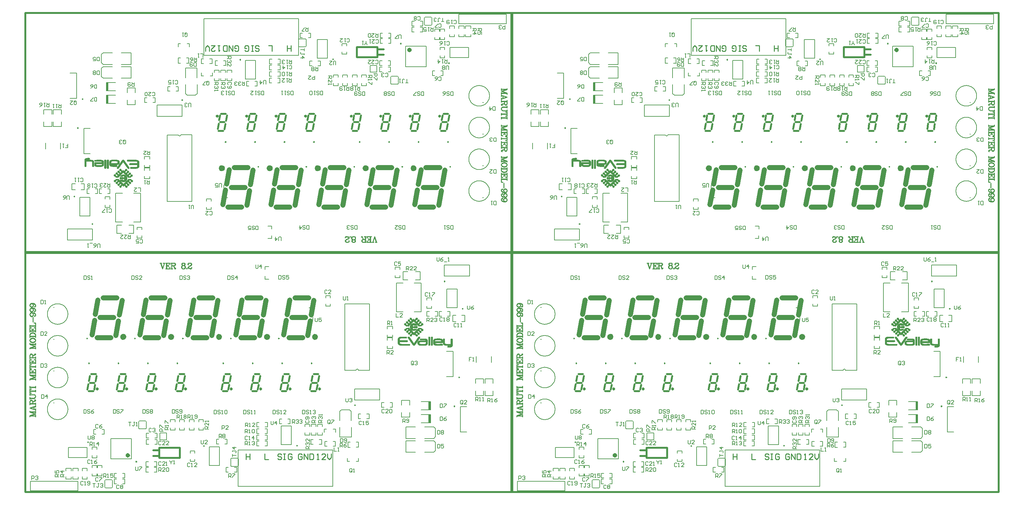
<source format=gto>
G04*
G04 #@! TF.GenerationSoftware,Altium Limited,Altium Designer,20.0.14 (345)*
G04*
G04 Layer_Color=65535*
%FSLAX44Y44*%
%MOMM*%
G71*
G01*
G75*
%ADD41C,0.5000*%
%ADD42C,0.2500*%
%ADD45C,1.0000*%
%ADD50C,0.2540*%
%ADD77C,0.2032*%
%ADD78C,0.6000*%
%ADD79C,0.2000*%
%ADD80C,0.1270*%
%ADD81C,1.3700*%
%ADD82C,0.0127*%
%ADD83R,0.5500X2.2000*%
D41*
X511579Y1006434D02*
X513079Y1004934D01*
X514579Y1006434D01*
X513079Y1007934D01*
X511579Y1006434D01*
X590319D02*
X591819Y1004934D01*
X593319Y1006434D01*
X591819Y1007934D01*
X590319Y1006434D01*
X669059D02*
X670559Y1004934D01*
X672059Y1006434D01*
X670559Y1007934D01*
X669059Y1006434D01*
X747799D02*
X749299Y1004934D01*
X750799Y1006434D01*
X749299Y1007934D01*
X747799Y1006434D01*
X870099D02*
X871599Y1004934D01*
X873099Y1006434D01*
X871599Y1007934D01*
X870099Y1006434D01*
X948839D02*
X950339Y1004934D01*
X951839Y1006434D01*
X950339Y1007934D01*
X948839Y1006434D01*
X1027579D02*
X1029079Y1004934D01*
X1030579Y1006434D01*
X1029079Y1007934D01*
X1027579Y1006434D01*
X1106349D02*
X1107849Y1004934D01*
X1109349Y1006434D01*
X1107849Y1007934D01*
X1106349Y1006434D01*
X958249Y1171000D02*
X941599D01*
Y1164100D02*
X886499Y1164100D01*
Y1191300D02*
Y1164100D01*
X941599Y1191300D02*
X886499D01*
X941599D02*
Y1164100D01*
X958249Y1185650D02*
X941999D01*
X535829Y1012434D02*
X523579D01*
X517011Y986108D02*
X514529Y971934D01*
X534761Y985608D02*
X532279Y971434D01*
X532579Y990434D02*
X520329D01*
X539011Y1008358D02*
X536529Y994184D01*
X520741Y1008069D02*
X518529Y995334D01*
X528829Y966934D02*
X516579D01*
X614569Y1012434D02*
X602319D01*
X595751Y986108D02*
X593269Y971934D01*
X613501Y985608D02*
X611019Y971434D01*
X611319Y990434D02*
X599069D01*
X617751Y1008358D02*
X615269Y994184D01*
X599481Y1008069D02*
X597269Y995334D01*
X607569Y966934D02*
X595319D01*
X693309Y1012434D02*
X681059D01*
X674491Y986108D02*
X672009Y971934D01*
X692241Y985608D02*
X689759Y971434D01*
X690059Y990434D02*
X677809D01*
X696491Y1008358D02*
X694009Y994184D01*
X678221Y1008069D02*
X676009Y995334D01*
X686309Y966934D02*
X674059D01*
X772049Y1012434D02*
X759799D01*
X753231Y986108D02*
X750749Y971934D01*
X770981Y985608D02*
X768499Y971434D01*
X768799Y990434D02*
X756549D01*
X775231Y1008358D02*
X772749Y994184D01*
X756961Y1008069D02*
X754749Y995334D01*
X765049Y966934D02*
X752799D01*
X894349Y1012434D02*
X882099D01*
X875531Y986108D02*
X873049Y971934D01*
X893281Y985608D02*
X890799Y971434D01*
X891099Y990434D02*
X878849D01*
X897531Y1008358D02*
X895049Y994184D01*
X879261Y1008069D02*
X877049Y995334D01*
X887349Y966934D02*
X875099D01*
X973089Y1012434D02*
X960839D01*
X954271Y986108D02*
X951789Y971934D01*
X972021Y985608D02*
X969539Y971434D01*
X969839Y990434D02*
X957589D01*
X976271Y1008358D02*
X973789Y994184D01*
X958001Y1008069D02*
X955789Y995334D01*
X966089Y966934D02*
X953839D01*
X1051829Y1012434D02*
X1039579D01*
X1033011Y986108D02*
X1030529Y971934D01*
X1050761Y985608D02*
X1048279Y971434D01*
X1048579Y990434D02*
X1036329D01*
X1055011Y1008358D02*
X1052529Y994184D01*
X1036741Y1008069D02*
X1034529Y995334D01*
X1044829Y966934D02*
X1032579D01*
X1130599Y1012434D02*
X1118349D01*
X1111781Y986108D02*
X1109299Y971934D01*
X1129531Y985608D02*
X1127049Y971434D01*
X1127349Y990434D02*
X1115099D01*
X1133781Y1008358D02*
X1131299Y994184D01*
X1115511Y1008069D02*
X1113299Y995334D01*
X1123599Y966934D02*
X1111349D01*
X1814079Y1006434D02*
X1815579Y1004934D01*
X1817079Y1006434D01*
X1815579Y1007934D01*
X1814079Y1006434D01*
X1892819D02*
X1894319Y1004934D01*
X1895819Y1006434D01*
X1894319Y1007934D01*
X1892819Y1006434D01*
X1971559D02*
X1973059Y1004934D01*
X1974559Y1006434D01*
X1973059Y1007934D01*
X1971559Y1006434D01*
X2050299D02*
X2051799Y1004934D01*
X2053299Y1006434D01*
X2051799Y1007934D01*
X2050299Y1006434D01*
X2172599D02*
X2174099Y1004934D01*
X2175599Y1006434D01*
X2174099Y1007934D01*
X2172599Y1006434D01*
X2251339D02*
X2252839Y1004934D01*
X2254339Y1006434D01*
X2252839Y1007934D01*
X2251339Y1006434D01*
X2330079D02*
X2331579Y1004934D01*
X2333079Y1006434D01*
X2331579Y1007934D01*
X2330079Y1006434D01*
X2408849D02*
X2410349Y1004934D01*
X2411849Y1006434D01*
X2410349Y1007934D01*
X2408849Y1006434D01*
X2260749Y1171000D02*
X2244099D01*
Y1164100D02*
X2188999Y1164100D01*
Y1191300D02*
Y1164100D01*
X2244099Y1191300D02*
X2188999D01*
X2244099D02*
Y1164100D01*
X2260749Y1185650D02*
X2244499D01*
X1838329Y1012434D02*
X1826079D01*
X1819511Y986108D02*
X1817029Y971934D01*
X1837261Y985608D02*
X1834779Y971434D01*
X1835079Y990434D02*
X1822829D01*
X1841511Y1008358D02*
X1839029Y994184D01*
X1823241Y1008069D02*
X1821029Y995334D01*
X1831329Y966934D02*
X1819079D01*
X1917069Y1012434D02*
X1904819D01*
X1898251Y986108D02*
X1895769Y971934D01*
X1916001Y985608D02*
X1913519Y971434D01*
X1913819Y990434D02*
X1901569D01*
X1920251Y1008358D02*
X1917769Y994184D01*
X1901981Y1008069D02*
X1899769Y995334D01*
X1910069Y966934D02*
X1897819D01*
X1995809Y1012434D02*
X1983559D01*
X1976991Y986108D02*
X1974509Y971934D01*
X1994741Y985608D02*
X1992259Y971434D01*
X1992559Y990434D02*
X1980309D01*
X1998991Y1008358D02*
X1996509Y994184D01*
X1980721Y1008069D02*
X1978509Y995334D01*
X1988809Y966934D02*
X1976559D01*
X2074549Y1012434D02*
X2062299D01*
X2055731Y986108D02*
X2053249Y971934D01*
X2073481Y985608D02*
X2070999Y971434D01*
X2071299Y990434D02*
X2059049D01*
X2077731Y1008358D02*
X2075249Y994184D01*
X2059461Y1008069D02*
X2057249Y995334D01*
X2067549Y966934D02*
X2055299D01*
X2196849Y1012434D02*
X2184599D01*
X2178031Y986108D02*
X2175549Y971934D01*
X2195781Y985608D02*
X2193299Y971434D01*
X2193599Y990434D02*
X2181349D01*
X2200031Y1008358D02*
X2197549Y994184D01*
X2181761Y1008069D02*
X2179549Y995334D01*
X2189849Y966934D02*
X2177599D01*
X2275589Y1012434D02*
X2263339D01*
X2256771Y986108D02*
X2254289Y971934D01*
X2274521Y985608D02*
X2272039Y971434D01*
X2272339Y990434D02*
X2260089D01*
X2278771Y1008358D02*
X2276289Y994184D01*
X2260501Y1008069D02*
X2258289Y995334D01*
X2268589Y966934D02*
X2256339D01*
X2354329Y1012434D02*
X2342079D01*
X2335511Y986108D02*
X2333029Y971934D01*
X2353261Y985608D02*
X2350779Y971434D01*
X2351079Y990434D02*
X2338829D01*
X2357511Y1008358D02*
X2355029Y994184D01*
X2339241Y1008069D02*
X2337029Y995334D01*
X2347329Y966934D02*
X2335079D01*
X2433099Y1012434D02*
X2420849D01*
X2414281Y986108D02*
X2411799Y971934D01*
X2432031Y985608D02*
X2429549Y971434D01*
X2429849Y990434D02*
X2417599D01*
X2436281Y1008358D02*
X2433799Y994184D01*
X2418011Y1008069D02*
X2415799Y995334D01*
X2426099Y966934D02*
X2413849D01*
X2090921Y276066D02*
X2089421Y277566D01*
X2087921Y276066D01*
X2089421Y274566D01*
X2090921Y276066D01*
X2012181D02*
X2010681Y277566D01*
X2009181Y276066D01*
X2010681Y274566D01*
X2012181Y276066D01*
X1933441D02*
X1931941Y277566D01*
X1930441Y276066D01*
X1931941Y274566D01*
X1933441Y276066D01*
X1854701D02*
X1853201Y277566D01*
X1851701Y276066D01*
X1853201Y274566D01*
X1854701Y276066D01*
X1732401D02*
X1730901Y277566D01*
X1729401Y276066D01*
X1730901Y274566D01*
X1732401Y276066D01*
X1653661D02*
X1652161Y277566D01*
X1650661Y276066D01*
X1652161Y274566D01*
X1653661Y276066D01*
X1574921D02*
X1573421Y277566D01*
X1571921Y276066D01*
X1573421Y274566D01*
X1574921Y276066D01*
X1496151D02*
X1494651Y277566D01*
X1493151Y276066D01*
X1494651Y274566D01*
X1496151Y276066D01*
X1644251Y111500D02*
X1660901D01*
Y118400D02*
X1716001Y118400D01*
Y91200D02*
Y118400D01*
X1660901Y91200D02*
X1716001D01*
X1660901D02*
Y118400D01*
X1644251Y96850D02*
X1660501D01*
X2066671Y270066D02*
X2078921D01*
X2085489Y296392D02*
X2087971Y310566D01*
X2067739Y296892D02*
X2070221Y311066D01*
X2069921Y292066D02*
X2082171D01*
X2063489Y274142D02*
X2065971Y288316D01*
X2081759Y274431D02*
X2083971Y287166D01*
X2073671Y315566D02*
X2085921D01*
X1987931Y270066D02*
X2000181D01*
X2006749Y296392D02*
X2009231Y310566D01*
X1988999Y296892D02*
X1991481Y311066D01*
X1991181Y292066D02*
X2003431D01*
X1984749Y274142D02*
X1987231Y288316D01*
X2003019Y274431D02*
X2005231Y287166D01*
X1994931Y315566D02*
X2007181D01*
X1909191Y270066D02*
X1921441D01*
X1928009Y296392D02*
X1930491Y310566D01*
X1910259Y296892D02*
X1912741Y311066D01*
X1912441Y292066D02*
X1924691D01*
X1906009Y274142D02*
X1908491Y288316D01*
X1924279Y274431D02*
X1926491Y287166D01*
X1916191Y315566D02*
X1928441D01*
X1830451Y270066D02*
X1842701D01*
X1849269Y296392D02*
X1851751Y310566D01*
X1831519Y296892D02*
X1834001Y311066D01*
X1833701Y292066D02*
X1845951D01*
X1827269Y274142D02*
X1829751Y288316D01*
X1845539Y274431D02*
X1847751Y287166D01*
X1837451Y315566D02*
X1849701D01*
X1708151Y270066D02*
X1720401D01*
X1726969Y296392D02*
X1729451Y310566D01*
X1709219Y296892D02*
X1711701Y311066D01*
X1711401Y292066D02*
X1723651D01*
X1704969Y274142D02*
X1707451Y288316D01*
X1723239Y274431D02*
X1725451Y287166D01*
X1715151Y315566D02*
X1727401D01*
X1629411Y270066D02*
X1641661D01*
X1648229Y296392D02*
X1650711Y310566D01*
X1630479Y296892D02*
X1632961Y311066D01*
X1632661Y292066D02*
X1644911D01*
X1626229Y274142D02*
X1628711Y288316D01*
X1644499Y274431D02*
X1646711Y287166D01*
X1636411Y315566D02*
X1648661D01*
X1550671Y270066D02*
X1562921D01*
X1569489Y296392D02*
X1571971Y310566D01*
X1551739Y296892D02*
X1554221Y311066D01*
X1553921Y292066D02*
X1566171D01*
X1547489Y274142D02*
X1549971Y288316D01*
X1565759Y274431D02*
X1567971Y287166D01*
X1557671Y315566D02*
X1569921D01*
X1471901Y270066D02*
X1484151D01*
X1490719Y296392D02*
X1493201Y310566D01*
X1472969Y296892D02*
X1475451Y311066D01*
X1475151Y292066D02*
X1487401D01*
X1468719Y274142D02*
X1471201Y288316D01*
X1486989Y274431D02*
X1489201Y287166D01*
X1478901Y315566D02*
X1491151D01*
X788421Y276066D02*
X786921Y277566D01*
X785421Y276066D01*
X786921Y274566D01*
X788421Y276066D01*
X709681D02*
X708181Y277566D01*
X706681Y276066D01*
X708181Y274566D01*
X709681Y276066D01*
X630941D02*
X629441Y277566D01*
X627941Y276066D01*
X629441Y274566D01*
X630941Y276066D01*
X552201D02*
X550701Y277566D01*
X549201Y276066D01*
X550701Y274566D01*
X552201Y276066D01*
X429901D02*
X428401Y277566D01*
X426901Y276066D01*
X428401Y274566D01*
X429901Y276066D01*
X351161D02*
X349661Y277566D01*
X348161Y276066D01*
X349661Y274566D01*
X351161Y276066D01*
X272421D02*
X270921Y277566D01*
X269421Y276066D01*
X270921Y274566D01*
X272421Y276066D01*
X193651D02*
X192151Y277566D01*
X190651Y276066D01*
X192151Y274566D01*
X193651Y276066D01*
X341751Y111500D02*
X358401D01*
Y118400D02*
X413501Y118400D01*
Y91200D02*
Y118400D01*
X358401Y91200D02*
X413501D01*
X358401D02*
Y118400D01*
X341751Y96850D02*
X358001D01*
X764171Y270066D02*
X776421D01*
X782989Y296392D02*
X785471Y310566D01*
X765239Y296892D02*
X767721Y311066D01*
X767421Y292066D02*
X779671D01*
X760989Y274142D02*
X763471Y288316D01*
X779259Y274431D02*
X781471Y287166D01*
X771171Y315566D02*
X783421D01*
X685431Y270066D02*
X697681D01*
X704249Y296392D02*
X706731Y310566D01*
X686499Y296892D02*
X688981Y311066D01*
X688681Y292066D02*
X700931D01*
X682249Y274142D02*
X684731Y288316D01*
X700519Y274431D02*
X702731Y287166D01*
X692431Y315566D02*
X704681D01*
X606691Y270066D02*
X618941D01*
X625509Y296392D02*
X627991Y310566D01*
X607759Y296892D02*
X610241Y311066D01*
X609941Y292066D02*
X622191D01*
X603509Y274142D02*
X605991Y288316D01*
X621779Y274431D02*
X623991Y287166D01*
X613691Y315566D02*
X625941D01*
X527951Y270066D02*
X540201D01*
X546769Y296392D02*
X549251Y310566D01*
X529019Y296892D02*
X531501Y311066D01*
X531201Y292066D02*
X543451D01*
X524769Y274142D02*
X527251Y288316D01*
X543039Y274431D02*
X545251Y287166D01*
X534951Y315566D02*
X547201D01*
X405651Y270066D02*
X417901D01*
X424469Y296392D02*
X426951Y310566D01*
X406719Y296892D02*
X409201Y311066D01*
X408901Y292066D02*
X421151D01*
X402469Y274142D02*
X404951Y288316D01*
X420739Y274431D02*
X422951Y287166D01*
X412651Y315566D02*
X424901D01*
X326911Y270066D02*
X339161D01*
X345729Y296392D02*
X348211Y310566D01*
X327979Y296892D02*
X330461Y311066D01*
X330161Y292066D02*
X342411D01*
X323729Y274142D02*
X326211Y288316D01*
X341999Y274431D02*
X344211Y287166D01*
X333911Y315566D02*
X346161D01*
X248171Y270066D02*
X260421D01*
X266989Y296392D02*
X269471Y310566D01*
X249239Y296892D02*
X251721Y311066D01*
X251421Y292066D02*
X263671D01*
X244989Y274142D02*
X247471Y288316D01*
X263259Y274431D02*
X265471Y287166D01*
X255171Y315566D02*
X267421D01*
X169401Y270066D02*
X181651D01*
X188219Y296392D02*
X190701Y310566D01*
X170469Y296892D02*
X172951Y311066D01*
X172651Y292066D02*
X184901D01*
X166219Y274142D02*
X168701Y288316D01*
X184489Y274431D02*
X186701Y287166D01*
X176401Y315566D02*
X188651D01*
X0Y0D02*
Y1283000D01*
X2603000D01*
X2603000Y0D01*
X0D02*
X2603000D01*
X-1Y1282500D02*
Y642500D01*
X1299999D02*
X-1D01*
X1300000Y1282500D02*
X1299999Y642500D01*
X1300000Y1282500D02*
X-1D01*
X1302499D02*
Y642500D01*
X2602499D02*
X1302499D01*
X2602500Y1282500D02*
X2602499Y642500D01*
X2602500Y1282500D02*
X1302499D01*
X2602501Y0D02*
Y640000D01*
X1302501D02*
X2602501D01*
X1302500Y0D02*
X1302501Y640000D01*
X1302500Y0D02*
X2602501D01*
X1300001D02*
Y640000D01*
X1D02*
X1300001D01*
X0Y0D02*
X1Y640000D01*
X0Y0D02*
X1300001D01*
D42*
X129714Y791525D02*
X131589Y790442D01*
Y792607D01*
X129714Y791525D01*
X572919Y1158050D02*
X574794Y1156967D01*
Y1159133D01*
X572919Y1158050D01*
X1002249Y1201000D02*
X1004124Y1199918D01*
Y1202083D01*
X1002249Y1201000D01*
X417789Y1049730D02*
X419664Y1048647D01*
Y1050813D01*
X417789Y1049730D01*
X177749Y718000D02*
X179624Y716917D01*
Y719082D01*
X177749Y718000D01*
X533819Y937664D02*
X535694Y936581D01*
Y938746D01*
X533819Y937664D01*
X612559D02*
X614434Y936581D01*
Y938746D01*
X612559Y937664D01*
X691299D02*
X693174Y936581D01*
Y938746D01*
X691299Y937664D01*
X770039D02*
X771914Y936581D01*
Y938746D01*
X770039Y937664D01*
X892339D02*
X894214Y936581D01*
Y938746D01*
X892339Y937664D01*
X971079D02*
X972954Y936581D01*
Y938746D01*
X971079Y937664D01*
X1049819D02*
X1051694Y936581D01*
Y938746D01*
X1049819Y937664D01*
X1128589D02*
X1130464Y936581D01*
Y938746D01*
X1128589Y937664D01*
X621369Y871174D02*
X623244Y870091D01*
Y872256D01*
X621369Y871174D01*
X749639D02*
X751514Y870091D01*
Y872256D01*
X749639Y871174D01*
X877909D02*
X879784Y870091D01*
Y872256D01*
X877909Y871174D01*
X1006179D02*
X1008054Y870091D01*
Y872256D01*
X1006179Y871174D01*
X1134239Y871114D02*
X1136114Y870031D01*
Y872196D01*
X1134239Y871114D01*
X821190Y1159063D02*
X823065Y1157981D01*
Y1160146D01*
X821190Y1159063D01*
X151749Y1052400D02*
X153624Y1051317D01*
Y1053483D01*
X151749Y1052400D01*
X138989Y974980D02*
X140864Y973897D01*
Y976063D01*
X138989Y974980D01*
X1131199Y1148670D02*
X1133074Y1147588D01*
Y1149753D01*
X1131199Y1148670D01*
X1432214Y791525D02*
X1434089Y790442D01*
Y792607D01*
X1432214Y791525D01*
X1875419Y1158050D02*
X1877294Y1156967D01*
Y1159133D01*
X1875419Y1158050D01*
X2304749Y1201000D02*
X2306624Y1199918D01*
Y1202083D01*
X2304749Y1201000D01*
X1720289Y1049730D02*
X1722164Y1048647D01*
Y1050813D01*
X1720289Y1049730D01*
X1480249Y718000D02*
X1482124Y716917D01*
Y719082D01*
X1480249Y718000D01*
X1836319Y937664D02*
X1838194Y936581D01*
Y938746D01*
X1836319Y937664D01*
X1915059D02*
X1916934Y936581D01*
Y938746D01*
X1915059Y937664D01*
X1993799D02*
X1995674Y936581D01*
Y938746D01*
X1993799Y937664D01*
X2072539D02*
X2074414Y936581D01*
Y938746D01*
X2072539Y937664D01*
X2194839D02*
X2196714Y936581D01*
Y938746D01*
X2194839Y937664D01*
X2273579D02*
X2275454Y936581D01*
Y938746D01*
X2273579Y937664D01*
X2352319D02*
X2354194Y936581D01*
Y938746D01*
X2352319Y937664D01*
X2431089D02*
X2432964Y936581D01*
Y938746D01*
X2431089Y937664D01*
X1923869Y871174D02*
X1925744Y870091D01*
Y872256D01*
X1923869Y871174D01*
X2052139D02*
X2054014Y870091D01*
Y872256D01*
X2052139Y871174D01*
X2180409D02*
X2182284Y870091D01*
Y872256D01*
X2180409Y871174D01*
X2308679D02*
X2310554Y870091D01*
Y872256D01*
X2308679Y871174D01*
X2436739Y871114D02*
X2438614Y870031D01*
Y872196D01*
X2436739Y871114D01*
X2123690Y1159063D02*
X2125565Y1157981D01*
Y1160146D01*
X2123690Y1159063D01*
X1454249Y1052400D02*
X1456124Y1051317D01*
Y1053483D01*
X1454249Y1052400D01*
X1441489Y974980D02*
X1443364Y973897D01*
Y976063D01*
X1441489Y974980D01*
X2433699Y1148670D02*
X2435574Y1147588D01*
Y1149753D01*
X2433699Y1148670D01*
X2472786Y490975D02*
X2470911Y492058D01*
Y489893D01*
X2472786Y490975D01*
X2029581Y124450D02*
X2027706Y125533D01*
Y123367D01*
X2029581Y124450D01*
X1600251Y81500D02*
X1598376Y82583D01*
Y80417D01*
X1600251Y81500D01*
X2184711Y232770D02*
X2182836Y233853D01*
Y231688D01*
X2184711Y232770D01*
X2424751Y564500D02*
X2422876Y565583D01*
Y563418D01*
X2424751Y564500D01*
X2068681Y344836D02*
X2066806Y345919D01*
Y343754D01*
X2068681Y344836D01*
X1989941D02*
X1988066Y345919D01*
Y343754D01*
X1989941Y344836D01*
X1911201D02*
X1909326Y345919D01*
Y343754D01*
X1911201Y344836D01*
X1832461D02*
X1830586Y345919D01*
Y343754D01*
X1832461Y344836D01*
X1710161D02*
X1708286Y345919D01*
Y343754D01*
X1710161Y344836D01*
X1631421D02*
X1629546Y345919D01*
Y343754D01*
X1631421Y344836D01*
X1552681D02*
X1550806Y345919D01*
Y343754D01*
X1552681Y344836D01*
X1473911D02*
X1472036Y345919D01*
Y343754D01*
X1473911Y344836D01*
X1981131Y411326D02*
X1979256Y412409D01*
Y410244D01*
X1981131Y411326D01*
X1852861D02*
X1850986Y412409D01*
Y410244D01*
X1852861Y411326D01*
X1724591D02*
X1722716Y412409D01*
Y410244D01*
X1724591Y411326D01*
X1596321D02*
X1594446Y412409D01*
Y410244D01*
X1596321Y411326D01*
X1468261Y411386D02*
X1466386Y412469D01*
Y410304D01*
X1468261Y411386D01*
X1781310Y123437D02*
X1779435Y124519D01*
Y122354D01*
X1781310Y123437D01*
X2450751Y230100D02*
X2448876Y231183D01*
Y229018D01*
X2450751Y230100D01*
X2463511Y307520D02*
X2461636Y308603D01*
Y306437D01*
X2463511Y307520D01*
X1471301Y133830D02*
X1469426Y134913D01*
Y132747D01*
X1471301Y133830D01*
X1170286Y490975D02*
X1168411Y492058D01*
Y489893D01*
X1170286Y490975D01*
X727081Y124450D02*
X725206Y125533D01*
Y123367D01*
X727081Y124450D01*
X297751Y81500D02*
X295876Y82583D01*
Y80417D01*
X297751Y81500D01*
X882211Y232770D02*
X880336Y233853D01*
Y231688D01*
X882211Y232770D01*
X1122251Y564500D02*
X1120376Y565583D01*
Y563418D01*
X1122251Y564500D01*
X766181Y344836D02*
X764306Y345919D01*
Y343754D01*
X766181Y344836D01*
X687441D02*
X685566Y345919D01*
Y343754D01*
X687441Y344836D01*
X608701D02*
X606826Y345919D01*
Y343754D01*
X608701Y344836D01*
X529961D02*
X528086Y345919D01*
Y343754D01*
X529961Y344836D01*
X407661D02*
X405786Y345919D01*
Y343754D01*
X407661Y344836D01*
X328921D02*
X327046Y345919D01*
Y343754D01*
X328921Y344836D01*
X250181D02*
X248306Y345919D01*
Y343754D01*
X250181Y344836D01*
X171411D02*
X169536Y345919D01*
Y343754D01*
X171411Y344836D01*
X678631Y411326D02*
X676756Y412409D01*
Y410244D01*
X678631Y411326D01*
X550361D02*
X548486Y412409D01*
Y410244D01*
X550361Y411326D01*
X422091D02*
X420216Y412409D01*
Y410244D01*
X422091Y411326D01*
X293821D02*
X291946Y412409D01*
Y410244D01*
X293821Y411326D01*
X165761Y411386D02*
X163886Y412469D01*
Y410304D01*
X165761Y411386D01*
X478810Y123437D02*
X476935Y124519D01*
Y122354D01*
X478810Y123437D01*
X1148251Y230100D02*
X1146376Y231183D01*
Y229018D01*
X1148251Y230100D01*
X1161011Y307520D02*
X1159136Y308603D01*
Y306437D01*
X1161011Y307520D01*
X168801Y133830D02*
X166926Y134913D01*
Y132747D01*
X168801Y133830D01*
D45*
X522369Y866994D02*
X523484Y864680D01*
X525988Y864108D01*
X527996Y865710D01*
Y868278D01*
X525988Y869880D01*
X523484Y869308D01*
X522369Y866994D01*
X650639D02*
X651754Y864680D01*
X654258Y864108D01*
X656266Y865710D01*
Y868278D01*
X654258Y869880D01*
X651754Y869308D01*
X650639Y866994D01*
X778909D02*
X780024Y864680D01*
X782528Y864108D01*
X784536Y865710D01*
Y868278D01*
X782528Y869880D01*
X780024Y869308D01*
X778909Y866994D01*
X907179D02*
X908294Y864680D01*
X910798Y864108D01*
X912806Y865710D01*
Y868278D01*
X910798Y869880D01*
X908294Y869308D01*
X907179Y866994D01*
X1035239Y866934D02*
X1036354Y864620D01*
X1038858Y864048D01*
X1040866Y865649D01*
Y868218D01*
X1038858Y869820D01*
X1036354Y869248D01*
X1035239Y866934D01*
X1824870Y866994D02*
X1825984Y864680D01*
X1828488Y864108D01*
X1830496Y865710D01*
Y868278D01*
X1828488Y869880D01*
X1825984Y869308D01*
X1824870Y866994D01*
X1953139D02*
X1954254Y864680D01*
X1956758Y864108D01*
X1958766Y865710D01*
Y868278D01*
X1956758Y869880D01*
X1954254Y869308D01*
X1953139Y866994D01*
X2081409D02*
X2082524Y864680D01*
X2085028Y864108D01*
X2087036Y865710D01*
Y868278D01*
X2085028Y869880D01*
X2082524Y869308D01*
X2081409Y866994D01*
X2209680D02*
X2210794Y864680D01*
X2213298Y864108D01*
X2215306Y865710D01*
Y868278D01*
X2213298Y869880D01*
X2210794Y869308D01*
X2209680Y866994D01*
X2337739Y866934D02*
X2338854Y864620D01*
X2341358Y864048D01*
X2343366Y865649D01*
Y868218D01*
X2341358Y869820D01*
X2338854Y869248D01*
X2337739Y866934D01*
X2080131Y415506D02*
X2079016Y417820D01*
X2076512Y418392D01*
X2074504Y416791D01*
Y414222D01*
X2076512Y412620D01*
X2079016Y413192D01*
X2080131Y415506D01*
X1951861D02*
X1950746Y417820D01*
X1948242Y418392D01*
X1946234Y416791D01*
Y414222D01*
X1948242Y412620D01*
X1950746Y413192D01*
X1951861Y415506D01*
X1823591D02*
X1822476Y417820D01*
X1819972Y418392D01*
X1817964Y416791D01*
Y414222D01*
X1819972Y412620D01*
X1822476Y413192D01*
X1823591Y415506D01*
X1695321D02*
X1694206Y417820D01*
X1691702Y418392D01*
X1689694Y416791D01*
Y414222D01*
X1691702Y412620D01*
X1694206Y413192D01*
X1695321Y415506D01*
X1567261Y415566D02*
X1566146Y417880D01*
X1563642Y418452D01*
X1561634Y416851D01*
Y414282D01*
X1563642Y412680D01*
X1566146Y413252D01*
X1567261Y415566D01*
X777631Y415506D02*
X776516Y417820D01*
X774012Y418392D01*
X772004Y416791D01*
Y414222D01*
X774012Y412620D01*
X776516Y413192D01*
X777631Y415506D01*
X649361D02*
X648246Y417820D01*
X645742Y418392D01*
X643734Y416791D01*
Y414222D01*
X645742Y412620D01*
X648246Y413192D01*
X649361Y415506D01*
X521091D02*
X519976Y417820D01*
X517472Y418392D01*
X515464Y416791D01*
Y414222D01*
X517472Y412620D01*
X519976Y413192D01*
X521091Y415506D01*
X392821D02*
X391706Y417820D01*
X389202Y418392D01*
X387194Y416791D01*
Y414222D01*
X389202Y412620D01*
X391706Y413192D01*
X392821Y415506D01*
X264761Y415566D02*
X263646Y417880D01*
X261142Y418452D01*
X259134Y416851D01*
Y414282D01*
X261142Y412680D01*
X263646Y413252D01*
X264761Y415566D01*
D50*
X938668Y669173D02*
X933589Y684410D01*
X937942Y669173D02*
X933589Y682234D01*
X928510Y669173D02*
X933589Y684410D01*
X940119Y669173D02*
X935766D01*
X931412D02*
X927059D01*
X922923D02*
Y684410D01*
X922198Y669173D02*
Y684410D01*
X917844Y673527D02*
Y679331D01*
X925100Y669173D02*
X913491D01*
Y673527D01*
X914217Y669173D01*
X922198Y676429D02*
X917844D01*
X925100Y684410D02*
X913491D01*
Y680057D01*
X914217Y684410D01*
X909210Y669173D02*
Y684410D01*
X908485Y669173D02*
Y684410D01*
X911387Y669173D02*
X902680D01*
X900503Y669899D01*
X899778Y670624D01*
X899052Y672076D01*
Y673527D01*
X899778Y674978D01*
X900503Y675703D01*
X902680Y676429D01*
X908485D01*
X902680Y669173D02*
X901229Y669899D01*
X900503Y670624D01*
X899778Y672076D01*
Y673527D01*
X900503Y674978D01*
X901229Y675703D01*
X902680Y676429D01*
X911387Y684410D02*
X906308D01*
X904857Y676429D02*
X903406Y677155D01*
X902680Y677880D01*
X900503Y682959D01*
X899778Y683685D01*
X899052D01*
X898327Y682959D01*
X903406Y677155D02*
X902680Y678606D01*
X901229Y683685D01*
X900503Y684410D01*
X899052D01*
X898327Y682959D01*
Y682234D01*
X879027Y669173D02*
X881204Y669899D01*
X881929Y671350D01*
Y673527D01*
X881204Y674978D01*
X879027Y675703D01*
X876125D01*
X873948Y674978D01*
X873223Y673527D01*
Y671350D01*
X873948Y669899D01*
X876125Y669173D01*
X879027D01*
X880478Y669899D01*
X881204Y671350D01*
Y673527D01*
X880478Y674978D01*
X879027Y675703D01*
X876125D02*
X874674Y674978D01*
X873948Y673527D01*
Y671350D01*
X874674Y669899D01*
X876125Y669173D01*
X879027Y675703D02*
X881204Y676429D01*
X881929Y677155D01*
X882655Y678606D01*
Y681508D01*
X881929Y682959D01*
X881204Y683685D01*
X879027Y684410D01*
X876125D01*
X873948Y683685D01*
X873223Y682959D01*
X872497Y681508D01*
Y678606D01*
X873223Y677155D01*
X873948Y676429D01*
X876125Y675703D01*
X879027D02*
X880478Y676429D01*
X881204Y677155D01*
X881929Y678606D01*
Y681508D01*
X881204Y682959D01*
X880478Y683685D01*
X879027Y684410D01*
X876125D02*
X874674Y683685D01*
X873948Y682959D01*
X873223Y681508D01*
Y678606D01*
X873948Y677155D01*
X874674Y676429D01*
X876125Y675703D01*
X869522Y682959D02*
X870248Y683685D01*
X869522Y684410D01*
X868796Y683685D01*
X869522Y682959D01*
X864951Y672076D02*
X864225Y672801D01*
X864951Y673527D01*
X865677Y672801D01*
Y672076D01*
X864951Y670624D01*
X864225Y669899D01*
X862049Y669173D01*
X859147D01*
X856970Y669899D01*
X856244Y670624D01*
X855519Y672076D01*
Y673527D01*
X856244Y674978D01*
X858421Y676429D01*
X862049Y677880D01*
X863500Y678606D01*
X864951Y680057D01*
X865677Y682234D01*
Y684410D01*
X859147Y669173D02*
X857695Y669899D01*
X856970Y670624D01*
X856244Y672076D01*
Y673527D01*
X856970Y674978D01*
X859147Y676429D01*
X862049Y677880D01*
X865677Y682959D02*
X864951Y682234D01*
X863500D01*
X859872Y683685D01*
X857695D01*
X856244Y682959D01*
X855519Y682234D01*
Y680782D01*
X863500Y682234D02*
X859872Y684410D01*
X856970D01*
X856244Y683685D01*
X855519Y682234D01*
X1288096Y896863D02*
X1272859D01*
X1288096Y896138D02*
X1275036Y891784D01*
X1288096Y896863D02*
X1272859Y891784D01*
X1288096Y886705D02*
X1272859Y891784D01*
X1288096Y886705D02*
X1272859D01*
X1288096Y885980D02*
X1272859D01*
X1288096Y899040D02*
Y896138D01*
Y886705D02*
Y883803D01*
X1272859Y899040D02*
Y894687D01*
Y888882D02*
Y883803D01*
X1288096Y876983D02*
X1287370Y879160D01*
X1285919Y880611D01*
X1284468Y881336D01*
X1281566Y882062D01*
X1279389D01*
X1276487Y881336D01*
X1275036Y880611D01*
X1273585Y879160D01*
X1272859Y876983D01*
Y875532D01*
X1273585Y873355D01*
X1275036Y871904D01*
X1276487Y871179D01*
X1279389Y870453D01*
X1281566D01*
X1284468Y871179D01*
X1285919Y871904D01*
X1287370Y873355D01*
X1288096Y875532D01*
Y876983D01*
X1287370Y878434D01*
X1285919Y879885D01*
X1284468Y880611D01*
X1281566Y881336D01*
X1279389D01*
X1276487Y880611D01*
X1275036Y879885D01*
X1273585Y878434D01*
X1272859Y876983D01*
Y875532D02*
X1273585Y874081D01*
X1275036Y872630D01*
X1276487Y871904D01*
X1279389Y871179D01*
X1281566D01*
X1284468Y871904D01*
X1285919Y872630D01*
X1287370Y874081D01*
X1288096Y875532D01*
Y866172D02*
X1272859D01*
X1288096Y865447D02*
X1272859D01*
X1288096Y868349D02*
Y861093D01*
X1287370Y858917D01*
X1285919Y857466D01*
X1284468Y856740D01*
X1282292Y856014D01*
X1278664D01*
X1276487Y856740D01*
X1275036Y857466D01*
X1273585Y858917D01*
X1272859Y861093D01*
Y868349D01*
X1288096Y861093D02*
X1287370Y859642D01*
X1285919Y858191D01*
X1284468Y857466D01*
X1282292Y856740D01*
X1278664D01*
X1276487Y857466D01*
X1275036Y858191D01*
X1273585Y859642D01*
X1272859Y861093D01*
X1288096Y851806D02*
X1272859D01*
X1288096Y851081D02*
X1272859D01*
X1283743Y846727D02*
X1277938D01*
X1288096Y853983D02*
Y842374D01*
X1283743D01*
X1288096Y843099D01*
X1280840Y851081D02*
Y846727D01*
X1272859Y853983D02*
Y842374D01*
X1277213D01*
X1272859Y843099D01*
X1288096Y838093D02*
X1272859D01*
X1288096Y837367D02*
X1272859D01*
X1288096Y840270D02*
Y835191D01*
X1272859Y840270D02*
Y829386D01*
X1277213D01*
X1272859Y830112D01*
X1279389Y827210D02*
Y814150D01*
X1283017Y802758D02*
X1280840Y803484D01*
X1279389Y804935D01*
X1278664Y807112D01*
Y807837D01*
X1279389Y810014D01*
X1280840Y811465D01*
X1283017Y812191D01*
X1283743D01*
X1285919Y811465D01*
X1287370Y810014D01*
X1288096Y807837D01*
Y806386D01*
X1287370Y804210D01*
X1285919Y802758D01*
X1283743Y802033D01*
X1279389D01*
X1276487Y802758D01*
X1275036Y803484D01*
X1273585Y804935D01*
X1272859Y807112D01*
Y809288D01*
X1273585Y810740D01*
X1275036Y811465D01*
X1275761D01*
X1276487Y810740D01*
X1275761Y810014D01*
X1275036Y810740D01*
X1278664Y807837D02*
X1279389Y809288D01*
X1280840Y810740D01*
X1283017Y811465D01*
X1283743D01*
X1285919Y810740D01*
X1287370Y809288D01*
X1288096Y807837D01*
Y806386D02*
X1287370Y804935D01*
X1285919Y803484D01*
X1283743Y802758D01*
X1279389D01*
X1276487Y803484D01*
X1275036Y804210D01*
X1273585Y805661D01*
X1272859Y807112D01*
X1283017Y790351D02*
X1280840Y791077D01*
X1279389Y792528D01*
X1278664Y794705D01*
Y795430D01*
X1279389Y797607D01*
X1280840Y799058D01*
X1283017Y799784D01*
X1283743D01*
X1285919Y799058D01*
X1287370Y797607D01*
X1288096Y795430D01*
Y793979D01*
X1287370Y791802D01*
X1285919Y790351D01*
X1283743Y789626D01*
X1279389D01*
X1276487Y790351D01*
X1275036Y791077D01*
X1273585Y792528D01*
X1272859Y794705D01*
Y796881D01*
X1273585Y798332D01*
X1275036Y799058D01*
X1275761D01*
X1276487Y798332D01*
X1275761Y797607D01*
X1275036Y798332D01*
X1278664Y795430D02*
X1279389Y796881D01*
X1280840Y798332D01*
X1283017Y799058D01*
X1283743D01*
X1285919Y798332D01*
X1287370Y796881D01*
X1288096Y795430D01*
Y793979D02*
X1287370Y792528D01*
X1285919Y791077D01*
X1283743Y790351D01*
X1279389D01*
X1276487Y791077D01*
X1275036Y791802D01*
X1273585Y793253D01*
X1272859Y794705D01*
X1283017Y777944D02*
X1280840Y778670D01*
X1279389Y780121D01*
X1278664Y782298D01*
Y783023D01*
X1279389Y785200D01*
X1280840Y786651D01*
X1283017Y787376D01*
X1283743D01*
X1285919Y786651D01*
X1287370Y785200D01*
X1288096Y783023D01*
Y781572D01*
X1287370Y779395D01*
X1285919Y777944D01*
X1283743Y777219D01*
X1279389D01*
X1276487Y777944D01*
X1275036Y778670D01*
X1273585Y780121D01*
X1272859Y782298D01*
Y784474D01*
X1273585Y785925D01*
X1275036Y786651D01*
X1275761D01*
X1276487Y785925D01*
X1275761Y785200D01*
X1275036Y785925D01*
X1278664Y783023D02*
X1279389Y784474D01*
X1280840Y785925D01*
X1283017Y786651D01*
X1283743D01*
X1285919Y785925D01*
X1287370Y784474D01*
X1288096Y783023D01*
Y781572D02*
X1287370Y780121D01*
X1285919Y778670D01*
X1283743Y777944D01*
X1279389D01*
X1276487Y778670D01*
X1275036Y779395D01*
X1273585Y780846D01*
X1272859Y782298D01*
X519999Y1195500D02*
X514921D01*
X517460D01*
Y1180265D01*
X519999Y1182804D01*
X497147Y1195500D02*
X507303D01*
X497147Y1185343D01*
Y1182804D01*
X499686Y1180265D01*
X504764D01*
X507303Y1182804D01*
X492068Y1180265D02*
Y1190422D01*
X486990Y1195500D01*
X481912Y1190422D01*
Y1180265D01*
X559842Y1182804D02*
X562382Y1180265D01*
X567460D01*
X569999Y1182804D01*
Y1192961D01*
X567460Y1195500D01*
X562382D01*
X559842Y1192961D01*
Y1187883D01*
X564921D01*
X554764Y1195500D02*
Y1180265D01*
X544607Y1195500D01*
Y1180265D01*
X539529D02*
Y1195500D01*
X531912D01*
X529372Y1192961D01*
Y1182804D01*
X531912Y1180265D01*
X539529D01*
X614842Y1182804D02*
X617382Y1180265D01*
X622460D01*
X624999Y1182804D01*
Y1185343D01*
X622460Y1187883D01*
X617382D01*
X614842Y1190422D01*
Y1192961D01*
X617382Y1195500D01*
X622460D01*
X624999Y1192961D01*
X609764Y1180265D02*
X604686D01*
X607225D01*
Y1195500D01*
X609764D01*
X604686D01*
X586912Y1182804D02*
X589451Y1180265D01*
X594529D01*
X597068Y1182804D01*
Y1192961D01*
X594529Y1195500D01*
X589451D01*
X586912Y1192961D01*
Y1187883D01*
X591990D01*
X659999Y1180265D02*
Y1195500D01*
X649843D01*
X709999Y1180265D02*
Y1195500D01*
Y1187883D01*
X699843D01*
Y1180265D01*
Y1195500D01*
X1288096Y1078473D02*
X1272859D01*
X1288096Y1077748D02*
X1275036Y1073394D01*
X1288096Y1078473D02*
X1272859Y1073394D01*
X1288096Y1068316D02*
X1272859Y1073394D01*
X1288096Y1068316D02*
X1272859D01*
X1288096Y1067590D02*
X1272859D01*
X1288096Y1080650D02*
Y1077748D01*
Y1068316D02*
Y1065413D01*
X1272859Y1080650D02*
Y1076297D01*
Y1070492D02*
Y1065413D01*
X1288096Y1057142D02*
X1272859Y1062221D01*
X1288096Y1057142D02*
X1272859Y1052063D01*
X1285919Y1057142D02*
X1272859Y1052788D01*
X1277213Y1060770D02*
Y1054240D01*
X1272859Y1063672D02*
Y1059319D01*
Y1054965D02*
Y1050612D01*
X1288096Y1046476D02*
X1272859D01*
X1288096Y1045751D02*
X1272859D01*
X1288096Y1048653D02*
Y1039946D01*
X1287370Y1037769D01*
X1286645Y1037044D01*
X1285194Y1036318D01*
X1283743D01*
X1282292Y1037044D01*
X1281566Y1037769D01*
X1280840Y1039946D01*
Y1045751D01*
X1288096Y1039946D02*
X1287370Y1038495D01*
X1286645Y1037769D01*
X1285194Y1037044D01*
X1283743D01*
X1282292Y1037769D01*
X1281566Y1038495D01*
X1280840Y1039946D01*
X1272859Y1048653D02*
Y1043574D01*
X1280840Y1042123D02*
X1280115Y1040672D01*
X1279389Y1039946D01*
X1274310Y1037769D01*
X1273585Y1037044D01*
Y1036318D01*
X1274310Y1035593D01*
X1280115Y1040672D02*
X1278664Y1039946D01*
X1273585Y1038495D01*
X1272859Y1037769D01*
Y1036318D01*
X1274310Y1035593D01*
X1275036D01*
X1288096Y1031457D02*
X1277213D01*
X1275036Y1030732D01*
X1273585Y1029280D01*
X1272859Y1027104D01*
Y1025653D01*
X1273585Y1023476D01*
X1275036Y1022025D01*
X1277213Y1021299D01*
X1288096D01*
Y1030732D02*
X1277213D01*
X1275036Y1030006D01*
X1273585Y1028555D01*
X1272859Y1027104D01*
X1288096Y1033634D02*
Y1028555D01*
Y1023476D02*
Y1019123D01*
Y1012230D02*
X1272859D01*
X1288096Y1011504D02*
X1272859D01*
X1288096Y1016583D02*
X1283743Y1017309D01*
X1288096D01*
Y1006425D01*
X1283743D01*
X1288096Y1007151D01*
X1272859Y1014407D02*
Y1009328D01*
X1288096Y1002072D02*
X1272859D01*
X1288096Y1001346D02*
X1272859D01*
X1288096Y1004249D02*
Y999170D01*
X1272859Y1004249D02*
Y999170D01*
X1288096Y980523D02*
X1272859D01*
X1288096Y979797D02*
X1275036Y975444D01*
X1288096Y980523D02*
X1272859Y975444D01*
X1288096Y970365D02*
X1272859Y975444D01*
X1288096Y970365D02*
X1272859D01*
X1288096Y969640D02*
X1272859D01*
X1288096Y982700D02*
Y979797D01*
Y970365D02*
Y967463D01*
X1272859Y982700D02*
Y978346D01*
Y972542D02*
Y967463D01*
X1288096Y963545D02*
X1272859D01*
X1288096Y962819D02*
X1272859D01*
X1283743Y958466D02*
X1277938D01*
X1288096Y965722D02*
Y954113D01*
X1283743D01*
X1288096Y954838D01*
X1280840Y962819D02*
Y958466D01*
X1272859Y965722D02*
Y954113D01*
X1277213D01*
X1272859Y954838D01*
X1288096Y946930D02*
X1272859D01*
X1288096Y946204D02*
X1272859D01*
X1288096Y951283D02*
X1283743Y952009D01*
X1288096D01*
Y941125D01*
X1283743D01*
X1288096Y941851D01*
X1272859Y949106D02*
Y944027D01*
X1288096Y936772D02*
X1272859D01*
X1288096Y936046D02*
X1272859D01*
X1283743Y931693D02*
X1277938D01*
X1288096Y938948D02*
Y927339D01*
X1283743D01*
X1288096Y928065D01*
X1280840Y936046D02*
Y931693D01*
X1272859Y938948D02*
Y927339D01*
X1277213D01*
X1272859Y928065D01*
X1288096Y923059D02*
X1272859D01*
X1288096Y922333D02*
X1272859D01*
X1288096Y925235D02*
Y916529D01*
X1287370Y914352D01*
X1286645Y913626D01*
X1285194Y912901D01*
X1283743D01*
X1282292Y913626D01*
X1281566Y914352D01*
X1280840Y916529D01*
Y922333D01*
X1288096Y916529D02*
X1287370Y915078D01*
X1286645Y914352D01*
X1285194Y913626D01*
X1283743D01*
X1282292Y914352D01*
X1281566Y915078D01*
X1280840Y916529D01*
X1272859Y925235D02*
Y920156D01*
X1280840Y918705D02*
X1280115Y917254D01*
X1279389Y916529D01*
X1274310Y914352D01*
X1273585Y913626D01*
Y912901D01*
X1274310Y912175D01*
X1280115Y917254D02*
X1278664Y916529D01*
X1273585Y915078D01*
X1272859Y914352D01*
Y912901D01*
X1274310Y912175D01*
X1275036D01*
X2241168Y669173D02*
X2236089Y684410D01*
X2240442Y669173D02*
X2236089Y682234D01*
X2231010Y669173D02*
X2236089Y684410D01*
X2242619Y669173D02*
X2238266D01*
X2233912D02*
X2229559D01*
X2225423D02*
Y684410D01*
X2224698Y669173D02*
Y684410D01*
X2220344Y673527D02*
Y679331D01*
X2227600Y669173D02*
X2215991D01*
Y673527D01*
X2216716Y669173D01*
X2224698Y676429D02*
X2220344D01*
X2227600Y684410D02*
X2215991D01*
Y680057D01*
X2216716Y684410D01*
X2211710Y669173D02*
Y684410D01*
X2210985Y669173D02*
Y684410D01*
X2213887Y669173D02*
X2205180D01*
X2203004Y669899D01*
X2202278Y670624D01*
X2201552Y672076D01*
Y673527D01*
X2202278Y674978D01*
X2203004Y675703D01*
X2205180Y676429D01*
X2210985D01*
X2205180Y669173D02*
X2203729Y669899D01*
X2203004Y670624D01*
X2202278Y672076D01*
Y673527D01*
X2203004Y674978D01*
X2203729Y675703D01*
X2205180Y676429D01*
X2213887Y684410D02*
X2208808D01*
X2207357Y676429D02*
X2205906Y677155D01*
X2205180Y677880D01*
X2203004Y682959D01*
X2202278Y683685D01*
X2201552D01*
X2200827Y682959D01*
X2205906Y677155D02*
X2205180Y678606D01*
X2203729Y683685D01*
X2203004Y684410D01*
X2201552D01*
X2200827Y682959D01*
Y682234D01*
X2181527Y669173D02*
X2183704Y669899D01*
X2184429Y671350D01*
Y673527D01*
X2183704Y674978D01*
X2181527Y675703D01*
X2178625D01*
X2176448Y674978D01*
X2175723Y673527D01*
Y671350D01*
X2176448Y669899D01*
X2178625Y669173D01*
X2181527D01*
X2182978Y669899D01*
X2183704Y671350D01*
Y673527D01*
X2182978Y674978D01*
X2181527Y675703D01*
X2178625D02*
X2177174Y674978D01*
X2176448Y673527D01*
Y671350D01*
X2177174Y669899D01*
X2178625Y669173D01*
X2181527Y675703D02*
X2183704Y676429D01*
X2184429Y677155D01*
X2185155Y678606D01*
Y681508D01*
X2184429Y682959D01*
X2183704Y683685D01*
X2181527Y684410D01*
X2178625D01*
X2176448Y683685D01*
X2175723Y682959D01*
X2174997Y681508D01*
Y678606D01*
X2175723Y677155D01*
X2176448Y676429D01*
X2178625Y675703D01*
X2181527D02*
X2182978Y676429D01*
X2183704Y677155D01*
X2184429Y678606D01*
Y681508D01*
X2183704Y682959D01*
X2182978Y683685D01*
X2181527Y684410D01*
X2178625D02*
X2177174Y683685D01*
X2176448Y682959D01*
X2175723Y681508D01*
Y678606D01*
X2176448Y677155D01*
X2177174Y676429D01*
X2178625Y675703D01*
X2172022Y682959D02*
X2172748Y683685D01*
X2172022Y684410D01*
X2171297Y683685D01*
X2172022Y682959D01*
X2167451Y672076D02*
X2166725Y672801D01*
X2167451Y673527D01*
X2168177Y672801D01*
Y672076D01*
X2167451Y670624D01*
X2166725Y669899D01*
X2164549Y669173D01*
X2161647D01*
X2159470Y669899D01*
X2158744Y670624D01*
X2158019Y672076D01*
Y673527D01*
X2158744Y674978D01*
X2160921Y676429D01*
X2164549Y677880D01*
X2166000Y678606D01*
X2167451Y680057D01*
X2168177Y682234D01*
Y684410D01*
X2161647Y669173D02*
X2160195Y669899D01*
X2159470Y670624D01*
X2158744Y672076D01*
Y673527D01*
X2159470Y674978D01*
X2161647Y676429D01*
X2164549Y677880D01*
X2168177Y682959D02*
X2167451Y682234D01*
X2166000D01*
X2162372Y683685D01*
X2160195D01*
X2158744Y682959D01*
X2158019Y682234D01*
Y680782D01*
X2166000Y682234D02*
X2162372Y684410D01*
X2159470D01*
X2158744Y683685D01*
X2158019Y682234D01*
X2590596Y896863D02*
X2575359D01*
X2590596Y896138D02*
X2577536Y891784D01*
X2590596Y896863D02*
X2575359Y891784D01*
X2590596Y886705D02*
X2575359Y891784D01*
X2590596Y886705D02*
X2575359D01*
X2590596Y885980D02*
X2575359D01*
X2590596Y899040D02*
Y896138D01*
Y886705D02*
Y883803D01*
X2575359Y899040D02*
Y894687D01*
Y888882D02*
Y883803D01*
X2590596Y876983D02*
X2589870Y879160D01*
X2588419Y880611D01*
X2586968Y881336D01*
X2584066Y882062D01*
X2581889D01*
X2578987Y881336D01*
X2577536Y880611D01*
X2576085Y879160D01*
X2575359Y876983D01*
Y875532D01*
X2576085Y873355D01*
X2577536Y871904D01*
X2578987Y871179D01*
X2581889Y870453D01*
X2584066D01*
X2586968Y871179D01*
X2588419Y871904D01*
X2589870Y873355D01*
X2590596Y875532D01*
Y876983D01*
X2589870Y878434D01*
X2588419Y879885D01*
X2586968Y880611D01*
X2584066Y881336D01*
X2581889D01*
X2578987Y880611D01*
X2577536Y879885D01*
X2576085Y878434D01*
X2575359Y876983D01*
Y875532D02*
X2576085Y874081D01*
X2577536Y872630D01*
X2578987Y871904D01*
X2581889Y871179D01*
X2584066D01*
X2586968Y871904D01*
X2588419Y872630D01*
X2589870Y874081D01*
X2590596Y875532D01*
Y866172D02*
X2575359D01*
X2590596Y865447D02*
X2575359D01*
X2590596Y868349D02*
Y861093D01*
X2589870Y858917D01*
X2588419Y857466D01*
X2586968Y856740D01*
X2584792Y856014D01*
X2581164D01*
X2578987Y856740D01*
X2577536Y857466D01*
X2576085Y858917D01*
X2575359Y861093D01*
Y868349D01*
X2590596Y861093D02*
X2589870Y859642D01*
X2588419Y858191D01*
X2586968Y857466D01*
X2584792Y856740D01*
X2581164D01*
X2578987Y857466D01*
X2577536Y858191D01*
X2576085Y859642D01*
X2575359Y861093D01*
X2590596Y851806D02*
X2575359D01*
X2590596Y851081D02*
X2575359D01*
X2586243Y846727D02*
X2580438D01*
X2590596Y853983D02*
Y842374D01*
X2586243D01*
X2590596Y843099D01*
X2583340Y851081D02*
Y846727D01*
X2575359Y853983D02*
Y842374D01*
X2579713D01*
X2575359Y843099D01*
X2590596Y838093D02*
X2575359D01*
X2590596Y837367D02*
X2575359D01*
X2590596Y840270D02*
Y835191D01*
X2575359Y840270D02*
Y829386D01*
X2579713D01*
X2575359Y830112D01*
X2581889Y827210D02*
Y814150D01*
X2585517Y802758D02*
X2583340Y803484D01*
X2581889Y804935D01*
X2581164Y807112D01*
Y807837D01*
X2581889Y810014D01*
X2583340Y811465D01*
X2585517Y812191D01*
X2586243D01*
X2588419Y811465D01*
X2589870Y810014D01*
X2590596Y807837D01*
Y806386D01*
X2589870Y804210D01*
X2588419Y802758D01*
X2586243Y802033D01*
X2581889D01*
X2578987Y802758D01*
X2577536Y803484D01*
X2576085Y804935D01*
X2575359Y807112D01*
Y809288D01*
X2576085Y810740D01*
X2577536Y811465D01*
X2578261D01*
X2578987Y810740D01*
X2578261Y810014D01*
X2577536Y810740D01*
X2581164Y807837D02*
X2581889Y809288D01*
X2583340Y810740D01*
X2585517Y811465D01*
X2586243D01*
X2588419Y810740D01*
X2589870Y809288D01*
X2590596Y807837D01*
Y806386D02*
X2589870Y804935D01*
X2588419Y803484D01*
X2586243Y802758D01*
X2581889D01*
X2578987Y803484D01*
X2577536Y804210D01*
X2576085Y805661D01*
X2575359Y807112D01*
X2585517Y790351D02*
X2583340Y791077D01*
X2581889Y792528D01*
X2581164Y794705D01*
Y795430D01*
X2581889Y797607D01*
X2583340Y799058D01*
X2585517Y799784D01*
X2586243D01*
X2588419Y799058D01*
X2589870Y797607D01*
X2590596Y795430D01*
Y793979D01*
X2589870Y791802D01*
X2588419Y790351D01*
X2586243Y789626D01*
X2581889D01*
X2578987Y790351D01*
X2577536Y791077D01*
X2576085Y792528D01*
X2575359Y794705D01*
Y796881D01*
X2576085Y798332D01*
X2577536Y799058D01*
X2578261D01*
X2578987Y798332D01*
X2578261Y797607D01*
X2577536Y798332D01*
X2581164Y795430D02*
X2581889Y796881D01*
X2583340Y798332D01*
X2585517Y799058D01*
X2586243D01*
X2588419Y798332D01*
X2589870Y796881D01*
X2590596Y795430D01*
Y793979D02*
X2589870Y792528D01*
X2588419Y791077D01*
X2586243Y790351D01*
X2581889D01*
X2578987Y791077D01*
X2577536Y791802D01*
X2576085Y793253D01*
X2575359Y794705D01*
X2585517Y777944D02*
X2583340Y778670D01*
X2581889Y780121D01*
X2581164Y782298D01*
Y783023D01*
X2581889Y785200D01*
X2583340Y786651D01*
X2585517Y787376D01*
X2586243D01*
X2588419Y786651D01*
X2589870Y785200D01*
X2590596Y783023D01*
Y781572D01*
X2589870Y779395D01*
X2588419Y777944D01*
X2586243Y777219D01*
X2581889D01*
X2578987Y777944D01*
X2577536Y778670D01*
X2576085Y780121D01*
X2575359Y782298D01*
Y784474D01*
X2576085Y785925D01*
X2577536Y786651D01*
X2578261D01*
X2578987Y785925D01*
X2578261Y785200D01*
X2577536Y785925D01*
X2581164Y783023D02*
X2581889Y784474D01*
X2583340Y785925D01*
X2585517Y786651D01*
X2586243D01*
X2588419Y785925D01*
X2589870Y784474D01*
X2590596Y783023D01*
Y781572D02*
X2589870Y780121D01*
X2588419Y778670D01*
X2586243Y777944D01*
X2581889D01*
X2578987Y778670D01*
X2577536Y779395D01*
X2576085Y780846D01*
X2575359Y782298D01*
X1822499Y1195500D02*
X1817421D01*
X1819960D01*
Y1180265D01*
X1822499Y1182804D01*
X1799647Y1195500D02*
X1809803D01*
X1799647Y1185343D01*
Y1182804D01*
X1802186Y1180265D01*
X1807264D01*
X1809803Y1182804D01*
X1794568Y1180265D02*
Y1190422D01*
X1789490Y1195500D01*
X1784412Y1190422D01*
Y1180265D01*
X1862343Y1182804D02*
X1864882Y1180265D01*
X1869960D01*
X1872499Y1182804D01*
Y1192961D01*
X1869960Y1195500D01*
X1864882D01*
X1862343Y1192961D01*
Y1187883D01*
X1867421D01*
X1857264Y1195500D02*
Y1180265D01*
X1847108Y1195500D01*
Y1180265D01*
X1842029D02*
Y1195500D01*
X1834412D01*
X1831872Y1192961D01*
Y1182804D01*
X1834412Y1180265D01*
X1842029D01*
X1917343Y1182804D02*
X1919882Y1180265D01*
X1924960D01*
X1927499Y1182804D01*
Y1185343D01*
X1924960Y1187883D01*
X1919882D01*
X1917343Y1190422D01*
Y1192961D01*
X1919882Y1195500D01*
X1924960D01*
X1927499Y1192961D01*
X1912264Y1180265D02*
X1907186D01*
X1909725D01*
Y1195500D01*
X1912264D01*
X1907186D01*
X1889412Y1182804D02*
X1891951Y1180265D01*
X1897029D01*
X1899568Y1182804D01*
Y1192961D01*
X1897029Y1195500D01*
X1891951D01*
X1889412Y1192961D01*
Y1187883D01*
X1894490D01*
X1962499Y1180265D02*
Y1195500D01*
X1952343D01*
X2012499Y1180265D02*
Y1195500D01*
Y1187883D01*
X2002343D01*
Y1180265D01*
Y1195500D01*
X2590596Y1078473D02*
X2575359D01*
X2590596Y1077748D02*
X2577536Y1073394D01*
X2590596Y1078473D02*
X2575359Y1073394D01*
X2590596Y1068316D02*
X2575359Y1073394D01*
X2590596Y1068316D02*
X2575359D01*
X2590596Y1067590D02*
X2575359D01*
X2590596Y1080650D02*
Y1077748D01*
Y1068316D02*
Y1065413D01*
X2575359Y1080650D02*
Y1076297D01*
Y1070492D02*
Y1065413D01*
X2590596Y1057142D02*
X2575359Y1062221D01*
X2590596Y1057142D02*
X2575359Y1052063D01*
X2588419Y1057142D02*
X2575359Y1052788D01*
X2579713Y1060770D02*
Y1054240D01*
X2575359Y1063672D02*
Y1059319D01*
Y1054965D02*
Y1050612D01*
X2590596Y1046476D02*
X2575359D01*
X2590596Y1045751D02*
X2575359D01*
X2590596Y1048653D02*
Y1039946D01*
X2589870Y1037769D01*
X2589145Y1037044D01*
X2587694Y1036318D01*
X2586243D01*
X2584792Y1037044D01*
X2584066Y1037769D01*
X2583340Y1039946D01*
Y1045751D01*
X2590596Y1039946D02*
X2589870Y1038495D01*
X2589145Y1037769D01*
X2587694Y1037044D01*
X2586243D01*
X2584792Y1037769D01*
X2584066Y1038495D01*
X2583340Y1039946D01*
X2575359Y1048653D02*
Y1043574D01*
X2583340Y1042123D02*
X2582615Y1040672D01*
X2581889Y1039946D01*
X2576810Y1037769D01*
X2576085Y1037044D01*
Y1036318D01*
X2576810Y1035593D01*
X2582615Y1040672D02*
X2581164Y1039946D01*
X2576085Y1038495D01*
X2575359Y1037769D01*
Y1036318D01*
X2576810Y1035593D01*
X2577536D01*
X2590596Y1031457D02*
X2579713D01*
X2577536Y1030732D01*
X2576085Y1029280D01*
X2575359Y1027104D01*
Y1025653D01*
X2576085Y1023476D01*
X2577536Y1022025D01*
X2579713Y1021299D01*
X2590596D01*
Y1030732D02*
X2579713D01*
X2577536Y1030006D01*
X2576085Y1028555D01*
X2575359Y1027104D01*
X2590596Y1033634D02*
Y1028555D01*
Y1023476D02*
Y1019123D01*
Y1012230D02*
X2575359D01*
X2590596Y1011504D02*
X2575359D01*
X2590596Y1016583D02*
X2586243Y1017309D01*
X2590596D01*
Y1006425D01*
X2586243D01*
X2590596Y1007151D01*
X2575359Y1014407D02*
Y1009328D01*
X2590596Y1002072D02*
X2575359D01*
X2590596Y1001346D02*
X2575359D01*
X2590596Y1004249D02*
Y999170D01*
X2575359Y1004249D02*
Y999170D01*
X2590596Y980523D02*
X2575359D01*
X2590596Y979797D02*
X2577536Y975444D01*
X2590596Y980523D02*
X2575359Y975444D01*
X2590596Y970365D02*
X2575359Y975444D01*
X2590596Y970365D02*
X2575359D01*
X2590596Y969640D02*
X2575359D01*
X2590596Y982700D02*
Y979797D01*
Y970365D02*
Y967463D01*
X2575359Y982700D02*
Y978346D01*
Y972542D02*
Y967463D01*
X2590596Y963545D02*
X2575359D01*
X2590596Y962819D02*
X2575359D01*
X2586243Y958466D02*
X2580438D01*
X2590596Y965722D02*
Y954113D01*
X2586243D01*
X2590596Y954838D01*
X2583340Y962819D02*
Y958466D01*
X2575359Y965722D02*
Y954113D01*
X2579713D01*
X2575359Y954838D01*
X2590596Y946930D02*
X2575359D01*
X2590596Y946204D02*
X2575359D01*
X2590596Y951283D02*
X2586243Y952009D01*
X2590596D01*
Y941125D01*
X2586243D01*
X2590596Y941851D01*
X2575359Y949106D02*
Y944027D01*
X2590596Y936772D02*
X2575359D01*
X2590596Y936046D02*
X2575359D01*
X2586243Y931693D02*
X2580438D01*
X2590596Y938948D02*
Y927339D01*
X2586243D01*
X2590596Y928065D01*
X2583340Y936046D02*
Y931693D01*
X2575359Y938948D02*
Y927339D01*
X2579713D01*
X2575359Y928065D01*
X2590596Y923059D02*
X2575359D01*
X2590596Y922333D02*
X2575359D01*
X2590596Y925235D02*
Y916529D01*
X2589870Y914352D01*
X2589145Y913626D01*
X2587694Y912901D01*
X2586243D01*
X2584792Y913626D01*
X2584066Y914352D01*
X2583340Y916529D01*
Y922333D01*
X2590596Y916529D02*
X2589870Y915078D01*
X2589145Y914352D01*
X2587694Y913626D01*
X2586243D01*
X2584792Y914352D01*
X2584066Y915078D01*
X2583340Y916529D01*
X2575359Y925235D02*
Y920156D01*
X2583340Y918705D02*
X2582615Y917254D01*
X2581889Y916529D01*
X2576810Y914352D01*
X2576085Y913626D01*
Y912901D01*
X2576810Y912175D01*
X2582615Y917254D02*
X2581164Y916529D01*
X2576085Y915078D01*
X2575359Y914352D01*
Y912901D01*
X2576810Y912175D01*
X2577536D01*
X1663832Y613327D02*
X1668911Y598090D01*
X1664558Y613327D02*
X1668911Y600266D01*
X1673990Y613327D02*
X1668911Y598090D01*
X1662381Y613327D02*
X1666734D01*
X1671088D02*
X1675441D01*
X1679577D02*
Y598090D01*
X1680302Y613327D02*
Y598090D01*
X1684656Y608973D02*
Y603169D01*
X1677400Y613327D02*
X1689009D01*
Y608973D01*
X1688284Y613327D01*
X1680302Y606071D02*
X1684656D01*
X1677400Y598090D02*
X1689009D01*
Y602443D01*
X1688284Y598090D01*
X1693290Y613327D02*
Y598090D01*
X1694015Y613327D02*
Y598090D01*
X1691113Y613327D02*
X1699820D01*
X1701996Y612601D01*
X1702722Y611875D01*
X1703448Y610424D01*
Y608973D01*
X1702722Y607522D01*
X1701996Y606797D01*
X1699820Y606071D01*
X1694015D01*
X1699820Y613327D02*
X1701271Y612601D01*
X1701996Y611875D01*
X1702722Y610424D01*
Y608973D01*
X1701996Y607522D01*
X1701271Y606797D01*
X1699820Y606071D01*
X1691113Y598090D02*
X1696192D01*
X1697643Y606071D02*
X1699094Y605345D01*
X1699820Y604620D01*
X1701996Y599541D01*
X1702722Y598815D01*
X1703448D01*
X1704173Y599541D01*
X1699094Y605345D02*
X1699820Y603894D01*
X1701271Y598815D01*
X1701996Y598090D01*
X1703448D01*
X1704173Y599541D01*
Y600266D01*
X1723473Y613327D02*
X1721296Y612601D01*
X1720571Y611150D01*
Y608973D01*
X1721296Y607522D01*
X1723473Y606797D01*
X1726375D01*
X1728552Y607522D01*
X1729277Y608973D01*
Y611150D01*
X1728552Y612601D01*
X1726375Y613327D01*
X1723473D01*
X1722022Y612601D01*
X1721296Y611150D01*
Y608973D01*
X1722022Y607522D01*
X1723473Y606797D01*
X1726375D02*
X1727826Y607522D01*
X1728552Y608973D01*
Y611150D01*
X1727826Y612601D01*
X1726375Y613327D01*
X1723473Y606797D02*
X1721296Y606071D01*
X1720571Y605345D01*
X1719845Y603894D01*
Y600992D01*
X1720571Y599541D01*
X1721296Y598815D01*
X1723473Y598090D01*
X1726375D01*
X1728552Y598815D01*
X1729277Y599541D01*
X1730003Y600992D01*
Y603894D01*
X1729277Y605345D01*
X1728552Y606071D01*
X1726375Y606797D01*
X1723473D02*
X1722022Y606071D01*
X1721296Y605345D01*
X1720571Y603894D01*
Y600992D01*
X1721296Y599541D01*
X1722022Y598815D01*
X1723473Y598090D01*
X1726375D02*
X1727826Y598815D01*
X1728552Y599541D01*
X1729277Y600992D01*
Y603894D01*
X1728552Y605345D01*
X1727826Y606071D01*
X1726375Y606797D01*
X1732978Y599541D02*
X1732252Y598815D01*
X1732978Y598090D01*
X1733703Y598815D01*
X1732978Y599541D01*
X1737549Y610424D02*
X1738275Y609699D01*
X1737549Y608973D01*
X1736823Y609699D01*
Y610424D01*
X1737549Y611875D01*
X1738275Y612601D01*
X1740451Y613327D01*
X1743353D01*
X1745530Y612601D01*
X1746256Y611875D01*
X1746981Y610424D01*
Y608973D01*
X1746256Y607522D01*
X1744079Y606071D01*
X1740451Y604620D01*
X1739000Y603894D01*
X1737549Y602443D01*
X1736823Y600266D01*
Y598090D01*
X1743353Y613327D02*
X1744805Y612601D01*
X1745530Y611875D01*
X1746256Y610424D01*
Y608973D01*
X1745530Y607522D01*
X1743353Y606071D01*
X1740451Y604620D01*
X1736823Y599541D02*
X1737549Y600266D01*
X1739000D01*
X1742628Y598815D01*
X1744805D01*
X1746256Y599541D01*
X1746981Y600266D01*
Y601718D01*
X1739000Y600266D02*
X1742628Y598090D01*
X1745530D01*
X1746256Y598815D01*
X1746981Y600266D01*
X1314404Y385637D02*
X1329641D01*
X1314404Y386362D02*
X1327464Y390716D01*
X1314404Y385637D02*
X1329641Y390716D01*
X1314404Y395794D02*
X1329641Y390716D01*
X1314404Y395794D02*
X1329641D01*
X1314404Y396520D02*
X1329641D01*
X1314404Y383460D02*
Y386362D01*
Y395794D02*
Y398697D01*
X1329641Y383460D02*
Y387813D01*
Y393618D02*
Y398697D01*
X1314404Y405517D02*
X1315130Y403340D01*
X1316581Y401889D01*
X1318032Y401164D01*
X1320934Y400438D01*
X1323111D01*
X1326013Y401164D01*
X1327464Y401889D01*
X1328915Y403340D01*
X1329641Y405517D01*
Y406968D01*
X1328915Y409145D01*
X1327464Y410596D01*
X1326013Y411321D01*
X1323111Y412047D01*
X1320934D01*
X1318032Y411321D01*
X1316581Y410596D01*
X1315130Y409145D01*
X1314404Y406968D01*
Y405517D01*
X1315130Y404066D01*
X1316581Y402615D01*
X1318032Y401889D01*
X1320934Y401164D01*
X1323111D01*
X1326013Y401889D01*
X1327464Y402615D01*
X1328915Y404066D01*
X1329641Y405517D01*
Y406968D02*
X1328915Y408419D01*
X1327464Y409870D01*
X1326013Y410596D01*
X1323111Y411321D01*
X1320934D01*
X1318032Y410596D01*
X1316581Y409870D01*
X1315130Y408419D01*
X1314404Y406968D01*
Y416328D02*
X1329641D01*
X1314404Y417053D02*
X1329641D01*
X1314404Y414151D02*
Y421407D01*
X1315130Y423583D01*
X1316581Y425034D01*
X1318032Y425760D01*
X1320208Y426486D01*
X1323836D01*
X1326013Y425760D01*
X1327464Y425034D01*
X1328915Y423583D01*
X1329641Y421407D01*
Y414151D01*
X1314404Y421407D02*
X1315130Y422858D01*
X1316581Y424309D01*
X1318032Y425034D01*
X1320208Y425760D01*
X1323836D01*
X1326013Y425034D01*
X1327464Y424309D01*
X1328915Y422858D01*
X1329641Y421407D01*
X1314404Y430694D02*
X1329641D01*
X1314404Y431419D02*
X1329641D01*
X1318757Y435773D02*
X1324562D01*
X1314404Y428517D02*
Y440126D01*
X1318757D01*
X1314404Y439401D01*
X1321660Y431419D02*
Y435773D01*
X1329641Y428517D02*
Y440126D01*
X1325287D01*
X1329641Y439401D01*
X1314404Y444407D02*
X1329641D01*
X1314404Y445132D02*
X1329641D01*
X1314404Y442230D02*
Y447309D01*
X1329641Y442230D02*
Y453114D01*
X1325287D01*
X1329641Y452388D01*
X1323111Y455290D02*
Y468350D01*
X1319483Y479742D02*
X1321660Y479016D01*
X1323111Y477565D01*
X1323836Y475388D01*
Y474663D01*
X1323111Y472486D01*
X1321660Y471035D01*
X1319483Y470309D01*
X1318757D01*
X1316581Y471035D01*
X1315130Y472486D01*
X1314404Y474663D01*
Y476114D01*
X1315130Y478290D01*
X1316581Y479742D01*
X1318757Y480467D01*
X1323111D01*
X1326013Y479742D01*
X1327464Y479016D01*
X1328915Y477565D01*
X1329641Y475388D01*
Y473212D01*
X1328915Y471760D01*
X1327464Y471035D01*
X1326739D01*
X1326013Y471760D01*
X1326739Y472486D01*
X1327464Y471760D01*
X1323836Y474663D02*
X1323111Y473212D01*
X1321660Y471760D01*
X1319483Y471035D01*
X1318757D01*
X1316581Y471760D01*
X1315130Y473212D01*
X1314404Y474663D01*
Y476114D02*
X1315130Y477565D01*
X1316581Y479016D01*
X1318757Y479742D01*
X1323111D01*
X1326013Y479016D01*
X1327464Y478290D01*
X1328915Y476839D01*
X1329641Y475388D01*
X1319483Y492149D02*
X1321660Y491423D01*
X1323111Y489972D01*
X1323836Y487795D01*
Y487070D01*
X1323111Y484893D01*
X1321660Y483442D01*
X1319483Y482716D01*
X1318757D01*
X1316581Y483442D01*
X1315130Y484893D01*
X1314404Y487070D01*
Y488521D01*
X1315130Y490698D01*
X1316581Y492149D01*
X1318757Y492874D01*
X1323111D01*
X1326013Y492149D01*
X1327464Y491423D01*
X1328915Y489972D01*
X1329641Y487795D01*
Y485619D01*
X1328915Y484168D01*
X1327464Y483442D01*
X1326739D01*
X1326013Y484168D01*
X1326739Y484893D01*
X1327464Y484168D01*
X1323836Y487070D02*
X1323111Y485619D01*
X1321660Y484168D01*
X1319483Y483442D01*
X1318757D01*
X1316581Y484168D01*
X1315130Y485619D01*
X1314404Y487070D01*
Y488521D02*
X1315130Y489972D01*
X1316581Y491423D01*
X1318757Y492149D01*
X1323111D01*
X1326013Y491423D01*
X1327464Y490698D01*
X1328915Y489246D01*
X1329641Y487795D01*
X1319483Y504556D02*
X1321660Y503830D01*
X1323111Y502379D01*
X1323836Y500202D01*
Y499477D01*
X1323111Y497300D01*
X1321660Y495849D01*
X1319483Y495123D01*
X1318757D01*
X1316581Y495849D01*
X1315130Y497300D01*
X1314404Y499477D01*
Y500928D01*
X1315130Y503105D01*
X1316581Y504556D01*
X1318757Y505281D01*
X1323111D01*
X1326013Y504556D01*
X1327464Y503830D01*
X1328915Y502379D01*
X1329641Y500202D01*
Y498026D01*
X1328915Y496575D01*
X1327464Y495849D01*
X1326739D01*
X1326013Y496575D01*
X1326739Y497300D01*
X1327464Y496575D01*
X1323836Y499477D02*
X1323111Y498026D01*
X1321660Y496575D01*
X1319483Y495849D01*
X1318757D01*
X1316581Y496575D01*
X1315130Y498026D01*
X1314404Y499477D01*
Y500928D02*
X1315130Y502379D01*
X1316581Y503830D01*
X1318757Y504556D01*
X1323111D01*
X1326013Y503830D01*
X1327464Y503105D01*
X1328915Y501654D01*
X1329641Y500202D01*
X2082501Y87000D02*
X2087579D01*
X2085040D01*
Y102235D01*
X2082501Y99696D01*
X2105353Y87000D02*
X2095197D01*
X2105353Y97157D01*
Y99696D01*
X2102814Y102235D01*
X2097736D01*
X2095197Y99696D01*
X2110432Y102235D02*
Y92078D01*
X2115510Y87000D01*
X2120588Y92078D01*
Y102235D01*
X2042657Y99696D02*
X2040118Y102235D01*
X2035040D01*
X2032501Y99696D01*
Y89539D01*
X2035040Y87000D01*
X2040118D01*
X2042657Y89539D01*
Y94618D01*
X2037579D01*
X2047736Y87000D02*
Y102235D01*
X2057893Y87000D01*
Y102235D01*
X2062971D02*
Y87000D01*
X2070588D01*
X2073128Y89539D01*
Y99696D01*
X2070588Y102235D01*
X2062971D01*
X1987657Y99696D02*
X1985118Y102235D01*
X1980040D01*
X1977501Y99696D01*
Y97157D01*
X1980040Y94618D01*
X1985118D01*
X1987657Y92078D01*
Y89539D01*
X1985118Y87000D01*
X1980040D01*
X1977501Y89539D01*
X1992736Y102235D02*
X1997814D01*
X1995275D01*
Y87000D01*
X1992736D01*
X1997814D01*
X2015589Y99696D02*
X2013049Y102235D01*
X2007971D01*
X2005432Y99696D01*
Y89539D01*
X2007971Y87000D01*
X2013049D01*
X2015589Y89539D01*
Y94618D01*
X2010510D01*
X1942501Y102235D02*
Y87000D01*
X1952657D01*
X1892501Y102235D02*
Y87000D01*
Y94618D01*
X1902657D01*
Y102235D01*
Y87000D01*
X1314404Y204027D02*
X1329641D01*
X1314404Y204752D02*
X1327464Y209106D01*
X1314404Y204027D02*
X1329641Y209106D01*
X1314404Y214184D02*
X1329641Y209106D01*
X1314404Y214184D02*
X1329641D01*
X1314404Y214910D02*
X1329641D01*
X1314404Y201850D02*
Y204752D01*
Y214184D02*
Y217087D01*
X1329641Y201850D02*
Y206203D01*
Y212008D02*
Y217087D01*
X1314404Y225358D02*
X1329641Y220279D01*
X1314404Y225358D02*
X1329641Y230437D01*
X1316581Y225358D02*
X1329641Y229711D01*
X1325287Y221730D02*
Y228260D01*
X1329641Y218828D02*
Y223181D01*
Y227535D02*
Y231888D01*
X1314404Y236024D02*
X1329641D01*
X1314404Y236749D02*
X1329641D01*
X1314404Y233847D02*
Y242554D01*
X1315130Y244730D01*
X1315855Y245456D01*
X1317306Y246182D01*
X1318757D01*
X1320208Y245456D01*
X1320934Y244730D01*
X1321660Y242554D01*
Y236749D01*
X1314404Y242554D02*
X1315130Y244005D01*
X1315855Y244730D01*
X1317306Y245456D01*
X1318757D01*
X1320208Y244730D01*
X1320934Y244005D01*
X1321660Y242554D01*
X1329641Y233847D02*
Y238926D01*
X1321660Y240377D02*
X1322385Y241828D01*
X1323111Y242554D01*
X1328190Y244730D01*
X1328915Y245456D01*
Y246182D01*
X1328190Y246907D01*
X1322385Y241828D02*
X1323836Y242554D01*
X1328915Y244005D01*
X1329641Y244730D01*
Y246182D01*
X1328190Y246907D01*
X1327464D01*
X1314404Y251043D02*
X1325287D01*
X1327464Y251768D01*
X1328915Y253220D01*
X1329641Y255396D01*
Y256847D01*
X1328915Y259024D01*
X1327464Y260475D01*
X1325287Y261201D01*
X1314404D01*
Y251768D02*
X1325287D01*
X1327464Y252494D01*
X1328915Y253945D01*
X1329641Y255396D01*
X1314404Y248866D02*
Y253945D01*
Y259024D02*
Y263377D01*
Y270270D02*
X1329641D01*
X1314404Y270996D02*
X1329641D01*
X1314404Y265917D02*
X1318757Y265191D01*
X1314404D01*
Y276075D01*
X1318757D01*
X1314404Y275349D01*
X1329641Y268093D02*
Y273172D01*
X1314404Y280428D02*
X1329641D01*
X1314404Y281154D02*
X1329641D01*
X1314404Y278251D02*
Y283330D01*
X1329641Y278251D02*
Y283330D01*
X1314404Y301977D02*
X1329641D01*
X1314404Y302703D02*
X1327464Y307056D01*
X1314404Y301977D02*
X1329641Y307056D01*
X1314404Y312135D02*
X1329641Y307056D01*
X1314404Y312135D02*
X1329641D01*
X1314404Y312861D02*
X1329641D01*
X1314404Y299800D02*
Y302703D01*
Y312135D02*
Y315037D01*
X1329641Y299800D02*
Y304154D01*
Y309958D02*
Y315037D01*
X1314404Y318955D02*
X1329641D01*
X1314404Y319681D02*
X1329641D01*
X1318757Y324034D02*
X1324562D01*
X1314404Y316779D02*
Y328387D01*
X1318757D01*
X1314404Y327662D01*
X1321660Y319681D02*
Y324034D01*
X1329641Y316779D02*
Y328387D01*
X1325287D01*
X1329641Y327662D01*
X1314404Y335570D02*
X1329641D01*
X1314404Y336296D02*
X1329641D01*
X1314404Y331217D02*
X1318757Y330491D01*
X1314404D01*
Y341375D01*
X1318757D01*
X1314404Y340649D01*
X1329641Y333394D02*
Y338473D01*
X1314404Y345728D02*
X1329641D01*
X1314404Y346454D02*
X1329641D01*
X1318757Y350807D02*
X1324562D01*
X1314404Y343552D02*
Y355161D01*
X1318757D01*
X1314404Y354435D01*
X1321660Y346454D02*
Y350807D01*
X1329641Y343552D02*
Y355161D01*
X1325287D01*
X1329641Y354435D01*
X1314404Y359441D02*
X1329641D01*
X1314404Y360167D02*
X1329641D01*
X1314404Y357265D02*
Y365971D01*
X1315130Y368148D01*
X1315855Y368874D01*
X1317306Y369599D01*
X1318757D01*
X1320208Y368874D01*
X1320934Y368148D01*
X1321660Y365971D01*
Y360167D01*
X1314404Y365971D02*
X1315130Y367422D01*
X1315855Y368148D01*
X1317306Y368874D01*
X1318757D01*
X1320208Y368148D01*
X1320934Y367422D01*
X1321660Y365971D01*
X1329641Y357265D02*
Y362344D01*
X1321660Y363795D02*
X1322385Y365246D01*
X1323111Y365971D01*
X1328190Y368148D01*
X1328915Y368874D01*
Y369599D01*
X1328190Y370325D01*
X1322385Y365246D02*
X1323836Y365971D01*
X1328915Y367422D01*
X1329641Y368148D01*
Y369599D01*
X1328190Y370325D01*
X1327464D01*
X361332Y613327D02*
X366411Y598090D01*
X362058Y613327D02*
X366411Y600266D01*
X371490Y613327D02*
X366411Y598090D01*
X359881Y613327D02*
X364234D01*
X368588D02*
X372941D01*
X377077D02*
Y598090D01*
X377802Y613327D02*
Y598090D01*
X382156Y608973D02*
Y603169D01*
X374900Y613327D02*
X386509D01*
Y608973D01*
X385784Y613327D01*
X377802Y606071D02*
X382156D01*
X374900Y598090D02*
X386509D01*
Y602443D01*
X385784Y598090D01*
X390790Y613327D02*
Y598090D01*
X391515Y613327D02*
Y598090D01*
X388613Y613327D02*
X397320D01*
X399496Y612601D01*
X400222Y611875D01*
X400948Y610424D01*
Y608973D01*
X400222Y607522D01*
X399496Y606797D01*
X397320Y606071D01*
X391515D01*
X397320Y613327D02*
X398771Y612601D01*
X399496Y611875D01*
X400222Y610424D01*
Y608973D01*
X399496Y607522D01*
X398771Y606797D01*
X397320Y606071D01*
X388613Y598090D02*
X393692D01*
X395143Y606071D02*
X396594Y605345D01*
X397320Y604620D01*
X399496Y599541D01*
X400222Y598815D01*
X400948D01*
X401673Y599541D01*
X396594Y605345D02*
X397320Y603894D01*
X398771Y598815D01*
X399496Y598090D01*
X400948D01*
X401673Y599541D01*
Y600266D01*
X420973Y613327D02*
X418796Y612601D01*
X418071Y611150D01*
Y608973D01*
X418796Y607522D01*
X420973Y606797D01*
X423875D01*
X426052Y607522D01*
X426777Y608973D01*
Y611150D01*
X426052Y612601D01*
X423875Y613327D01*
X420973D01*
X419522Y612601D01*
X418796Y611150D01*
Y608973D01*
X419522Y607522D01*
X420973Y606797D01*
X423875D02*
X425326Y607522D01*
X426052Y608973D01*
Y611150D01*
X425326Y612601D01*
X423875Y613327D01*
X420973Y606797D02*
X418796Y606071D01*
X418071Y605345D01*
X417345Y603894D01*
Y600992D01*
X418071Y599541D01*
X418796Y598815D01*
X420973Y598090D01*
X423875D01*
X426052Y598815D01*
X426777Y599541D01*
X427503Y600992D01*
Y603894D01*
X426777Y605345D01*
X426052Y606071D01*
X423875Y606797D01*
X420973D02*
X419522Y606071D01*
X418796Y605345D01*
X418071Y603894D01*
Y600992D01*
X418796Y599541D01*
X419522Y598815D01*
X420973Y598090D01*
X423875D02*
X425326Y598815D01*
X426052Y599541D01*
X426777Y600992D01*
Y603894D01*
X426052Y605345D01*
X425326Y606071D01*
X423875Y606797D01*
X430478Y599541D02*
X429752Y598815D01*
X430478Y598090D01*
X431203Y598815D01*
X430478Y599541D01*
X435049Y610424D02*
X435774Y609699D01*
X435049Y608973D01*
X434323Y609699D01*
Y610424D01*
X435049Y611875D01*
X435774Y612601D01*
X437951Y613327D01*
X440853D01*
X443030Y612601D01*
X443756Y611875D01*
X444481Y610424D01*
Y608973D01*
X443756Y607522D01*
X441579Y606071D01*
X437951Y604620D01*
X436500Y603894D01*
X435049Y602443D01*
X434323Y600266D01*
Y598090D01*
X440853Y613327D02*
X442304Y612601D01*
X443030Y611875D01*
X443756Y610424D01*
Y608973D01*
X443030Y607522D01*
X440853Y606071D01*
X437951Y604620D01*
X434323Y599541D02*
X435049Y600266D01*
X436500D01*
X440128Y598815D01*
X442304D01*
X443756Y599541D01*
X444481Y600266D01*
Y601718D01*
X436500Y600266D02*
X440128Y598090D01*
X443030D01*
X443756Y598815D01*
X444481Y600266D01*
X11904Y385637D02*
X27141D01*
X11904Y386362D02*
X24964Y390716D01*
X11904Y385637D02*
X27141Y390716D01*
X11904Y395794D02*
X27141Y390716D01*
X11904Y395794D02*
X27141D01*
X11904Y396520D02*
X27141D01*
X11904Y383460D02*
Y386362D01*
Y395794D02*
Y398697D01*
X27141Y383460D02*
Y387813D01*
Y393618D02*
Y398697D01*
X11904Y405517D02*
X12630Y403340D01*
X14081Y401889D01*
X15532Y401164D01*
X18434Y400438D01*
X20611D01*
X23513Y401164D01*
X24964Y401889D01*
X26415Y403340D01*
X27141Y405517D01*
Y406968D01*
X26415Y409145D01*
X24964Y410596D01*
X23513Y411321D01*
X20611Y412047D01*
X18434D01*
X15532Y411321D01*
X14081Y410596D01*
X12630Y409145D01*
X11904Y406968D01*
Y405517D01*
X12630Y404066D01*
X14081Y402615D01*
X15532Y401889D01*
X18434Y401164D01*
X20611D01*
X23513Y401889D01*
X24964Y402615D01*
X26415Y404066D01*
X27141Y405517D01*
Y406968D02*
X26415Y408419D01*
X24964Y409870D01*
X23513Y410596D01*
X20611Y411321D01*
X18434D01*
X15532Y410596D01*
X14081Y409870D01*
X12630Y408419D01*
X11904Y406968D01*
Y416328D02*
X27141D01*
X11904Y417053D02*
X27141D01*
X11904Y414151D02*
Y421407D01*
X12630Y423583D01*
X14081Y425034D01*
X15532Y425760D01*
X17708Y426486D01*
X21336D01*
X23513Y425760D01*
X24964Y425034D01*
X26415Y423583D01*
X27141Y421407D01*
Y414151D01*
X11904Y421407D02*
X12630Y422858D01*
X14081Y424309D01*
X15532Y425034D01*
X17708Y425760D01*
X21336D01*
X23513Y425034D01*
X24964Y424309D01*
X26415Y422858D01*
X27141Y421407D01*
X11904Y430694D02*
X27141D01*
X11904Y431419D02*
X27141D01*
X16257Y435773D02*
X22062D01*
X11904Y428517D02*
Y440126D01*
X16257D01*
X11904Y439401D01*
X19160Y431419D02*
Y435773D01*
X27141Y428517D02*
Y440126D01*
X22787D01*
X27141Y439401D01*
X11904Y444407D02*
X27141D01*
X11904Y445132D02*
X27141D01*
X11904Y442230D02*
Y447309D01*
X27141Y442230D02*
Y453114D01*
X22787D01*
X27141Y452388D01*
X20611Y455290D02*
Y468350D01*
X16983Y479742D02*
X19160Y479016D01*
X20611Y477565D01*
X21336Y475388D01*
Y474663D01*
X20611Y472486D01*
X19160Y471035D01*
X16983Y470309D01*
X16257D01*
X14081Y471035D01*
X12630Y472486D01*
X11904Y474663D01*
Y476114D01*
X12630Y478290D01*
X14081Y479742D01*
X16257Y480467D01*
X20611D01*
X23513Y479742D01*
X24964Y479016D01*
X26415Y477565D01*
X27141Y475388D01*
Y473212D01*
X26415Y471760D01*
X24964Y471035D01*
X24239D01*
X23513Y471760D01*
X24239Y472486D01*
X24964Y471760D01*
X21336Y474663D02*
X20611Y473212D01*
X19160Y471760D01*
X16983Y471035D01*
X16257D01*
X14081Y471760D01*
X12630Y473212D01*
X11904Y474663D01*
Y476114D02*
X12630Y477565D01*
X14081Y479016D01*
X16257Y479742D01*
X20611D01*
X23513Y479016D01*
X24964Y478290D01*
X26415Y476839D01*
X27141Y475388D01*
X16983Y492149D02*
X19160Y491423D01*
X20611Y489972D01*
X21336Y487795D01*
Y487070D01*
X20611Y484893D01*
X19160Y483442D01*
X16983Y482716D01*
X16257D01*
X14081Y483442D01*
X12630Y484893D01*
X11904Y487070D01*
Y488521D01*
X12630Y490698D01*
X14081Y492149D01*
X16257Y492874D01*
X20611D01*
X23513Y492149D01*
X24964Y491423D01*
X26415Y489972D01*
X27141Y487795D01*
Y485619D01*
X26415Y484168D01*
X24964Y483442D01*
X24239D01*
X23513Y484168D01*
X24239Y484893D01*
X24964Y484168D01*
X21336Y487070D02*
X20611Y485619D01*
X19160Y484168D01*
X16983Y483442D01*
X16257D01*
X14081Y484168D01*
X12630Y485619D01*
X11904Y487070D01*
Y488521D02*
X12630Y489972D01*
X14081Y491423D01*
X16257Y492149D01*
X20611D01*
X23513Y491423D01*
X24964Y490698D01*
X26415Y489246D01*
X27141Y487795D01*
X16983Y504556D02*
X19160Y503830D01*
X20611Y502379D01*
X21336Y500202D01*
Y499477D01*
X20611Y497300D01*
X19160Y495849D01*
X16983Y495123D01*
X16257D01*
X14081Y495849D01*
X12630Y497300D01*
X11904Y499477D01*
Y500928D01*
X12630Y503105D01*
X14081Y504556D01*
X16257Y505281D01*
X20611D01*
X23513Y504556D01*
X24964Y503830D01*
X26415Y502379D01*
X27141Y500202D01*
Y498026D01*
X26415Y496575D01*
X24964Y495849D01*
X24239D01*
X23513Y496575D01*
X24239Y497300D01*
X24964Y496575D01*
X21336Y499477D02*
X20611Y498026D01*
X19160Y496575D01*
X16983Y495849D01*
X16257D01*
X14081Y496575D01*
X12630Y498026D01*
X11904Y499477D01*
Y500928D02*
X12630Y502379D01*
X14081Y503830D01*
X16257Y504556D01*
X20611D01*
X23513Y503830D01*
X24964Y503105D01*
X26415Y501654D01*
X27141Y500202D01*
X780001Y87000D02*
X785079D01*
X782540D01*
Y102235D01*
X780001Y99696D01*
X802853Y87000D02*
X792697D01*
X802853Y97157D01*
Y99696D01*
X800314Y102235D01*
X795236D01*
X792697Y99696D01*
X807932Y102235D02*
Y92078D01*
X813010Y87000D01*
X818088Y92078D01*
Y102235D01*
X740157Y99696D02*
X737618Y102235D01*
X732540D01*
X730001Y99696D01*
Y89539D01*
X732540Y87000D01*
X737618D01*
X740157Y89539D01*
Y94618D01*
X735079D01*
X745236Y87000D02*
Y102235D01*
X755393Y87000D01*
Y102235D01*
X760471D02*
Y87000D01*
X768088D01*
X770628Y89539D01*
Y99696D01*
X768088Y102235D01*
X760471D01*
X685157Y99696D02*
X682618Y102235D01*
X677540D01*
X675001Y99696D01*
Y97157D01*
X677540Y94618D01*
X682618D01*
X685157Y92078D01*
Y89539D01*
X682618Y87000D01*
X677540D01*
X675001Y89539D01*
X690236Y102235D02*
X695314D01*
X692775D01*
Y87000D01*
X690236D01*
X695314D01*
X713088Y99696D02*
X710549Y102235D01*
X705471D01*
X702932Y99696D01*
Y89539D01*
X705471Y87000D01*
X710549D01*
X713088Y89539D01*
Y94618D01*
X708010D01*
X640001Y102235D02*
Y87000D01*
X650157D01*
X590001Y102235D02*
Y87000D01*
Y94618D01*
X600158D01*
Y102235D01*
Y87000D01*
X11904Y204027D02*
X27141D01*
X11904Y204752D02*
X24964Y209106D01*
X11904Y204027D02*
X27141Y209106D01*
X11904Y214184D02*
X27141Y209106D01*
X11904Y214184D02*
X27141D01*
X11904Y214910D02*
X27141D01*
X11904Y201850D02*
Y204752D01*
Y214184D02*
Y217087D01*
X27141Y201850D02*
Y206203D01*
Y212008D02*
Y217087D01*
X11904Y225358D02*
X27141Y220279D01*
X11904Y225358D02*
X27141Y230437D01*
X14081Y225358D02*
X27141Y229711D01*
X22787Y221730D02*
Y228260D01*
X27141Y218828D02*
Y223181D01*
Y227535D02*
Y231888D01*
X11904Y236024D02*
X27141D01*
X11904Y236749D02*
X27141D01*
X11904Y233847D02*
Y242554D01*
X12630Y244730D01*
X13355Y245456D01*
X14806Y246182D01*
X16257D01*
X17708Y245456D01*
X18434Y244730D01*
X19160Y242554D01*
Y236749D01*
X11904Y242554D02*
X12630Y244005D01*
X13355Y244730D01*
X14806Y245456D01*
X16257D01*
X17708Y244730D01*
X18434Y244005D01*
X19160Y242554D01*
X27141Y233847D02*
Y238926D01*
X19160Y240377D02*
X19885Y241828D01*
X20611Y242554D01*
X25690Y244730D01*
X26415Y245456D01*
Y246182D01*
X25690Y246907D01*
X19885Y241828D02*
X21336Y242554D01*
X26415Y244005D01*
X27141Y244730D01*
Y246182D01*
X25690Y246907D01*
X24964D01*
X11904Y251043D02*
X22787D01*
X24964Y251768D01*
X26415Y253220D01*
X27141Y255396D01*
Y256847D01*
X26415Y259024D01*
X24964Y260475D01*
X22787Y261201D01*
X11904D01*
Y251768D02*
X22787D01*
X24964Y252494D01*
X26415Y253945D01*
X27141Y255396D01*
X11904Y248866D02*
Y253945D01*
Y259024D02*
Y263377D01*
Y270270D02*
X27141D01*
X11904Y270996D02*
X27141D01*
X11904Y265917D02*
X16257Y265191D01*
X11904D01*
Y276075D01*
X16257D01*
X11904Y275349D01*
X27141Y268093D02*
Y273172D01*
X11904Y280428D02*
X27141D01*
X11904Y281154D02*
X27141D01*
X11904Y278251D02*
Y283330D01*
X27141Y278251D02*
Y283330D01*
X11904Y301977D02*
X27141D01*
X11904Y302703D02*
X24964Y307056D01*
X11904Y301977D02*
X27141Y307056D01*
X11904Y312135D02*
X27141Y307056D01*
X11904Y312135D02*
X27141D01*
X11904Y312861D02*
X27141D01*
X11904Y299800D02*
Y302703D01*
Y312135D02*
Y315037D01*
X27141Y299800D02*
Y304154D01*
Y309958D02*
Y315037D01*
X11904Y318955D02*
X27141D01*
X11904Y319681D02*
X27141D01*
X16257Y324034D02*
X22062D01*
X11904Y316779D02*
Y328387D01*
X16257D01*
X11904Y327662D01*
X19160Y319681D02*
Y324034D01*
X27141Y316779D02*
Y328387D01*
X22787D01*
X27141Y327662D01*
X11904Y335570D02*
X27141D01*
X11904Y336296D02*
X27141D01*
X11904Y331217D02*
X16257Y330491D01*
X11904D01*
Y341375D01*
X16257D01*
X11904Y340649D01*
X27141Y333394D02*
Y338473D01*
X11904Y345728D02*
X27141D01*
X11904Y346454D02*
X27141D01*
X16257Y350807D02*
X22062D01*
X11904Y343552D02*
Y355161D01*
X16257D01*
X11904Y354435D01*
X19160Y346454D02*
Y350807D01*
X27141Y343552D02*
Y355161D01*
X22787D01*
X27141Y354435D01*
X11904Y359441D02*
X27141D01*
X11904Y360167D02*
X27141D01*
X11904Y357265D02*
Y365971D01*
X12630Y368148D01*
X13355Y368874D01*
X14806Y369599D01*
X16257D01*
X17708Y368874D01*
X18434Y368148D01*
X19160Y365971D01*
Y360167D01*
X11904Y365971D02*
X12630Y367422D01*
X13355Y368148D01*
X14806Y368874D01*
X16257D01*
X17708Y368148D01*
X18434Y367422D01*
X19160Y365971D01*
X27141Y357265D02*
Y362344D01*
X19160Y363795D02*
X19885Y365246D01*
X20611Y365971D01*
X25690Y368148D01*
X26415Y368874D01*
Y369599D01*
X25690Y370325D01*
X19885Y365246D02*
X21336Y365971D01*
X26415Y367422D01*
X27141Y368148D01*
Y369599D01*
X25690Y370325D01*
X24964D01*
D77*
X730589Y1194448D02*
X731333Y1192652D01*
X733129Y1191908D01*
Y1213625D02*
X731333Y1212881D01*
X730589Y1211085D01*
X750909D02*
X750165Y1212881D01*
X748369Y1213625D01*
Y1191908D02*
X750165Y1192652D01*
X750909Y1194448D01*
X979379Y1113502D02*
X977583Y1112758D01*
X976839Y1110962D01*
Y1094325D02*
X977583Y1092529D01*
X979379Y1091785D01*
X994619D02*
X996415Y1092529D01*
X997159Y1094325D01*
Y1110962D02*
X996415Y1112758D01*
X994619Y1113502D01*
X1069379Y1271422D02*
X1067583Y1270678D01*
X1066839Y1268882D01*
Y1252245D02*
X1067583Y1250449D01*
X1069379Y1249705D01*
X1084619D02*
X1086415Y1250449D01*
X1087159Y1252245D01*
Y1268882D02*
X1086415Y1270678D01*
X1084619Y1271422D01*
X750909Y1211085D02*
Y1194448D01*
X730589Y1211085D02*
Y1194448D01*
X997159Y1110962D02*
Y1094325D01*
X976839Y1110962D02*
Y1094325D01*
X1087159Y1268882D02*
Y1252245D01*
X1066839Y1268882D02*
Y1252245D01*
X2033089Y1194448D02*
X2033833Y1192652D01*
X2035629Y1191908D01*
Y1213625D02*
X2033833Y1212881D01*
X2033089Y1211085D01*
X2053409D02*
X2052665Y1212881D01*
X2050869Y1213625D01*
Y1191908D02*
X2052665Y1192652D01*
X2053409Y1194448D01*
X2281879Y1113502D02*
X2280083Y1112758D01*
X2279339Y1110962D01*
Y1094325D02*
X2280083Y1092529D01*
X2281879Y1091785D01*
X2297119D02*
X2298915Y1092529D01*
X2299659Y1094325D01*
Y1110962D02*
X2298915Y1112758D01*
X2297119Y1113502D01*
X2371879Y1271422D02*
X2370083Y1270678D01*
X2369339Y1268882D01*
Y1252245D02*
X2370083Y1250449D01*
X2371879Y1249705D01*
X2387119D02*
X2388915Y1250449D01*
X2389659Y1252245D01*
Y1268882D02*
X2388915Y1270678D01*
X2387119Y1271422D01*
X2053409Y1211085D02*
Y1194448D01*
X2033089Y1211085D02*
Y1194448D01*
X2299659Y1110962D02*
Y1094325D01*
X2279339Y1110962D02*
Y1094325D01*
X2389659Y1268882D02*
Y1252245D01*
X2369339Y1268882D02*
Y1252245D01*
X1871911Y88052D02*
X1871167Y89848D01*
X1869371Y90592D01*
Y68875D02*
X1871167Y69619D01*
X1871911Y71415D01*
X1851591D02*
X1852335Y69619D01*
X1854131Y68875D01*
Y90592D02*
X1852335Y89848D01*
X1851591Y88052D01*
X1623121Y168998D02*
X1624917Y169742D01*
X1625661Y171538D01*
Y188175D02*
X1624917Y189971D01*
X1623121Y190715D01*
X1607881D02*
X1606085Y189971D01*
X1605341Y188175D01*
Y171538D02*
X1606085Y169742D01*
X1607881Y168998D01*
X1533121Y11078D02*
X1534917Y11822D01*
X1535661Y13618D01*
Y30255D02*
X1534917Y32051D01*
X1533121Y32795D01*
X1517881D02*
X1516085Y32051D01*
X1515341Y30255D01*
Y13618D02*
X1516085Y11822D01*
X1517881Y11078D01*
X1851591Y71415D02*
Y88052D01*
X1871911Y71415D02*
Y88052D01*
X1605341Y171538D02*
Y188175D01*
X1625661Y171538D02*
Y188175D01*
X1515341Y13618D02*
Y30255D01*
X1535661Y13618D02*
Y30255D01*
X569411Y88052D02*
X568667Y89848D01*
X566871Y90592D01*
Y68875D02*
X568667Y69619D01*
X569411Y71415D01*
X549091D02*
X549835Y69619D01*
X551631Y68875D01*
Y90592D02*
X549835Y89848D01*
X549091Y88052D01*
X320621Y168998D02*
X322417Y169742D01*
X323161Y171538D01*
Y188175D02*
X322417Y189971D01*
X320621Y190715D01*
X305381D02*
X303585Y189971D01*
X302841Y188175D01*
Y171538D02*
X303585Y169742D01*
X305381Y168998D01*
X230621Y11078D02*
X232417Y11822D01*
X233161Y13618D01*
Y30255D02*
X232417Y32051D01*
X230621Y32795D01*
X215381D02*
X213585Y32051D01*
X212841Y30255D01*
Y13618D02*
X213585Y11822D01*
X215381Y11078D01*
X549091Y71415D02*
Y88052D01*
X569411Y71415D02*
Y88052D01*
X302841Y171538D02*
Y188175D01*
X323161Y171538D02*
Y188175D01*
X212841Y13618D02*
Y30255D01*
X233161Y13618D02*
Y30255D01*
D78*
X1023499Y1184000D02*
X1024629Y1181655D01*
X1027167Y1181075D01*
X1029202Y1182698D01*
Y1185302D01*
X1027167Y1186925D01*
X1024629Y1186346D01*
X1023499Y1184000D01*
X2325999D02*
X2327129Y1181655D01*
X2329667Y1181075D01*
X2331702Y1182698D01*
Y1185302D01*
X2329667Y1186925D01*
X2327129Y1186346D01*
X2325999Y1184000D01*
X1579001Y98500D02*
X1577871Y100845D01*
X1575333Y101425D01*
X1573298Y99802D01*
Y97198D01*
X1575333Y95575D01*
X1577871Y96154D01*
X1579001Y98500D01*
X276501D02*
X275371Y100845D01*
X272833Y101425D01*
X270798Y99802D01*
Y97198D01*
X272833Y95575D01*
X275371Y96154D01*
X276501Y98500D01*
D79*
X409344Y956264D02*
X410274Y954019D01*
X412519Y953089D01*
X414764Y954019D01*
X415694Y956264D01*
X1186069Y805900D02*
X1186187Y803363D01*
X1186537Y800847D01*
X1187119Y798374D01*
X1187926Y795966D01*
X1188952Y793642D01*
X1190188Y791423D01*
X1191624Y789328D01*
X1193247Y787373D01*
X1195043Y785577D01*
X1196997Y783955D01*
X1199092Y782519D01*
X1201311Y781283D01*
X1203635Y780257D01*
X1206043Y779450D01*
X1208516Y778868D01*
X1211032Y778517D01*
X1213569Y778400D01*
X1216107Y778517D01*
X1218622Y778868D01*
X1221095Y779450D01*
X1223503Y780257D01*
X1225827Y781283D01*
X1228046Y782519D01*
X1230142Y783955D01*
X1232096Y785577D01*
X1233892Y787373D01*
X1235515Y789328D01*
X1236950Y791423D01*
X1238186Y793642D01*
X1239212Y795966D01*
X1240019Y798374D01*
X1240601Y800847D01*
X1240952Y803363D01*
X1241069Y805900D01*
X1240952Y808438D01*
X1240601Y810953D01*
X1240019Y813426D01*
X1239212Y815834D01*
X1238186Y818158D01*
X1236950Y820377D01*
X1235515Y822473D01*
X1233892Y824427D01*
X1232096Y826223D01*
X1230142Y827846D01*
X1228046Y829281D01*
X1225827Y830517D01*
X1223503Y831543D01*
X1221095Y832350D01*
X1218622Y832932D01*
X1216106Y833283D01*
X1213569Y833400D01*
X1211032Y833283D01*
X1208516Y832932D01*
X1206043Y832350D01*
X1203635Y831543D01*
X1201311Y830517D01*
X1199092Y829281D01*
X1196997Y827845D01*
X1195042Y826223D01*
X1193246Y824426D01*
X1191624Y822472D01*
X1190188Y820377D01*
X1188952Y818158D01*
X1187926Y815834D01*
X1187119Y813426D01*
X1186537Y810953D01*
X1186187Y808437D01*
X1186069Y805900D01*
X1222749Y788400D02*
X1224749D01*
X1222749D01*
Y873400D02*
X1224749D01*
X1222749D01*
X1186069Y890900D02*
X1186187Y888363D01*
X1186537Y885847D01*
X1187119Y883374D01*
X1187926Y880966D01*
X1188952Y878642D01*
X1190188Y876423D01*
X1191624Y874328D01*
X1193247Y872373D01*
X1195043Y870577D01*
X1196997Y868955D01*
X1199092Y867519D01*
X1201311Y866283D01*
X1203635Y865257D01*
X1206043Y864450D01*
X1208516Y863868D01*
X1211032Y863517D01*
X1213569Y863400D01*
X1216107Y863517D01*
X1218622Y863868D01*
X1221095Y864450D01*
X1223503Y865257D01*
X1225827Y866283D01*
X1228046Y867519D01*
X1230142Y868955D01*
X1232096Y870577D01*
X1233892Y872373D01*
X1235515Y874328D01*
X1236950Y876423D01*
X1238186Y878642D01*
X1239212Y880966D01*
X1240019Y883374D01*
X1240601Y885847D01*
X1240952Y888363D01*
X1241069Y890900D01*
X1240952Y893438D01*
X1240601Y895953D01*
X1240019Y898426D01*
X1239212Y900834D01*
X1238186Y903158D01*
X1236950Y905377D01*
X1235515Y907473D01*
X1233892Y909427D01*
X1232096Y911223D01*
X1230142Y912846D01*
X1228046Y914281D01*
X1225827Y915517D01*
X1223503Y916543D01*
X1221095Y917350D01*
X1218622Y917932D01*
X1216106Y918283D01*
X1213569Y918400D01*
X1211032Y918283D01*
X1208516Y917932D01*
X1206043Y917350D01*
X1203635Y916543D01*
X1201311Y915517D01*
X1199092Y914281D01*
X1196997Y912845D01*
X1195042Y911223D01*
X1193246Y909426D01*
X1191624Y907472D01*
X1190188Y905377D01*
X1188952Y903158D01*
X1187926Y900834D01*
X1187119Y898426D01*
X1186537Y895953D01*
X1186187Y893437D01*
X1186069Y890900D01*
Y975900D02*
X1186187Y973363D01*
X1186537Y970847D01*
X1187119Y968374D01*
X1187926Y965966D01*
X1188952Y963642D01*
X1190188Y961423D01*
X1191624Y959328D01*
X1193247Y957373D01*
X1195043Y955577D01*
X1196997Y953955D01*
X1199092Y952519D01*
X1201311Y951283D01*
X1203635Y950257D01*
X1206043Y949450D01*
X1208516Y948868D01*
X1211032Y948517D01*
X1213569Y948400D01*
X1216107Y948517D01*
X1218622Y948868D01*
X1221095Y949450D01*
X1223503Y950257D01*
X1225827Y951283D01*
X1228046Y952519D01*
X1230142Y953955D01*
X1232096Y955577D01*
X1233892Y957373D01*
X1235515Y959328D01*
X1236950Y961423D01*
X1238186Y963642D01*
X1239212Y965966D01*
X1240019Y968374D01*
X1240601Y970847D01*
X1240952Y973363D01*
X1241069Y975900D01*
X1240952Y978438D01*
X1240601Y980953D01*
X1240019Y983426D01*
X1239212Y985834D01*
X1238186Y988158D01*
X1236950Y990377D01*
X1235515Y992473D01*
X1233892Y994427D01*
X1232096Y996223D01*
X1230142Y997846D01*
X1228046Y999281D01*
X1225827Y1000517D01*
X1223503Y1001543D01*
X1221095Y1002350D01*
X1218622Y1002932D01*
X1216106Y1003283D01*
X1213569Y1003400D01*
X1211032Y1003283D01*
X1208516Y1002932D01*
X1206043Y1002350D01*
X1203635Y1001543D01*
X1201311Y1000517D01*
X1199092Y999281D01*
X1196997Y997845D01*
X1195042Y996223D01*
X1193246Y994426D01*
X1191624Y992472D01*
X1190188Y990377D01*
X1188952Y988158D01*
X1187926Y985834D01*
X1187119Y983426D01*
X1186537Y980953D01*
X1186187Y978437D01*
X1186069Y975900D01*
X1222749Y958400D02*
X1224749D01*
X1222749D01*
Y1043400D02*
X1224749D01*
X1222749D01*
X1186069Y1060900D02*
X1186187Y1058363D01*
X1186537Y1055847D01*
X1187119Y1053374D01*
X1187926Y1050966D01*
X1188952Y1048642D01*
X1190188Y1046423D01*
X1191624Y1044328D01*
X1193247Y1042373D01*
X1195043Y1040577D01*
X1196997Y1038955D01*
X1199092Y1037519D01*
X1201311Y1036283D01*
X1203635Y1035257D01*
X1206043Y1034450D01*
X1208516Y1033868D01*
X1211032Y1033517D01*
X1213569Y1033400D01*
X1216107Y1033517D01*
X1218622Y1033868D01*
X1221095Y1034450D01*
X1223503Y1035257D01*
X1225827Y1036283D01*
X1228046Y1037519D01*
X1230142Y1038955D01*
X1232096Y1040577D01*
X1233892Y1042373D01*
X1235515Y1044328D01*
X1236950Y1046423D01*
X1238186Y1048642D01*
X1239212Y1050966D01*
X1240019Y1053374D01*
X1240601Y1055847D01*
X1240952Y1058363D01*
X1241069Y1060900D01*
X1240952Y1063438D01*
X1240601Y1065953D01*
X1240019Y1068426D01*
X1239212Y1070834D01*
X1238186Y1073158D01*
X1236950Y1075377D01*
X1235515Y1077473D01*
X1233892Y1079427D01*
X1232096Y1081223D01*
X1230142Y1082846D01*
X1228046Y1084281D01*
X1225827Y1085517D01*
X1223503Y1086543D01*
X1221095Y1087350D01*
X1218622Y1087932D01*
X1216106Y1088283D01*
X1213569Y1088400D01*
X1211032Y1088283D01*
X1208516Y1087932D01*
X1206043Y1087350D01*
X1203635Y1086543D01*
X1201311Y1085517D01*
X1199092Y1084281D01*
X1196997Y1082845D01*
X1195042Y1081223D01*
X1193246Y1079426D01*
X1191624Y1077472D01*
X1190188Y1075377D01*
X1188952Y1073158D01*
X1187926Y1070834D01*
X1187119Y1068426D01*
X1186537Y1065953D01*
X1186187Y1063437D01*
X1186069Y1060900D01*
X748369Y1213625D02*
X733129D01*
X748369Y1191908D02*
X733129D01*
X922199Y1142500D02*
Y1124500D01*
X940199Y1142500D02*
X922199D01*
X940199D02*
Y1124500D01*
X922199D01*
X256999Y692750D02*
X244499Y692750D01*
X256999Y714250D02*
X244499D01*
X289499D02*
Y692750D01*
X276999D01*
X289499Y714250D02*
X276999D01*
X244499D02*
Y692750D01*
X307999Y800250D02*
Y722750D01*
X241499Y800250D02*
Y722750D01*
X307999Y800250D02*
X289999D01*
X307999Y722750D02*
X289999D01*
X259999Y800250D02*
X241499D01*
X259999Y722750D02*
X241499D01*
X994619Y1113502D02*
X979379D01*
X994619Y1091785D02*
X979379D01*
X145464Y788975D02*
Y738975D01*
X172764Y788975D02*
Y738975D01*
Y788975D02*
X145464D01*
X172764Y738975D02*
X145464D01*
X428499Y1091500D02*
Y1067000D01*
X459499Y1091500D02*
Y1067000D01*
X459249Y1135250D02*
Y1109250D01*
X428249Y1135250D02*
Y1109250D01*
X454999Y1062500D02*
X432999D01*
X459499Y1067000D02*
X454999Y1062500D01*
X432999D02*
X428499Y1067000D01*
X459249Y1135250D02*
X428249D01*
X500499Y1122270D02*
Y1114000D01*
X494389D01*
X470499Y1122270D02*
Y1114000D01*
X476609D02*
X470499D01*
X588669Y1155500D02*
Y1105500D01*
X615969Y1155500D02*
Y1105500D01*
Y1155500D02*
X588669D01*
X615969Y1105500D02*
X588669D01*
X1084619Y1271422D02*
X1069379D01*
X1084619Y1249705D02*
X1069379D01*
X70749Y1024000D02*
X49249D01*
X70749Y991500D02*
Y979000D01*
X49249Y991500D02*
Y979000D01*
X70749D02*
X49249D01*
X70749Y1024000D02*
Y1011500D01*
X49249Y1011500D02*
X49249Y1024000D01*
X1016499Y1194000D02*
Y1139000D01*
X1071499Y1194000D02*
Y1139000D01*
Y1194000D02*
X1016499D01*
X1071499Y1139000D02*
X1016499D01*
X352539Y1036230D02*
Y1006230D01*
X419539Y1036230D02*
Y1006230D01*
X352539Y1006230D01*
X419539Y1036230D02*
X352539D01*
X541269Y788600D02*
X531099D01*
Y796610D02*
Y788600D01*
X541269Y822300D02*
X531199D01*
X531199Y814390D02*
X531199Y822300D01*
X658899Y712400D02*
X648729D01*
X658899D02*
Y704390D01*
X658799Y678700D02*
X648729D01*
X658799D02*
X658799Y686610D01*
X179499Y704500D02*
X112499Y704500D01*
X179499Y674500D02*
X112499Y674500D01*
X179499Y704500D02*
Y674500D01*
X112499Y704500D02*
Y674500D01*
X438999Y1200500D02*
X432889D01*
X438999D02*
Y1192230D01*
X415109Y1200500D02*
X408999D01*
Y1192230D01*
X730999Y1169670D02*
X477899D01*
Y1267170D02*
Y1169670D01*
X730999Y1267420D02*
Y1169670D01*
Y1267670D02*
X477899D01*
X53979Y934980D02*
Y918980D01*
X93979Y934980D02*
Y918980D01*
X409269Y956264D02*
X379519D01*
X445519Y956514D02*
X415694D01*
X445519D02*
Y778464D01*
X379519D01*
Y956264D02*
Y778464D01*
X232499Y1176000D02*
X207999D01*
X232499Y1145000D02*
X207999D01*
X282499D02*
X256499D01*
X282499Y1176000D02*
X256499D01*
X203499Y1171500D02*
Y1149500D01*
X207999Y1145000D02*
X203499Y1149500D01*
X207999Y1176000D02*
X203499Y1171500D01*
X282499Y1176000D02*
Y1145000D01*
X241499Y1074800D02*
X216499D01*
X241499Y1096800D02*
X216499D01*
Y1074800D01*
Y1062500D02*
Y1040500D01*
X241499Y1062500D02*
X216499D01*
X241499Y1040500D02*
X216499D01*
X232499Y1139000D02*
X207999D01*
X232499Y1108000D02*
X207999D01*
X282499D02*
X256499D01*
X282499Y1139000D02*
X256499D01*
X203499Y1134500D02*
Y1112500D01*
X207999Y1108000D02*
X203499Y1112500D01*
X207999Y1139000D02*
X203499Y1134500D01*
X282499Y1139000D02*
Y1108000D01*
X1286499Y1279200D02*
X1286499Y1253800D01*
X1159499Y1253800D01*
X1286499Y1279200D02*
X1159499Y1279200D01*
X1159499Y1253800D01*
X96339Y991494D02*
Y978993D01*
X74839Y991493D02*
Y978993D01*
X96339Y1023994D02*
X74839D01*
X96339D02*
Y1011494D01*
X74839Y1023994D02*
Y1011494D01*
X96339Y978993D02*
X74839D01*
X807940Y1211613D02*
X780640D01*
X807940Y1161613D02*
X780640D01*
Y1211613D02*
Y1161613D01*
X807940Y1211613D02*
Y1161613D01*
X133379Y809250D02*
X124749D01*
X133379Y825750D02*
X124749D01*
Y809250D01*
X157249Y825750D02*
Y809250D01*
X148619D01*
X157249Y825750D02*
X148619D01*
X136999Y1121700D02*
X119749D01*
X136999D02*
Y1053700D01*
X119749D01*
X173489Y905680D02*
X156239D01*
Y973680D02*
Y905680D01*
X173489Y973680D02*
X156239D01*
X293749Y1082000D02*
X272249D01*
X293749Y1049500D02*
Y1037000D01*
X272249Y1049500D02*
Y1037000D01*
X293749D02*
X272249D01*
X293749Y1082000D02*
Y1069500D01*
X272249Y1082000D02*
Y1069500D01*
X1184999Y1190470D02*
Y1163170D01*
X1134999Y1190470D02*
Y1163170D01*
X1184999Y1190470D02*
X1134999D01*
X1184999Y1163170D02*
X1134999D01*
X745998Y1187829D02*
Y1181164D01*
Y1184497D01*
X736001D01*
X745998Y1171168D02*
Y1174500D01*
Y1172834D01*
X737667D01*
X736001Y1174500D01*
Y1176166D01*
X737667Y1177832D01*
X736001Y1162837D02*
X745998D01*
X740999Y1167835D01*
Y1161171D01*
X931001Y1119831D02*
X940998D01*
Y1114832D01*
X939332Y1113166D01*
X935999D01*
X934333Y1114832D01*
Y1119831D01*
X940998Y1109834D02*
Y1103169D01*
X939332D01*
X932667Y1109834D01*
X931001D01*
X226328Y826498D02*
Y816502D01*
X221330D01*
X219664Y818168D01*
Y821500D01*
X221330Y823166D01*
X226328D01*
X222996D02*
X219664Y826498D01*
X209667D02*
X216332D01*
X209667Y819834D01*
Y818168D01*
X211333Y816502D01*
X214665D01*
X216332Y818168D01*
X206335D02*
X204669Y816502D01*
X201336D01*
X199670Y818168D01*
Y819834D01*
X201336Y821500D01*
X203002D01*
X201336D01*
X199670Y823166D01*
Y824832D01*
X201336Y826498D01*
X204669D01*
X206335Y824832D01*
X281328Y688498D02*
Y678502D01*
X276330D01*
X274664Y680168D01*
Y683500D01*
X276330Y685166D01*
X281328D01*
X277996D02*
X274664Y688498D01*
X264667D02*
X271332D01*
X264667Y681834D01*
Y680168D01*
X266333Y678502D01*
X269665D01*
X271332Y680168D01*
X254670Y688498D02*
X261335D01*
X254670Y681834D01*
Y680168D01*
X256336Y678502D01*
X259669D01*
X261335Y680168D01*
X810001Y1114163D02*
X819998D01*
Y1109165D01*
X818332Y1107498D01*
X814999D01*
X813333Y1109165D01*
Y1114163D01*
Y1110831D02*
X810001Y1107498D01*
Y1097502D02*
Y1104166D01*
X816665Y1097502D01*
X818332D01*
X819998Y1099168D01*
Y1102500D01*
X818332Y1104166D01*
X810001Y1094169D02*
Y1090837D01*
Y1092503D01*
X819998D01*
X818332Y1094169D01*
X865495Y1085498D02*
Y1075502D01*
X860497D01*
X858831Y1077168D01*
Y1080500D01*
X860497Y1082166D01*
X865495D01*
X862163D02*
X858831Y1085498D01*
X855498D02*
X852166D01*
X853832D01*
Y1075502D01*
X855498Y1077168D01*
X847168Y1083832D02*
X845502Y1085498D01*
X842169D01*
X840503Y1083832D01*
Y1077168D01*
X842169Y1075502D01*
X845502D01*
X847168Y1077168D01*
Y1078834D01*
X845502Y1080500D01*
X840503D01*
X894495Y1085498D02*
Y1075502D01*
X889497D01*
X887831Y1077168D01*
Y1080500D01*
X889497Y1082166D01*
X894495D01*
X891163D02*
X887831Y1085498D01*
X884498D02*
X881166D01*
X882832D01*
Y1075502D01*
X884498Y1077168D01*
X876168D02*
X874502Y1075502D01*
X871169D01*
X869503Y1077168D01*
Y1078834D01*
X871169Y1080500D01*
X869503Y1082166D01*
Y1083832D01*
X871169Y1085498D01*
X874502D01*
X876168Y1083832D01*
Y1082166D01*
X874502Y1080500D01*
X876168Y1078834D01*
Y1077168D01*
X874502Y1080500D02*
X871169D01*
X917001Y1115996D02*
X926998D01*
Y1110997D01*
X925331Y1109331D01*
X921999D01*
X920333Y1110997D01*
Y1115996D01*
Y1112664D02*
X917001Y1109331D01*
Y1105999D02*
Y1102667D01*
Y1104333D01*
X926998D01*
X925331Y1105999D01*
X926998Y1097669D02*
Y1091004D01*
X925331D01*
X918667Y1097669D01*
X917001D01*
X308330Y804502D02*
Y814498D01*
X301665D01*
X291669D02*
X298333D01*
X291669Y807834D01*
Y806168D01*
X293335Y804502D01*
X296667D01*
X298333Y806168D01*
X184831Y817168D02*
X186497Y815502D01*
X189829D01*
X191495Y817168D01*
Y823832D01*
X189829Y825498D01*
X186497D01*
X184831Y823832D01*
X181498Y825498D02*
X178166D01*
X179832D01*
Y815502D01*
X181498Y817168D01*
X173168D02*
X171502Y815502D01*
X168169D01*
X166503Y817168D01*
Y818834D01*
X168169Y820500D01*
X166503Y822166D01*
Y823832D01*
X168169Y825498D01*
X171502D01*
X173168Y823832D01*
Y822166D01*
X171502Y820500D01*
X173168Y818834D01*
Y817168D01*
X171502Y820500D02*
X168169D01*
X223831Y750168D02*
X225497Y748502D01*
X228829D01*
X230495Y750168D01*
Y756832D01*
X228829Y758498D01*
X225497D01*
X223831Y756832D01*
X220498Y758498D02*
X217166D01*
X218832D01*
Y748502D01*
X220498Y750168D01*
X212168Y748502D02*
X205503D01*
Y750168D01*
X212168Y756832D01*
Y758498D01*
X1126831Y1198168D02*
X1128497Y1196502D01*
X1131829D01*
X1133495Y1198168D01*
Y1204832D01*
X1131829Y1206498D01*
X1128497D01*
X1126831Y1204832D01*
X1123498Y1206498D02*
X1120166D01*
X1121832D01*
Y1196502D01*
X1123498Y1198168D01*
X1108503Y1196502D02*
X1111835Y1198168D01*
X1115168Y1201500D01*
Y1204832D01*
X1113502Y1206498D01*
X1110169D01*
X1108503Y1204832D01*
Y1203166D01*
X1110169Y1201500D01*
X1115168D01*
X643330Y1092502D02*
Y1100832D01*
X641664Y1102498D01*
X638331D01*
X636665Y1100832D01*
Y1092502D01*
X628335Y1102498D02*
Y1092502D01*
X633333Y1097500D01*
X626669D01*
X1119328Y1259502D02*
X1112664D01*
X1115996D01*
Y1269498D01*
X1102667Y1259502D02*
X1105999D01*
X1104333D01*
Y1267832D01*
X1105999Y1269498D01*
X1107665D01*
X1109332Y1267832D01*
X1099335Y1261168D02*
X1097669Y1259502D01*
X1094336D01*
X1092670Y1261168D01*
Y1262834D01*
X1094336Y1264500D01*
X1096003D01*
X1094336D01*
X1092670Y1266166D01*
Y1267832D01*
X1094336Y1269498D01*
X1097669D01*
X1099335Y1267832D01*
X586328Y1098498D02*
Y1088502D01*
X581330D01*
X579664Y1090168D01*
Y1093500D01*
X581330Y1095166D01*
X586328D01*
X582996D02*
X579664Y1098498D01*
X576331Y1090168D02*
X574665Y1088502D01*
X571333D01*
X569667Y1090168D01*
Y1091834D01*
X571333Y1093500D01*
X572999D01*
X571333D01*
X569667Y1095166D01*
Y1096832D01*
X571333Y1098498D01*
X574665D01*
X576331Y1096832D01*
X566335Y1090168D02*
X564669Y1088502D01*
X561336D01*
X559670Y1090168D01*
Y1091834D01*
X561336Y1093500D01*
X563003D01*
X561336D01*
X559670Y1095166D01*
Y1096832D01*
X561336Y1098498D01*
X564669D01*
X566335Y1096832D01*
X540001Y1166829D02*
X549998D01*
Y1161831D01*
X548331Y1160164D01*
X544999D01*
X543333Y1161831D01*
Y1166829D01*
Y1163497D02*
X540001Y1160164D01*
X548331Y1156832D02*
X549998Y1155166D01*
Y1151834D01*
X548331Y1150168D01*
X546665D01*
X544999Y1151834D01*
Y1153500D01*
Y1151834D01*
X543333Y1150168D01*
X541667D01*
X540001Y1151834D01*
Y1155166D01*
X541667Y1156832D01*
X540001Y1140171D02*
Y1146835D01*
X546665Y1140171D01*
X548331D01*
X549998Y1141837D01*
Y1145169D01*
X548331Y1146835D01*
X506001Y1097163D02*
X515998D01*
Y1092165D01*
X514332Y1090498D01*
X510999D01*
X509333Y1092165D01*
Y1097163D01*
Y1093831D02*
X506001Y1090498D01*
X514332Y1087166D02*
X515998Y1085500D01*
Y1082168D01*
X514332Y1080502D01*
X512665D01*
X510999Y1082168D01*
Y1083834D01*
Y1082168D01*
X509333Y1080502D01*
X507667D01*
X506001Y1082168D01*
Y1085500D01*
X507667Y1087166D01*
X506001Y1077169D02*
Y1073837D01*
Y1075503D01*
X515998D01*
X514332Y1077169D01*
X943328Y1227498D02*
Y1217502D01*
X938330D01*
X936664Y1219168D01*
Y1222500D01*
X938330Y1224166D01*
X943328D01*
X939996D02*
X936664Y1227498D01*
X926667D02*
X933332D01*
X926667Y1220834D01*
Y1219168D01*
X928333Y1217502D01*
X931665D01*
X933332Y1219168D01*
X923335D02*
X921669Y1217502D01*
X918336D01*
X916670Y1219168D01*
Y1225832D01*
X918336Y1227498D01*
X921669D01*
X923335Y1225832D01*
Y1219168D01*
X63495Y1041498D02*
Y1031502D01*
X58497D01*
X56831Y1033168D01*
Y1036500D01*
X58497Y1038166D01*
X63495D01*
X60163D02*
X56831Y1041498D01*
X53498D02*
X50166D01*
X51832D01*
Y1031502D01*
X53498Y1033168D01*
X38503Y1031502D02*
X41835Y1033168D01*
X45168Y1036500D01*
Y1039832D01*
X43502Y1041498D01*
X40169D01*
X38503Y1039832D01*
Y1038166D01*
X40169Y1036500D01*
X45168D01*
X1090495Y1243498D02*
Y1233502D01*
X1085497D01*
X1083831Y1235168D01*
Y1238500D01*
X1085497Y1240166D01*
X1090495D01*
X1087163D02*
X1083831Y1243498D01*
X1080498D02*
X1077166D01*
X1078832D01*
Y1233502D01*
X1080498Y1235168D01*
X1065503Y1233502D02*
X1072168D01*
Y1238500D01*
X1068836Y1236834D01*
X1067169D01*
X1065503Y1238500D01*
Y1241832D01*
X1067169Y1243498D01*
X1070502D01*
X1072168Y1241832D01*
X711991Y1156733D02*
Y1146736D01*
X706992D01*
X705326Y1148402D01*
Y1151734D01*
X706992Y1153400D01*
X711991D01*
X708659D02*
X705326Y1156733D01*
X701994D02*
X698662D01*
X700328D01*
Y1146736D01*
X701994Y1148402D01*
X693663D02*
X691997Y1146736D01*
X688665D01*
X686999Y1148402D01*
Y1150068D01*
X688665Y1151734D01*
X690331D01*
X688665D01*
X686999Y1153400D01*
Y1155067D01*
X688665Y1156733D01*
X691997D01*
X693663Y1155067D01*
X484665Y1097832D02*
Y1091168D01*
X486331Y1089502D01*
X489664D01*
X491330Y1091168D01*
Y1097832D01*
X489664Y1099498D01*
X486331D01*
X487998Y1096166D02*
X484665Y1099498D01*
X486331D02*
X484665Y1097832D01*
X481333Y1089502D02*
X474669D01*
Y1091168D01*
X481333Y1097832D01*
Y1099498D01*
X474664Y1163502D02*
Y1173498D01*
X467999D01*
X464667D02*
X461335D01*
X463001D01*
Y1163502D01*
X464667Y1165168D01*
X457330Y1139502D02*
Y1149498D01*
X452332D01*
X450665Y1147832D01*
Y1141168D01*
X452332Y1139502D01*
X457330D01*
X447333Y1147832D02*
X445667Y1149498D01*
X442335D01*
X440669Y1147832D01*
Y1141168D01*
X442335Y1139502D01*
X445667D01*
X447333Y1141168D01*
Y1142834D01*
X445667Y1144500D01*
X440669D01*
X756330Y1243498D02*
Y1233502D01*
X751331D01*
X749665Y1235168D01*
Y1238500D01*
X751331Y1240166D01*
X756330D01*
X752998D02*
X749665Y1243498D01*
X746333Y1233502D02*
X739669D01*
Y1235168D01*
X746333Y1241832D01*
Y1243498D01*
X524001Y1096831D02*
X533998D01*
Y1091832D01*
X532332Y1090166D01*
X528999D01*
X527333Y1091832D01*
Y1096831D01*
Y1093498D02*
X524001Y1090166D01*
X532332Y1086834D02*
X533998Y1085168D01*
Y1081835D01*
X532332Y1080169D01*
X530665D01*
X528999Y1081835D01*
Y1083502D01*
Y1081835D01*
X527333Y1080169D01*
X525667D01*
X524001Y1081835D01*
Y1085168D01*
X525667Y1086834D01*
X1005330Y1214502D02*
Y1222832D01*
X1003664Y1224498D01*
X1000331D01*
X998665Y1222832D01*
Y1214502D01*
X995333D02*
X988669D01*
Y1216168D01*
X995333Y1222832D01*
Y1224498D01*
X1127495Y1158498D02*
Y1148502D01*
X1122497D01*
X1120831Y1150168D01*
Y1153500D01*
X1122497Y1155166D01*
X1127495D01*
X1124163D02*
X1120831Y1158498D01*
X1117498D02*
X1114166D01*
X1115832D01*
Y1148502D01*
X1117498Y1150168D01*
X1104169Y1158498D02*
Y1148502D01*
X1109168Y1153500D01*
X1102503D01*
X711495Y1107498D02*
Y1097502D01*
X706497D01*
X704831Y1099168D01*
Y1102500D01*
X706497Y1104166D01*
X711495D01*
X708163D02*
X704831Y1107498D01*
X701498D02*
X698166D01*
X699832D01*
Y1097502D01*
X701498Y1099168D01*
X686503Y1107498D02*
X693168D01*
X686503Y1100834D01*
Y1099168D01*
X688169Y1097502D01*
X691502D01*
X693168Y1099168D01*
X782092Y1137532D02*
Y1127535D01*
X777093D01*
X775427Y1129201D01*
Y1132533D01*
X777093Y1134199D01*
X782092D01*
X778760D02*
X775427Y1137532D01*
X772095Y1129201D02*
X770429Y1127535D01*
X767097D01*
X765431Y1129201D01*
Y1130867D01*
X767097Y1132533D01*
X765431Y1134199D01*
Y1135865D01*
X767097Y1137532D01*
X770429D01*
X772095Y1135865D01*
Y1134199D01*
X770429Y1132533D01*
X772095Y1130867D01*
Y1129201D01*
X770429Y1132533D02*
X767097D01*
X936664Y1148168D02*
X938330Y1146502D01*
X941662D01*
X943328Y1148168D01*
Y1154832D01*
X941662Y1156498D01*
X938330D01*
X936664Y1154832D01*
X926667Y1156498D02*
X933332D01*
X926667Y1149834D01*
Y1148168D01*
X928333Y1146502D01*
X931665D01*
X933332Y1148168D01*
X916670Y1156498D02*
X923335D01*
X916670Y1149834D01*
Y1148168D01*
X918336Y1146502D01*
X921669D01*
X923335Y1148168D01*
X936998Y1203168D02*
X938664Y1201502D01*
X941996D01*
X943662Y1203168D01*
Y1209832D01*
X941996Y1211498D01*
X938664D01*
X936998Y1209832D01*
X927001Y1211498D02*
X933665D01*
X927001Y1204834D01*
Y1203168D01*
X928667Y1201502D01*
X931999D01*
X933665Y1203168D01*
X923669Y1211498D02*
X920336D01*
X922002D01*
Y1201502D01*
X923669Y1203168D01*
X339664Y1062168D02*
X341330Y1060502D01*
X344662D01*
X346328Y1062168D01*
Y1068832D01*
X344662Y1070498D01*
X341330D01*
X339664Y1068832D01*
X329667Y1070498D02*
X336331D01*
X329667Y1063834D01*
Y1062168D01*
X331333Y1060502D01*
X334665D01*
X336331Y1062168D01*
X326335D02*
X324669Y1060502D01*
X321336D01*
X319670Y1062168D01*
Y1068832D01*
X321336Y1070498D01*
X324669D01*
X326335Y1068832D01*
Y1062168D01*
X400831Y1094168D02*
X402497Y1092502D01*
X405829D01*
X407495Y1094168D01*
Y1100832D01*
X405829Y1102498D01*
X402497D01*
X400831Y1100832D01*
X397498Y1102498D02*
X394166D01*
X395832D01*
Y1092502D01*
X397498Y1094168D01*
X382503Y1092502D02*
X389168D01*
Y1097500D01*
X385835Y1095834D01*
X384169D01*
X382503Y1097500D01*
Y1100832D01*
X384169Y1102498D01*
X387502D01*
X389168Y1100832D01*
X705831Y1134168D02*
X707497Y1132502D01*
X710829D01*
X712495Y1134168D01*
Y1140832D01*
X710829Y1142498D01*
X707497D01*
X705831Y1140832D01*
X702498Y1142498D02*
X699166D01*
X700832D01*
Y1132502D01*
X702498Y1134168D01*
X689169Y1142498D02*
Y1132502D01*
X694168Y1137500D01*
X687503D01*
X859831Y1206168D02*
X861497Y1204502D01*
X864829D01*
X866495Y1206168D01*
Y1212832D01*
X864829Y1214498D01*
X861497D01*
X859831Y1212832D01*
X856498Y1214498D02*
X853166D01*
X854832D01*
Y1204502D01*
X856498Y1206168D01*
X841503Y1214498D02*
X848168D01*
X841503Y1207834D01*
Y1206168D01*
X843169Y1204502D01*
X846502D01*
X848168Y1206168D01*
X962665Y1113168D02*
X964332Y1111502D01*
X967664D01*
X969330Y1113168D01*
Y1119832D01*
X967664Y1121498D01*
X964332D01*
X962665Y1119832D01*
X959333Y1113168D02*
X957667Y1111502D01*
X954335D01*
X952669Y1113168D01*
Y1114834D01*
X954335Y1116500D01*
X956001D01*
X954335D01*
X952669Y1118166D01*
Y1119832D01*
X954335Y1121498D01*
X957667D01*
X959333Y1119832D01*
X1023662Y1095502D02*
X1016998D01*
X1020330D01*
Y1105498D01*
X1007001Y1095502D02*
X1010333D01*
X1008667D01*
Y1103832D01*
X1010333Y1105498D01*
X1011999D01*
X1013665Y1103832D01*
X1003669Y1105498D02*
X1000336D01*
X1002002D01*
Y1095502D01*
X1003669Y1097168D01*
X199660Y654669D02*
Y662999D01*
X197994Y664665D01*
X194662D01*
X192996Y662999D01*
Y654669D01*
X182999D02*
X186332Y656335D01*
X189664Y659667D01*
Y662999D01*
X187998Y664665D01*
X184665D01*
X182999Y662999D01*
Y661333D01*
X184665Y659667D01*
X189664D01*
X179667Y666331D02*
X173002D01*
X169670Y664665D02*
X166338D01*
X168004D01*
Y654669D01*
X169670Y656335D01*
X559072Y1063176D02*
Y1073173D01*
X554074D01*
X552408Y1071507D01*
Y1064842D01*
X554074Y1063176D01*
X559072D01*
X542411Y1064842D02*
X544077Y1063176D01*
X547409D01*
X549076Y1064842D01*
Y1066508D01*
X547409Y1068174D01*
X544077D01*
X542411Y1069841D01*
Y1071507D01*
X544077Y1073173D01*
X547409D01*
X549076Y1071507D01*
X539079Y1073173D02*
X535746D01*
X537412D01*
Y1063176D01*
X539079Y1064842D01*
X530748D02*
X529082Y1063176D01*
X525750D01*
X524084Y1064842D01*
Y1066508D01*
X525750Y1068174D01*
X527416D01*
X525750D01*
X524084Y1069841D01*
Y1071507D01*
X525750Y1073173D01*
X529082D01*
X530748Y1071507D01*
X637812Y1063176D02*
Y1073173D01*
X632814D01*
X631148Y1071507D01*
Y1064842D01*
X632814Y1063176D01*
X637812D01*
X621151Y1064842D02*
X622817Y1063176D01*
X626149D01*
X627816Y1064842D01*
Y1066508D01*
X626149Y1068174D01*
X622817D01*
X621151Y1069841D01*
Y1071507D01*
X622817Y1073173D01*
X626149D01*
X627816Y1071507D01*
X617819Y1073173D02*
X614486D01*
X616152D01*
Y1063176D01*
X617819Y1064842D01*
X602823Y1073173D02*
X609488D01*
X602823Y1066508D01*
Y1064842D01*
X604490Y1063176D01*
X607822D01*
X609488Y1064842D01*
X716552Y1063176D02*
Y1073173D01*
X711554D01*
X709888Y1071507D01*
Y1064842D01*
X711554Y1063176D01*
X716552D01*
X699891Y1064842D02*
X701557Y1063176D01*
X704889D01*
X706555Y1064842D01*
Y1066508D01*
X704889Y1068174D01*
X701557D01*
X699891Y1069841D01*
Y1071507D01*
X701557Y1073173D01*
X704889D01*
X706555Y1071507D01*
X696559Y1073173D02*
X693226D01*
X694893D01*
Y1063176D01*
X696559Y1064842D01*
X688228Y1073173D02*
X684896D01*
X686562D01*
Y1063176D01*
X688228Y1064842D01*
X795292Y1063176D02*
Y1073173D01*
X790294D01*
X788628Y1071507D01*
Y1064842D01*
X790294Y1063176D01*
X795292D01*
X778631Y1064842D02*
X780297Y1063176D01*
X783629D01*
X785295Y1064842D01*
Y1066508D01*
X783629Y1068174D01*
X780297D01*
X778631Y1069841D01*
Y1071507D01*
X780297Y1073173D01*
X783629D01*
X785295Y1071507D01*
X775299Y1073173D02*
X771966D01*
X773633D01*
Y1063176D01*
X775299Y1064842D01*
X766968D02*
X765302Y1063176D01*
X761970D01*
X760303Y1064842D01*
Y1071507D01*
X761970Y1073173D01*
X765302D01*
X766968Y1071507D01*
Y1064842D01*
X907432Y1061906D02*
Y1071903D01*
X902434D01*
X900768Y1070237D01*
Y1063572D01*
X902434Y1061906D01*
X907432D01*
X890771Y1063572D02*
X892437Y1061906D01*
X895769D01*
X897435Y1063572D01*
Y1065238D01*
X895769Y1066904D01*
X892437D01*
X890771Y1068571D01*
Y1070237D01*
X892437Y1071903D01*
X895769D01*
X897435Y1070237D01*
X887439D02*
X885772Y1071903D01*
X882440D01*
X880774Y1070237D01*
Y1063572D01*
X882440Y1061906D01*
X885772D01*
X887439Y1063572D01*
Y1065238D01*
X885772Y1066904D01*
X880774D01*
X986172Y1061906D02*
Y1071903D01*
X981174D01*
X979508Y1070237D01*
Y1063572D01*
X981174Y1061906D01*
X986172D01*
X969511Y1063572D02*
X971177Y1061906D01*
X974509D01*
X976175Y1063572D01*
Y1065238D01*
X974509Y1066904D01*
X971177D01*
X969511Y1068571D01*
Y1070237D01*
X971177Y1071903D01*
X974509D01*
X976175Y1070237D01*
X966179Y1063572D02*
X964512Y1061906D01*
X961180D01*
X959514Y1063572D01*
Y1065238D01*
X961180Y1066904D01*
X959514Y1068571D01*
Y1070237D01*
X961180Y1071903D01*
X964512D01*
X966179Y1070237D01*
Y1068571D01*
X964512Y1066904D01*
X966179Y1065238D01*
Y1063572D01*
X964512Y1066904D02*
X961180D01*
X1064912Y1061906D02*
Y1071903D01*
X1059914D01*
X1058248Y1070237D01*
Y1063572D01*
X1059914Y1061906D01*
X1064912D01*
X1048251Y1063572D02*
X1049917Y1061906D01*
X1053249D01*
X1054915Y1063572D01*
Y1065238D01*
X1053249Y1066904D01*
X1049917D01*
X1048251Y1068571D01*
Y1070237D01*
X1049917Y1071903D01*
X1053249D01*
X1054915Y1070237D01*
X1044919Y1061906D02*
X1038254D01*
Y1063572D01*
X1044919Y1070237D01*
Y1071903D01*
X1143682Y1061906D02*
Y1071903D01*
X1138684D01*
X1137018Y1070237D01*
Y1063572D01*
X1138684Y1061906D01*
X1143682D01*
X1127021Y1063572D02*
X1128687Y1061906D01*
X1132019D01*
X1133685Y1063572D01*
Y1065238D01*
X1132019Y1066904D01*
X1128687D01*
X1127021Y1068571D01*
Y1070237D01*
X1128687Y1071903D01*
X1132019D01*
X1133685Y1070237D01*
X1117024Y1061906D02*
X1120356Y1063572D01*
X1123689Y1066904D01*
Y1070237D01*
X1122022Y1071903D01*
X1118690D01*
X1117024Y1070237D01*
Y1068571D01*
X1118690Y1066904D01*
X1123689D01*
X622619Y702353D02*
Y712350D01*
X617621D01*
X615955Y710684D01*
Y704019D01*
X617621Y702353D01*
X622619D01*
X605958Y704019D02*
X607624Y702353D01*
X610956D01*
X612622Y704019D01*
Y705686D01*
X610956Y707352D01*
X607624D01*
X605958Y709018D01*
Y710684D01*
X607624Y712350D01*
X610956D01*
X612622Y710684D01*
X595961Y702353D02*
X602626D01*
Y707352D01*
X599293Y705686D01*
X597627D01*
X595961Y707352D01*
Y710684D01*
X597627Y712350D01*
X600960D01*
X602626Y710684D01*
X758763Y703369D02*
Y713366D01*
X753765D01*
X752099Y711700D01*
Y705035D01*
X753765Y703369D01*
X758763D01*
X742102Y705035D02*
X743768Y703369D01*
X747100D01*
X748766Y705035D01*
Y706702D01*
X747100Y708368D01*
X743768D01*
X742102Y710034D01*
Y711700D01*
X743768Y713366D01*
X747100D01*
X748766Y711700D01*
X733771Y713366D02*
Y703369D01*
X738770Y708368D01*
X732105D01*
X887033Y703369D02*
Y713366D01*
X882035D01*
X880369Y711700D01*
Y705035D01*
X882035Y703369D01*
X887033D01*
X870372Y705035D02*
X872038Y703369D01*
X875370D01*
X877036Y705035D01*
Y706702D01*
X875370Y708368D01*
X872038D01*
X870372Y710034D01*
Y711700D01*
X872038Y713366D01*
X875370D01*
X877036Y711700D01*
X867040Y705035D02*
X865374Y703369D01*
X862041D01*
X860375Y705035D01*
Y706702D01*
X862041Y708368D01*
X863707D01*
X862041D01*
X860375Y710034D01*
Y711700D01*
X862041Y713366D01*
X865374D01*
X867040Y711700D01*
X1015303Y703369D02*
Y713366D01*
X1010305D01*
X1008639Y711700D01*
Y705035D01*
X1010305Y703369D01*
X1015303D01*
X998642Y705035D02*
X1000308Y703369D01*
X1003640D01*
X1005306Y705035D01*
Y706702D01*
X1003640Y708368D01*
X1000308D01*
X998642Y710034D01*
Y711700D01*
X1000308Y713366D01*
X1003640D01*
X1005306Y711700D01*
X988645Y713366D02*
X995310D01*
X988645Y706702D01*
Y705035D01*
X990311Y703369D01*
X993643D01*
X995310Y705035D01*
X1143573Y703369D02*
Y713366D01*
X1138575D01*
X1136909Y711700D01*
Y705035D01*
X1138575Y703369D01*
X1143573D01*
X1126912Y705035D02*
X1128578Y703369D01*
X1131910D01*
X1133576Y705035D01*
Y706702D01*
X1131910Y708368D01*
X1128578D01*
X1126912Y710034D01*
Y711700D01*
X1128578Y713366D01*
X1131910D01*
X1133576Y711700D01*
X1123580Y713366D02*
X1120247D01*
X1121914D01*
Y703369D01*
X1123580Y705035D01*
X426335Y1227834D02*
Y1221169D01*
X428001Y1219503D01*
X431333D01*
X432999Y1221169D01*
Y1227834D01*
X431333Y1229500D01*
X428001D01*
X429667Y1226168D02*
X426335Y1229500D01*
X428001D02*
X426335Y1227834D01*
X423003Y1229500D02*
X419670D01*
X421336D01*
Y1219503D01*
X423003Y1221169D01*
X549330Y1090835D02*
X550996Y1092502D01*
Y1095834D01*
X549330Y1097500D01*
X542665D01*
X540999Y1095834D01*
Y1092502D01*
X542665Y1090835D01*
Y1087503D02*
X540999Y1085837D01*
Y1082505D01*
X542665Y1080839D01*
X549330D01*
X550996Y1082505D01*
Y1085837D01*
X549330Y1087503D01*
X547664D01*
X545998Y1085837D01*
Y1080839D01*
X773999Y1114500D02*
Y1104503D01*
X769001D01*
X767335Y1106169D01*
Y1109502D01*
X769001Y1111168D01*
X773999D01*
X757338Y1114500D02*
X764003D01*
X757338Y1107835D01*
Y1106169D01*
X759004Y1104503D01*
X762336D01*
X764003Y1106169D01*
X106685Y922063D02*
X113349D01*
Y927062D01*
X110017D01*
X113349D01*
Y932060D01*
X103352D02*
X100020D01*
X101686D01*
Y922063D01*
X103352Y923729D01*
X449973Y758233D02*
Y766564D01*
X448307Y768230D01*
X444975D01*
X443309Y766564D01*
Y758233D01*
X439977Y768230D02*
X436644D01*
X438311D01*
Y758233D01*
X439977Y759899D01*
X492765Y743389D02*
X494431Y741723D01*
X497763D01*
X499429Y743389D01*
Y750054D01*
X497763Y751720D01*
X494431D01*
X492765Y750054D01*
X482768Y751720D02*
X489432D01*
X482768Y745055D01*
Y743389D01*
X484434Y741723D01*
X487766D01*
X489432Y743389D01*
X1105335Y1103169D02*
X1107001Y1101503D01*
X1110333D01*
X1111999Y1103169D01*
Y1109834D01*
X1110333Y1111500D01*
X1107001D01*
X1105335Y1109834D01*
X1095338Y1101503D02*
X1098670Y1103169D01*
X1102002Y1106502D01*
Y1109834D01*
X1100336Y1111500D01*
X1097004D01*
X1095338Y1109834D01*
Y1108168D01*
X1097004Y1106502D01*
X1102002D01*
X1105335Y1245169D02*
X1107001Y1243503D01*
X1110333D01*
X1111999Y1245169D01*
Y1251834D01*
X1110333Y1253500D01*
X1107001D01*
X1105335Y1251834D01*
X1102002Y1243503D02*
X1095338D01*
Y1245169D01*
X1102002Y1251834D01*
Y1253500D01*
X1258654Y768598D02*
Y778595D01*
X1253656D01*
X1251990Y776929D01*
Y770264D01*
X1253656Y768598D01*
X1258654D01*
X1248657Y778595D02*
X1245325D01*
X1246991D01*
Y768598D01*
X1248657Y770264D01*
X1258654Y853598D02*
Y863595D01*
X1253656D01*
X1251990Y861929D01*
Y855264D01*
X1253656Y853598D01*
X1258654D01*
X1241993Y863595D02*
X1248657D01*
X1241993Y856930D01*
Y855264D01*
X1243659Y853598D01*
X1246991D01*
X1248657Y855264D01*
X1258654Y938598D02*
Y948595D01*
X1253656D01*
X1251990Y946929D01*
Y940264D01*
X1253656Y938598D01*
X1258654D01*
X1248657Y940264D02*
X1246991Y938598D01*
X1243659D01*
X1241993Y940264D01*
Y941930D01*
X1243659Y943597D01*
X1245325D01*
X1243659D01*
X1241993Y945263D01*
Y946929D01*
X1243659Y948595D01*
X1246991D01*
X1248657Y946929D01*
X1256749Y1021693D02*
Y1031690D01*
X1251751D01*
X1250085Y1030024D01*
Y1023359D01*
X1251751Y1021693D01*
X1256749D01*
X1241754Y1031690D02*
Y1021693D01*
X1246752Y1026692D01*
X1240088D01*
X197999Y1154503D02*
Y1164500D01*
X193001D01*
X191335Y1162834D01*
Y1156169D01*
X193001Y1154503D01*
X197999D01*
X181338D02*
X188002D01*
Y1159502D01*
X184670Y1157835D01*
X183004D01*
X181338Y1159502D01*
Y1162834D01*
X183004Y1164500D01*
X186336D01*
X188002Y1162834D01*
X190899Y1080883D02*
Y1090880D01*
X185901D01*
X184235Y1089214D01*
Y1082549D01*
X185901Y1080883D01*
X190899D01*
X174238D02*
X177570Y1082549D01*
X180903Y1085881D01*
Y1089214D01*
X179236Y1090880D01*
X175904D01*
X174238Y1089214D01*
Y1087548D01*
X175904Y1085881D01*
X180903D01*
X190899Y1046583D02*
Y1056580D01*
X185901D01*
X184235Y1054914D01*
Y1048249D01*
X185901Y1046583D01*
X190899D01*
X180903D02*
X174238D01*
Y1048249D01*
X180903Y1054914D01*
Y1056580D01*
X197999Y1117503D02*
Y1127500D01*
X193001D01*
X191335Y1125834D01*
Y1119169D01*
X193001Y1117503D01*
X197999D01*
X188002Y1119169D02*
X186336Y1117503D01*
X183004D01*
X181338Y1119169D01*
Y1120835D01*
X183004Y1122502D01*
X181338Y1124168D01*
Y1125834D01*
X183004Y1127500D01*
X186336D01*
X188002Y1125834D01*
Y1124168D01*
X186336Y1122502D01*
X188002Y1120835D01*
Y1119169D01*
X186336Y1122502D02*
X183004D01*
X1282999Y1249500D02*
Y1239503D01*
X1278001D01*
X1276335Y1241169D01*
Y1244502D01*
X1278001Y1246168D01*
X1282999D01*
X1273002Y1241169D02*
X1271336Y1239503D01*
X1268004D01*
X1266338Y1241169D01*
Y1242835D01*
X1268004Y1244502D01*
X1269670D01*
X1268004D01*
X1266338Y1246168D01*
Y1247834D01*
X1268004Y1249500D01*
X1271336D01*
X1273002Y1247834D01*
X331789Y834270D02*
Y824273D01*
X326791D01*
X325125Y825939D01*
Y829272D01*
X326791Y830938D01*
X331789D01*
X328457D02*
X325125Y834270D01*
X321792D02*
X318460D01*
X320126D01*
Y824273D01*
X321792Y825939D01*
X333059Y913010D02*
Y903013D01*
X328061D01*
X326395Y904679D01*
Y908012D01*
X328061Y909678D01*
X333059D01*
X329727D02*
X326395Y913010D01*
X316398D02*
X323062D01*
X316398Y906346D01*
Y904679D01*
X318064Y903013D01*
X321396D01*
X323062Y904679D01*
X1195999Y1241500D02*
X1205996D01*
Y1236502D01*
X1204330Y1234836D01*
X1200998D01*
X1199332Y1236502D01*
Y1241500D01*
Y1238168D02*
X1195999Y1234836D01*
Y1226505D02*
X1205996D01*
X1200998Y1231503D01*
Y1224839D01*
X1209999Y1241500D02*
X1219996D01*
Y1236502D01*
X1218330Y1234836D01*
X1214998D01*
X1213332Y1236502D01*
Y1241500D01*
Y1238168D02*
X1209999Y1234836D01*
X1219996Y1224839D02*
Y1231503D01*
X1214998D01*
X1216664Y1228171D01*
Y1226505D01*
X1214998Y1224839D01*
X1211665D01*
X1209999Y1226505D01*
Y1229837D01*
X1211665Y1231503D01*
X711999Y1124500D02*
Y1114503D01*
X707001D01*
X705335Y1116169D01*
Y1119502D01*
X707001Y1121168D01*
X711999D01*
X708667D02*
X705335Y1124500D01*
X702002D02*
X698670D01*
X700336D01*
Y1114503D01*
X702002Y1116169D01*
X693672D02*
X692006Y1114503D01*
X688673D01*
X687007Y1116169D01*
Y1122834D01*
X688673Y1124500D01*
X692006D01*
X693672Y1122834D01*
Y1116169D01*
X95749Y1038324D02*
Y1028327D01*
X90751D01*
X89085Y1029993D01*
Y1033325D01*
X90751Y1034991D01*
X95749D01*
X92417D02*
X89085Y1038324D01*
X85752D02*
X82420D01*
X84086D01*
Y1028327D01*
X85752Y1029993D01*
X77422Y1038324D02*
X74089D01*
X75756D01*
Y1028327D01*
X77422Y1029993D01*
X830170Y1143596D02*
Y1151927D01*
X828504Y1153593D01*
X825172D01*
X823506Y1151927D01*
Y1143596D01*
X813509Y1153593D02*
X820174D01*
X813509Y1146929D01*
Y1145263D01*
X815175Y1143596D01*
X818508D01*
X820174Y1145263D01*
X442999Y1031503D02*
Y1039834D01*
X441333Y1041500D01*
X438001D01*
X436335Y1039834D01*
Y1031503D01*
X433003Y1033169D02*
X431336Y1031503D01*
X428004D01*
X426338Y1033169D01*
Y1034836D01*
X428004Y1036502D01*
X429670D01*
X428004D01*
X426338Y1038168D01*
Y1039834D01*
X428004Y1041500D01*
X431336D01*
X433003Y1039834D01*
X913999Y1197503D02*
Y1199169D01*
X910667Y1202502D01*
X907335Y1199169D01*
Y1197503D01*
X910667Y1202502D02*
Y1207500D01*
X904003D02*
X900670D01*
X902336D01*
Y1197503D01*
X904003Y1199169D01*
X1049335Y1265169D02*
X1051001Y1263503D01*
X1054333D01*
X1055999Y1265169D01*
Y1271834D01*
X1054333Y1273500D01*
X1051001D01*
X1049335Y1271834D01*
X1046003Y1265169D02*
X1044336Y1263503D01*
X1041004D01*
X1039338Y1265169D01*
Y1266835D01*
X1041004Y1268502D01*
X1039338Y1270168D01*
Y1271834D01*
X1041004Y1273500D01*
X1044336D01*
X1046003Y1271834D01*
Y1270168D01*
X1044336Y1268502D01*
X1046003Y1266835D01*
Y1265169D01*
X1044336Y1268502D02*
X1041004D01*
X147335Y832169D02*
X149001Y830503D01*
X152333D01*
X153999Y832169D01*
Y838834D01*
X152333Y840500D01*
X149001D01*
X147335Y838834D01*
X144003Y840500D02*
X140670D01*
X142336D01*
Y830503D01*
X144003Y832169D01*
X135672Y840500D02*
X132340D01*
X134006D01*
Y830503D01*
X135672Y832169D01*
X117999Y783503D02*
Y791834D01*
X116333Y793500D01*
X113001D01*
X111335Y791834D01*
Y783503D01*
X101338D02*
X104670Y785169D01*
X108003Y788502D01*
Y791834D01*
X106336Y793500D01*
X103004D01*
X101338Y791834D01*
Y790168D01*
X103004Y788502D01*
X108003D01*
X306335Y668169D02*
X308001Y666503D01*
X311333D01*
X312999Y668169D01*
Y674834D01*
X311333Y676500D01*
X308001D01*
X306335Y674834D01*
X296338Y666503D02*
X303002D01*
Y671502D01*
X299670Y669836D01*
X298004D01*
X296338Y671502D01*
Y674834D01*
X298004Y676500D01*
X301336D01*
X303002Y674834D01*
X130045Y1045394D02*
Y1038729D01*
X131711Y1037063D01*
X135043D01*
X136709Y1038729D01*
Y1045394D01*
X135043Y1047060D01*
X131711D01*
X133377Y1043728D02*
X130045Y1047060D01*
X131711D02*
X130045Y1045394D01*
X120048Y1047060D02*
X126712D01*
X120048Y1040396D01*
Y1038729D01*
X121714Y1037063D01*
X125046D01*
X126712Y1038729D01*
X261625Y940554D02*
Y933889D01*
X263291Y932223D01*
X266623D01*
X268289Y933889D01*
Y940554D01*
X266623Y942220D01*
X263291D01*
X264957Y938888D02*
X261625Y942220D01*
X263291D02*
X261625Y940554D01*
X258292Y933889D02*
X256626Y932223D01*
X253294D01*
X251628Y933889D01*
Y935555D01*
X253294Y937222D01*
X254960D01*
X253294D01*
X251628Y938888D01*
Y940554D01*
X253294Y942220D01*
X256626D01*
X258292Y940554D01*
X290999Y1096500D02*
Y1086503D01*
X286001D01*
X284335Y1088169D01*
Y1091502D01*
X286001Y1093168D01*
X290999D01*
X287667D02*
X284335Y1096500D01*
X281003Y1094834D02*
X279336Y1096500D01*
X276004D01*
X274338Y1094834D01*
Y1088169D01*
X276004Y1086503D01*
X279336D01*
X281003Y1088169D01*
Y1089836D01*
X279336Y1091502D01*
X274338D01*
X457999Y1162500D02*
Y1152503D01*
X453001D01*
X451335Y1154169D01*
Y1157502D01*
X453001Y1159168D01*
X457999D01*
X454667D02*
X451335Y1162500D01*
X441338Y1152503D02*
X444670Y1154169D01*
X448003Y1157502D01*
Y1160834D01*
X446336Y1162500D01*
X443004D01*
X441338Y1160834D01*
Y1159168D01*
X443004Y1157502D01*
X448003D01*
X1145335Y1255169D02*
X1147001Y1253503D01*
X1150333D01*
X1151999Y1255169D01*
Y1261834D01*
X1150333Y1263500D01*
X1147001D01*
X1145335Y1261834D01*
X1142002Y1263500D02*
X1138670D01*
X1140336D01*
Y1253503D01*
X1142002Y1255169D01*
X1133672Y1261834D02*
X1132006Y1263500D01*
X1128673D01*
X1127007Y1261834D01*
Y1255169D01*
X1128673Y1253503D01*
X1132006D01*
X1133672Y1255169D01*
Y1256835D01*
X1132006Y1258502D01*
X1127007D01*
X1131999Y1131503D02*
Y1139834D01*
X1130333Y1141500D01*
X1127001D01*
X1125335Y1139834D01*
Y1131503D01*
X1122002Y1133169D02*
X1120336Y1131503D01*
X1117004D01*
X1115338Y1133169D01*
Y1134836D01*
X1117004Y1136502D01*
X1115338Y1138168D01*
Y1139834D01*
X1117004Y1141500D01*
X1120336D01*
X1122002Y1139834D01*
Y1138168D01*
X1120336Y1136502D01*
X1122002Y1134836D01*
Y1133169D01*
X1120336Y1136502D02*
X1117004D01*
X683999Y673503D02*
Y681834D01*
X682333Y683500D01*
X679001D01*
X677335Y681834D01*
Y673503D01*
X669004Y683500D02*
Y673503D01*
X674002Y678502D01*
X667338D01*
X524999Y816503D02*
Y824834D01*
X523333Y826500D01*
X520001D01*
X518335Y824834D01*
Y816503D01*
X508338D02*
X515002D01*
Y821502D01*
X511670Y819836D01*
X510004D01*
X508338Y821502D01*
Y824834D01*
X510004Y826500D01*
X513336D01*
X515002Y824834D01*
X1711844Y956264D02*
X1712774Y954019D01*
X1715019Y953089D01*
X1717264Y954019D01*
X1718194Y956264D01*
X2488569Y805900D02*
X2488687Y803363D01*
X2489037Y800847D01*
X2489619Y798374D01*
X2490426Y795966D01*
X2491452Y793642D01*
X2492688Y791423D01*
X2494124Y789328D01*
X2495746Y787373D01*
X2497543Y785577D01*
X2499497Y783955D01*
X2501592Y782519D01*
X2503811Y781283D01*
X2506135Y780257D01*
X2508543Y779450D01*
X2511016Y778868D01*
X2513532Y778517D01*
X2516069Y778400D01*
X2518607Y778517D01*
X2521122Y778868D01*
X2523595Y779450D01*
X2526003Y780257D01*
X2528327Y781283D01*
X2530546Y782519D01*
X2532642Y783955D01*
X2534596Y785577D01*
X2536392Y787373D01*
X2538015Y789328D01*
X2539450Y791423D01*
X2540686Y793642D01*
X2541712Y795966D01*
X2542519Y798374D01*
X2543101Y800847D01*
X2543452Y803363D01*
X2543569Y805900D01*
X2543452Y808438D01*
X2543101Y810953D01*
X2542519Y813426D01*
X2541712Y815834D01*
X2540686Y818158D01*
X2539450Y820377D01*
X2538015Y822473D01*
X2536392Y824427D01*
X2534596Y826223D01*
X2532642Y827846D01*
X2530546Y829281D01*
X2528327Y830517D01*
X2526003Y831543D01*
X2523595Y832350D01*
X2521122Y832932D01*
X2518606Y833283D01*
X2516069Y833400D01*
X2513532Y833283D01*
X2511016Y832932D01*
X2508543Y832350D01*
X2506135Y831543D01*
X2503811Y830517D01*
X2501592Y829281D01*
X2499497Y827845D01*
X2497542Y826223D01*
X2495746Y824426D01*
X2494124Y822472D01*
X2492688Y820377D01*
X2491452Y818158D01*
X2490426Y815834D01*
X2489619Y813426D01*
X2489037Y810953D01*
X2488687Y808437D01*
X2488569Y805900D01*
X2525249Y788400D02*
X2527249D01*
X2525249D01*
Y873400D02*
X2527249D01*
X2525249D01*
X2488569Y890900D02*
X2488687Y888363D01*
X2489037Y885847D01*
X2489619Y883374D01*
X2490426Y880966D01*
X2491452Y878642D01*
X2492688Y876423D01*
X2494124Y874328D01*
X2495746Y872373D01*
X2497543Y870577D01*
X2499497Y868955D01*
X2501592Y867519D01*
X2503811Y866283D01*
X2506135Y865257D01*
X2508543Y864450D01*
X2511016Y863868D01*
X2513532Y863517D01*
X2516069Y863400D01*
X2518607Y863517D01*
X2521122Y863868D01*
X2523595Y864450D01*
X2526003Y865257D01*
X2528327Y866283D01*
X2530546Y867519D01*
X2532642Y868955D01*
X2534596Y870577D01*
X2536392Y872373D01*
X2538015Y874328D01*
X2539450Y876423D01*
X2540686Y878642D01*
X2541712Y880966D01*
X2542519Y883374D01*
X2543101Y885847D01*
X2543452Y888363D01*
X2543569Y890900D01*
X2543452Y893438D01*
X2543101Y895953D01*
X2542519Y898426D01*
X2541712Y900834D01*
X2540686Y903158D01*
X2539450Y905377D01*
X2538015Y907473D01*
X2536392Y909427D01*
X2534596Y911223D01*
X2532642Y912846D01*
X2530546Y914281D01*
X2528327Y915517D01*
X2526003Y916543D01*
X2523595Y917350D01*
X2521122Y917932D01*
X2518606Y918283D01*
X2516069Y918400D01*
X2513532Y918283D01*
X2511016Y917932D01*
X2508543Y917350D01*
X2506135Y916543D01*
X2503811Y915517D01*
X2501592Y914281D01*
X2499497Y912845D01*
X2497542Y911223D01*
X2495746Y909426D01*
X2494124Y907472D01*
X2492688Y905377D01*
X2491452Y903158D01*
X2490426Y900834D01*
X2489619Y898426D01*
X2489037Y895953D01*
X2488687Y893437D01*
X2488569Y890900D01*
Y975900D02*
X2488687Y973363D01*
X2489037Y970847D01*
X2489619Y968374D01*
X2490426Y965966D01*
X2491452Y963642D01*
X2492688Y961423D01*
X2494124Y959328D01*
X2495746Y957373D01*
X2497543Y955577D01*
X2499497Y953955D01*
X2501592Y952519D01*
X2503811Y951283D01*
X2506135Y950257D01*
X2508543Y949450D01*
X2511016Y948868D01*
X2513532Y948517D01*
X2516069Y948400D01*
X2518607Y948517D01*
X2521122Y948868D01*
X2523595Y949450D01*
X2526003Y950257D01*
X2528327Y951283D01*
X2530546Y952519D01*
X2532642Y953955D01*
X2534596Y955577D01*
X2536392Y957373D01*
X2538015Y959328D01*
X2539450Y961423D01*
X2540686Y963642D01*
X2541712Y965966D01*
X2542519Y968374D01*
X2543101Y970847D01*
X2543452Y973363D01*
X2543569Y975900D01*
X2543452Y978438D01*
X2543101Y980953D01*
X2542519Y983426D01*
X2541712Y985834D01*
X2540686Y988158D01*
X2539450Y990377D01*
X2538015Y992473D01*
X2536392Y994427D01*
X2534596Y996223D01*
X2532642Y997846D01*
X2530546Y999281D01*
X2528327Y1000517D01*
X2526003Y1001543D01*
X2523595Y1002350D01*
X2521122Y1002932D01*
X2518606Y1003283D01*
X2516069Y1003400D01*
X2513532Y1003283D01*
X2511016Y1002932D01*
X2508543Y1002350D01*
X2506135Y1001543D01*
X2503811Y1000517D01*
X2501592Y999281D01*
X2499497Y997845D01*
X2497542Y996223D01*
X2495746Y994426D01*
X2494124Y992472D01*
X2492688Y990377D01*
X2491452Y988158D01*
X2490426Y985834D01*
X2489619Y983426D01*
X2489037Y980953D01*
X2488687Y978437D01*
X2488569Y975900D01*
X2525249Y958400D02*
X2527249D01*
X2525249D01*
Y1043400D02*
X2527249D01*
X2525249D01*
X2488569Y1060900D02*
X2488687Y1058363D01*
X2489037Y1055847D01*
X2489619Y1053374D01*
X2490426Y1050966D01*
X2491452Y1048642D01*
X2492688Y1046423D01*
X2494124Y1044328D01*
X2495746Y1042373D01*
X2497543Y1040577D01*
X2499497Y1038955D01*
X2501592Y1037519D01*
X2503811Y1036283D01*
X2506135Y1035257D01*
X2508543Y1034450D01*
X2511016Y1033868D01*
X2513532Y1033517D01*
X2516069Y1033400D01*
X2518607Y1033517D01*
X2521122Y1033868D01*
X2523595Y1034450D01*
X2526003Y1035257D01*
X2528327Y1036283D01*
X2530546Y1037519D01*
X2532642Y1038955D01*
X2534596Y1040577D01*
X2536392Y1042373D01*
X2538015Y1044328D01*
X2539450Y1046423D01*
X2540686Y1048642D01*
X2541712Y1050966D01*
X2542519Y1053374D01*
X2543101Y1055847D01*
X2543452Y1058363D01*
X2543569Y1060900D01*
X2543452Y1063438D01*
X2543101Y1065953D01*
X2542519Y1068426D01*
X2541712Y1070834D01*
X2540686Y1073158D01*
X2539450Y1075377D01*
X2538015Y1077473D01*
X2536392Y1079427D01*
X2534596Y1081223D01*
X2532642Y1082846D01*
X2530546Y1084281D01*
X2528327Y1085517D01*
X2526003Y1086543D01*
X2523595Y1087350D01*
X2521122Y1087932D01*
X2518606Y1088283D01*
X2516069Y1088400D01*
X2513532Y1088283D01*
X2511016Y1087932D01*
X2508543Y1087350D01*
X2506135Y1086543D01*
X2503811Y1085517D01*
X2501592Y1084281D01*
X2499497Y1082845D01*
X2497542Y1081223D01*
X2495746Y1079426D01*
X2494124Y1077472D01*
X2492688Y1075377D01*
X2491452Y1073158D01*
X2490426Y1070834D01*
X2489619Y1068426D01*
X2489037Y1065953D01*
X2488687Y1063437D01*
X2488569Y1060900D01*
X2050869Y1213625D02*
X2035629D01*
X2050869Y1191908D02*
X2035629D01*
X2224699Y1142500D02*
Y1124500D01*
X2242699Y1142500D02*
X2224699D01*
X2242699D02*
Y1124500D01*
X2224699D01*
X1559499Y692750D02*
X1546999Y692750D01*
X1559499Y714250D02*
X1546999D01*
X1591999D02*
Y692750D01*
X1579499D01*
X1591999Y714250D02*
X1579499D01*
X1546999D02*
Y692750D01*
X1610499Y800250D02*
Y722750D01*
X1543999Y800250D02*
Y722750D01*
X1610499Y800250D02*
X1592499D01*
X1610499Y722750D02*
X1592499D01*
X1562499Y800250D02*
X1543999D01*
X1562499Y722750D02*
X1543999D01*
X2297119Y1113502D02*
X2281879D01*
X2297119Y1091785D02*
X2281879D01*
X1447964Y788975D02*
Y738975D01*
X1475264Y788975D02*
Y738975D01*
Y788975D02*
X1447964D01*
X1475264Y738975D02*
X1447964D01*
X1730999Y1091500D02*
Y1067000D01*
X1761999Y1091500D02*
Y1067000D01*
X1761749Y1135250D02*
Y1109250D01*
X1730749Y1135250D02*
Y1109250D01*
X1757499Y1062500D02*
X1735499D01*
X1761999Y1067000D02*
X1757499Y1062500D01*
X1735499D02*
X1730999Y1067000D01*
X1761749Y1135250D02*
X1730749D01*
X1802999Y1122270D02*
Y1114000D01*
X1796889D01*
X1772999Y1122270D02*
Y1114000D01*
X1779109D02*
X1772999D01*
X1891169Y1155500D02*
Y1105500D01*
X1918469Y1155500D02*
Y1105500D01*
Y1155500D02*
X1891169D01*
X1918469Y1105500D02*
X1891169D01*
X2387119Y1271422D02*
X2371879D01*
X2387119Y1249705D02*
X2371879D01*
X1373249Y1024000D02*
X1351749D01*
X1373249Y991500D02*
Y979000D01*
X1351749Y991500D02*
Y979000D01*
X1373249D02*
X1351749D01*
X1373249Y1024000D02*
Y1011500D01*
X1351749Y1011500D02*
X1351749Y1024000D01*
X2318999Y1194000D02*
Y1139000D01*
X2373999Y1194000D02*
Y1139000D01*
Y1194000D02*
X2318999D01*
X2373999Y1139000D02*
X2318999D01*
X1655039Y1036230D02*
Y1006230D01*
X1722039Y1036230D02*
Y1006230D01*
X1655039Y1006230D01*
X1722039Y1036230D02*
X1655039D01*
X1843769Y788600D02*
X1833599D01*
Y796610D02*
Y788600D01*
X1843769Y822300D02*
X1833699D01*
X1833699Y814390D02*
X1833699Y822300D01*
X1961399Y712400D02*
X1951229D01*
X1961399D02*
Y704390D01*
X1961299Y678700D02*
X1951229D01*
X1961299D02*
X1961299Y686610D01*
X1481999Y704500D02*
X1414999Y704500D01*
X1481999Y674500D02*
X1414999Y674500D01*
X1481999Y704500D02*
Y674500D01*
X1414999Y704500D02*
Y674500D01*
X1741499Y1200500D02*
X1735389D01*
X1741499D02*
Y1192230D01*
X1717609Y1200500D02*
X1711499D01*
Y1192230D01*
X2033499Y1169670D02*
X1780399D01*
Y1267170D02*
Y1169670D01*
X2033499Y1267420D02*
Y1169670D01*
Y1267670D02*
X1780399D01*
X1356479Y934980D02*
Y918980D01*
X1396479Y934980D02*
Y918980D01*
X1711769Y956264D02*
X1682019D01*
X1748019Y956514D02*
X1718194D01*
X1748019D02*
Y778464D01*
X1682019D01*
Y956264D02*
Y778464D01*
X1534999Y1176000D02*
X1510499D01*
X1534999Y1145000D02*
X1510499D01*
X1584999D02*
X1558999D01*
X1584999Y1176000D02*
X1558999D01*
X1505999Y1171500D02*
Y1149500D01*
X1510499Y1145000D02*
X1505999Y1149500D01*
X1510499Y1176000D02*
X1505999Y1171500D01*
X1584999Y1176000D02*
Y1145000D01*
X1543999Y1074800D02*
X1518999D01*
X1543999Y1096800D02*
X1518999D01*
Y1074800D01*
Y1062500D02*
Y1040500D01*
X1543999Y1062500D02*
X1518999D01*
X1543999Y1040500D02*
X1518999D01*
X1534999Y1139000D02*
X1510499D01*
X1534999Y1108000D02*
X1510499D01*
X1584999D02*
X1558999D01*
X1584999Y1139000D02*
X1558999D01*
X1505999Y1134500D02*
Y1112500D01*
X1510499Y1108000D02*
X1505999Y1112500D01*
X1510499Y1139000D02*
X1505999Y1134500D01*
X1584999Y1139000D02*
Y1108000D01*
X2588999Y1279200D02*
X2588999Y1253800D01*
X2461999Y1253800D01*
X2588999Y1279200D02*
X2461999Y1279200D01*
X2461999Y1253800D01*
X1398839Y991494D02*
Y978993D01*
X1377339Y991493D02*
Y978993D01*
X1398839Y1023994D02*
X1377339D01*
X1398839D02*
Y1011494D01*
X1377339Y1023994D02*
Y1011494D01*
X1398839Y978993D02*
X1377339D01*
X2110440Y1211613D02*
X2083140D01*
X2110440Y1161613D02*
X2083140D01*
Y1211613D02*
Y1161613D01*
X2110440Y1211613D02*
Y1161613D01*
X1435879Y809250D02*
X1427249D01*
X1435879Y825750D02*
X1427249D01*
Y809250D01*
X1459749Y825750D02*
Y809250D01*
X1451119D01*
X1459749Y825750D02*
X1451119D01*
X1439499Y1121700D02*
X1422249D01*
X1439499D02*
Y1053700D01*
X1422249D01*
X1475989Y905680D02*
X1458739D01*
Y973680D02*
Y905680D01*
X1475989Y973680D02*
X1458739D01*
X1596249Y1082000D02*
X1574749D01*
X1596249Y1049500D02*
Y1037000D01*
X1574749Y1049500D02*
Y1037000D01*
X1596249D02*
X1574749D01*
X1596249Y1082000D02*
Y1069500D01*
X1574749Y1082000D02*
Y1069500D01*
X2487499Y1190470D02*
Y1163170D01*
X2437499Y1190470D02*
Y1163170D01*
X2487499Y1190470D02*
X2437499D01*
X2487499Y1163170D02*
X2437499D01*
X2048498Y1187829D02*
Y1181164D01*
Y1184497D01*
X2038501D01*
X2048498Y1171168D02*
Y1174500D01*
Y1172834D01*
X2040167D01*
X2038501Y1174500D01*
Y1176166D01*
X2040167Y1177832D01*
X2038501Y1162837D02*
X2048498D01*
X2043499Y1167835D01*
Y1161171D01*
X2233501Y1119831D02*
X2243498D01*
Y1114832D01*
X2241832Y1113166D01*
X2238499D01*
X2236833Y1114832D01*
Y1119831D01*
X2243498Y1109834D02*
Y1103169D01*
X2241832D01*
X2235167Y1109834D01*
X2233501D01*
X1528828Y826498D02*
Y816502D01*
X1523830D01*
X1522164Y818168D01*
Y821500D01*
X1523830Y823166D01*
X1528828D01*
X1525496D02*
X1522164Y826498D01*
X1512167D02*
X1518831D01*
X1512167Y819834D01*
Y818168D01*
X1513833Y816502D01*
X1517165D01*
X1518831Y818168D01*
X1508835D02*
X1507169Y816502D01*
X1503836D01*
X1502170Y818168D01*
Y819834D01*
X1503836Y821500D01*
X1505502D01*
X1503836D01*
X1502170Y823166D01*
Y824832D01*
X1503836Y826498D01*
X1507169D01*
X1508835Y824832D01*
X1583828Y688498D02*
Y678502D01*
X1578830D01*
X1577164Y680168D01*
Y683500D01*
X1578830Y685166D01*
X1583828D01*
X1580496D02*
X1577164Y688498D01*
X1567167D02*
X1573831D01*
X1567167Y681834D01*
Y680168D01*
X1568833Y678502D01*
X1572165D01*
X1573831Y680168D01*
X1557170Y688498D02*
X1563835D01*
X1557170Y681834D01*
Y680168D01*
X1558836Y678502D01*
X1562169D01*
X1563835Y680168D01*
X2112501Y1114163D02*
X2122498D01*
Y1109165D01*
X2120831Y1107498D01*
X2117499D01*
X2115833Y1109165D01*
Y1114163D01*
Y1110831D02*
X2112501Y1107498D01*
Y1097502D02*
Y1104166D01*
X2119165Y1097502D01*
X2120831D01*
X2122498Y1099168D01*
Y1102500D01*
X2120831Y1104166D01*
X2112501Y1094169D02*
Y1090837D01*
Y1092503D01*
X2122498D01*
X2120831Y1094169D01*
X2167995Y1085498D02*
Y1075502D01*
X2162997D01*
X2161331Y1077168D01*
Y1080500D01*
X2162997Y1082166D01*
X2167995D01*
X2164663D02*
X2161331Y1085498D01*
X2157998D02*
X2154666D01*
X2156332D01*
Y1075502D01*
X2157998Y1077168D01*
X2149668Y1083832D02*
X2148002Y1085498D01*
X2144669D01*
X2143003Y1083832D01*
Y1077168D01*
X2144669Y1075502D01*
X2148002D01*
X2149668Y1077168D01*
Y1078834D01*
X2148002Y1080500D01*
X2143003D01*
X2196995Y1085498D02*
Y1075502D01*
X2191997D01*
X2190331Y1077168D01*
Y1080500D01*
X2191997Y1082166D01*
X2196995D01*
X2193663D02*
X2190331Y1085498D01*
X2186998D02*
X2183666D01*
X2185332D01*
Y1075502D01*
X2186998Y1077168D01*
X2178668D02*
X2177002Y1075502D01*
X2173669D01*
X2172003Y1077168D01*
Y1078834D01*
X2173669Y1080500D01*
X2172003Y1082166D01*
Y1083832D01*
X2173669Y1085498D01*
X2177002D01*
X2178668Y1083832D01*
Y1082166D01*
X2177002Y1080500D01*
X2178668Y1078834D01*
Y1077168D01*
X2177002Y1080500D02*
X2173669D01*
X2219501Y1115996D02*
X2229498D01*
Y1110997D01*
X2227832Y1109331D01*
X2224499D01*
X2222833Y1110997D01*
Y1115996D01*
Y1112664D02*
X2219501Y1109331D01*
Y1105999D02*
Y1102667D01*
Y1104333D01*
X2229498D01*
X2227832Y1105999D01*
X2229498Y1097669D02*
Y1091004D01*
X2227832D01*
X2221167Y1097669D01*
X2219501D01*
X1610830Y804502D02*
Y814498D01*
X1604165D01*
X1594169D02*
X1600833D01*
X1594169Y807834D01*
Y806168D01*
X1595835Y804502D01*
X1599167D01*
X1600833Y806168D01*
X1487331Y817168D02*
X1488997Y815502D01*
X1492329D01*
X1493995Y817168D01*
Y823832D01*
X1492329Y825498D01*
X1488997D01*
X1487331Y823832D01*
X1483998Y825498D02*
X1480666D01*
X1482332D01*
Y815502D01*
X1483998Y817168D01*
X1475668D02*
X1474002Y815502D01*
X1470669D01*
X1469003Y817168D01*
Y818834D01*
X1470669Y820500D01*
X1469003Y822166D01*
Y823832D01*
X1470669Y825498D01*
X1474002D01*
X1475668Y823832D01*
Y822166D01*
X1474002Y820500D01*
X1475668Y818834D01*
Y817168D01*
X1474002Y820500D02*
X1470669D01*
X1526331Y750168D02*
X1527997Y748502D01*
X1531329D01*
X1532995Y750168D01*
Y756832D01*
X1531329Y758498D01*
X1527997D01*
X1526331Y756832D01*
X1522998Y758498D02*
X1519666D01*
X1521332D01*
Y748502D01*
X1522998Y750168D01*
X1514668Y748502D02*
X1508003D01*
Y750168D01*
X1514668Y756832D01*
Y758498D01*
X2429331Y1198168D02*
X2430997Y1196502D01*
X2434329D01*
X2435995Y1198168D01*
Y1204832D01*
X2434329Y1206498D01*
X2430997D01*
X2429331Y1204832D01*
X2425998Y1206498D02*
X2422666D01*
X2424332D01*
Y1196502D01*
X2425998Y1198168D01*
X2411003Y1196502D02*
X2414335Y1198168D01*
X2417668Y1201500D01*
Y1204832D01*
X2416002Y1206498D01*
X2412669D01*
X2411003Y1204832D01*
Y1203166D01*
X2412669Y1201500D01*
X2417668D01*
X1945830Y1092502D02*
Y1100832D01*
X1944164Y1102498D01*
X1940831D01*
X1939165Y1100832D01*
Y1092502D01*
X1930835Y1102498D02*
Y1092502D01*
X1935833Y1097500D01*
X1929169D01*
X2421828Y1259502D02*
X2415164D01*
X2418496D01*
Y1269498D01*
X2405167Y1259502D02*
X2408499D01*
X2406833D01*
Y1267832D01*
X2408499Y1269498D01*
X2410165D01*
X2411832Y1267832D01*
X2401835Y1261168D02*
X2400169Y1259502D01*
X2396836D01*
X2395170Y1261168D01*
Y1262834D01*
X2396836Y1264500D01*
X2398503D01*
X2396836D01*
X2395170Y1266166D01*
Y1267832D01*
X2396836Y1269498D01*
X2400169D01*
X2401835Y1267832D01*
X1888828Y1098498D02*
Y1088502D01*
X1883830D01*
X1882164Y1090168D01*
Y1093500D01*
X1883830Y1095166D01*
X1888828D01*
X1885496D02*
X1882164Y1098498D01*
X1878831Y1090168D02*
X1877165Y1088502D01*
X1873833D01*
X1872167Y1090168D01*
Y1091834D01*
X1873833Y1093500D01*
X1875499D01*
X1873833D01*
X1872167Y1095166D01*
Y1096832D01*
X1873833Y1098498D01*
X1877165D01*
X1878831Y1096832D01*
X1868835Y1090168D02*
X1867169Y1088502D01*
X1863836D01*
X1862170Y1090168D01*
Y1091834D01*
X1863836Y1093500D01*
X1865502D01*
X1863836D01*
X1862170Y1095166D01*
Y1096832D01*
X1863836Y1098498D01*
X1867169D01*
X1868835Y1096832D01*
X1842501Y1166829D02*
X1852498D01*
Y1161831D01*
X1850832Y1160164D01*
X1847499D01*
X1845833Y1161831D01*
Y1166829D01*
Y1163497D02*
X1842501Y1160164D01*
X1850832Y1156832D02*
X1852498Y1155166D01*
Y1151834D01*
X1850832Y1150168D01*
X1849165D01*
X1847499Y1151834D01*
Y1153500D01*
Y1151834D01*
X1845833Y1150168D01*
X1844167D01*
X1842501Y1151834D01*
Y1155166D01*
X1844167Y1156832D01*
X1842501Y1140171D02*
Y1146835D01*
X1849165Y1140171D01*
X1850832D01*
X1852498Y1141837D01*
Y1145169D01*
X1850832Y1146835D01*
X1808501Y1097163D02*
X1818498D01*
Y1092165D01*
X1816832Y1090498D01*
X1813499D01*
X1811833Y1092165D01*
Y1097163D01*
Y1093831D02*
X1808501Y1090498D01*
X1816832Y1087166D02*
X1818498Y1085500D01*
Y1082168D01*
X1816832Y1080502D01*
X1815165D01*
X1813499Y1082168D01*
Y1083834D01*
Y1082168D01*
X1811833Y1080502D01*
X1810167D01*
X1808501Y1082168D01*
Y1085500D01*
X1810167Y1087166D01*
X1808501Y1077169D02*
Y1073837D01*
Y1075503D01*
X1818498D01*
X1816832Y1077169D01*
X2245828Y1227498D02*
Y1217502D01*
X2240830D01*
X2239164Y1219168D01*
Y1222500D01*
X2240830Y1224166D01*
X2245828D01*
X2242496D02*
X2239164Y1227498D01*
X2229167D02*
X2235831D01*
X2229167Y1220834D01*
Y1219168D01*
X2230833Y1217502D01*
X2234165D01*
X2235831Y1219168D01*
X2225835D02*
X2224169Y1217502D01*
X2220836D01*
X2219170Y1219168D01*
Y1225832D01*
X2220836Y1227498D01*
X2224169D01*
X2225835Y1225832D01*
Y1219168D01*
X1365995Y1041498D02*
Y1031502D01*
X1360997D01*
X1359331Y1033168D01*
Y1036500D01*
X1360997Y1038166D01*
X1365995D01*
X1362663D02*
X1359331Y1041498D01*
X1355998D02*
X1352666D01*
X1354332D01*
Y1031502D01*
X1355998Y1033168D01*
X1341003Y1031502D02*
X1344335Y1033168D01*
X1347668Y1036500D01*
Y1039832D01*
X1346002Y1041498D01*
X1342669D01*
X1341003Y1039832D01*
Y1038166D01*
X1342669Y1036500D01*
X1347668D01*
X2392995Y1243498D02*
Y1233502D01*
X2387997D01*
X2386331Y1235168D01*
Y1238500D01*
X2387997Y1240166D01*
X2392995D01*
X2389663D02*
X2386331Y1243498D01*
X2382998D02*
X2379666D01*
X2381332D01*
Y1233502D01*
X2382998Y1235168D01*
X2368003Y1233502D02*
X2374668D01*
Y1238500D01*
X2371335Y1236834D01*
X2369669D01*
X2368003Y1238500D01*
Y1241832D01*
X2369669Y1243498D01*
X2373002D01*
X2374668Y1241832D01*
X2014491Y1156733D02*
Y1146736D01*
X2009492D01*
X2007826Y1148402D01*
Y1151734D01*
X2009492Y1153400D01*
X2014491D01*
X2011158D02*
X2007826Y1156733D01*
X2004494D02*
X2001162D01*
X2002828D01*
Y1146736D01*
X2004494Y1148402D01*
X1996163D02*
X1994497Y1146736D01*
X1991165D01*
X1989499Y1148402D01*
Y1150068D01*
X1991165Y1151734D01*
X1992831D01*
X1991165D01*
X1989499Y1153400D01*
Y1155067D01*
X1991165Y1156733D01*
X1994497D01*
X1996163Y1155067D01*
X1787165Y1097832D02*
Y1091168D01*
X1788831Y1089502D01*
X1792164D01*
X1793830Y1091168D01*
Y1097832D01*
X1792164Y1099498D01*
X1788831D01*
X1790498Y1096166D02*
X1787165Y1099498D01*
X1788831D02*
X1787165Y1097832D01*
X1783833Y1089502D02*
X1777169D01*
Y1091168D01*
X1783833Y1097832D01*
Y1099498D01*
X1777164Y1163502D02*
Y1173498D01*
X1770499D01*
X1767167D02*
X1763835D01*
X1765501D01*
Y1163502D01*
X1767167Y1165168D01*
X1759830Y1139502D02*
Y1149498D01*
X1754832D01*
X1753165Y1147832D01*
Y1141168D01*
X1754832Y1139502D01*
X1759830D01*
X1749833Y1147832D02*
X1748167Y1149498D01*
X1744835D01*
X1743169Y1147832D01*
Y1141168D01*
X1744835Y1139502D01*
X1748167D01*
X1749833Y1141168D01*
Y1142834D01*
X1748167Y1144500D01*
X1743169D01*
X2058830Y1243498D02*
Y1233502D01*
X2053831D01*
X2052165Y1235168D01*
Y1238500D01*
X2053831Y1240166D01*
X2058830D01*
X2055498D02*
X2052165Y1243498D01*
X2048833Y1233502D02*
X2042169D01*
Y1235168D01*
X2048833Y1241832D01*
Y1243498D01*
X1826501Y1096831D02*
X1836498D01*
Y1091832D01*
X1834832Y1090166D01*
X1831499D01*
X1829833Y1091832D01*
Y1096831D01*
Y1093498D02*
X1826501Y1090166D01*
X1834832Y1086834D02*
X1836498Y1085168D01*
Y1081835D01*
X1834832Y1080169D01*
X1833165D01*
X1831499Y1081835D01*
Y1083502D01*
Y1081835D01*
X1829833Y1080169D01*
X1828167D01*
X1826501Y1081835D01*
Y1085168D01*
X1828167Y1086834D01*
X2307830Y1214502D02*
Y1222832D01*
X2306164Y1224498D01*
X2302832D01*
X2301165Y1222832D01*
Y1214502D01*
X2297833D02*
X2291169D01*
Y1216168D01*
X2297833Y1222832D01*
Y1224498D01*
X2429995Y1158498D02*
Y1148502D01*
X2424997D01*
X2423331Y1150168D01*
Y1153500D01*
X2424997Y1155166D01*
X2429995D01*
X2426663D02*
X2423331Y1158498D01*
X2419998D02*
X2416666D01*
X2418332D01*
Y1148502D01*
X2419998Y1150168D01*
X2406669Y1158498D02*
Y1148502D01*
X2411668Y1153500D01*
X2405003D01*
X2013995Y1107498D02*
Y1097502D01*
X2008997D01*
X2007331Y1099168D01*
Y1102500D01*
X2008997Y1104166D01*
X2013995D01*
X2010663D02*
X2007331Y1107498D01*
X2003998D02*
X2000666D01*
X2002332D01*
Y1097502D01*
X2003998Y1099168D01*
X1989003Y1107498D02*
X1995668D01*
X1989003Y1100834D01*
Y1099168D01*
X1990669Y1097502D01*
X1994002D01*
X1995668Y1099168D01*
X2084592Y1137532D02*
Y1127535D01*
X2079593D01*
X2077927Y1129201D01*
Y1132533D01*
X2079593Y1134199D01*
X2084592D01*
X2081260D02*
X2077927Y1137532D01*
X2074595Y1129201D02*
X2072929Y1127535D01*
X2069597D01*
X2067930Y1129201D01*
Y1130867D01*
X2069597Y1132533D01*
X2067930Y1134199D01*
Y1135865D01*
X2069597Y1137532D01*
X2072929D01*
X2074595Y1135865D01*
Y1134199D01*
X2072929Y1132533D01*
X2074595Y1130867D01*
Y1129201D01*
X2072929Y1132533D02*
X2069597D01*
X2239164Y1148168D02*
X2240830Y1146502D01*
X2244162D01*
X2245828Y1148168D01*
Y1154832D01*
X2244162Y1156498D01*
X2240830D01*
X2239164Y1154832D01*
X2229167Y1156498D02*
X2235831D01*
X2229167Y1149834D01*
Y1148168D01*
X2230833Y1146502D01*
X2234165D01*
X2235831Y1148168D01*
X2219170Y1156498D02*
X2225835D01*
X2219170Y1149834D01*
Y1148168D01*
X2220836Y1146502D01*
X2224169D01*
X2225835Y1148168D01*
X2239498Y1203168D02*
X2241164Y1201502D01*
X2244496D01*
X2246162Y1203168D01*
Y1209832D01*
X2244496Y1211498D01*
X2241164D01*
X2239498Y1209832D01*
X2229501Y1211498D02*
X2236165D01*
X2229501Y1204834D01*
Y1203168D01*
X2231167Y1201502D01*
X2234499D01*
X2236165Y1203168D01*
X2226169Y1211498D02*
X2222836D01*
X2224502D01*
Y1201502D01*
X2226169Y1203168D01*
X1642164Y1062168D02*
X1643830Y1060502D01*
X1647162D01*
X1648828Y1062168D01*
Y1068832D01*
X1647162Y1070498D01*
X1643830D01*
X1642164Y1068832D01*
X1632167Y1070498D02*
X1638831D01*
X1632167Y1063834D01*
Y1062168D01*
X1633833Y1060502D01*
X1637165D01*
X1638831Y1062168D01*
X1628835D02*
X1627169Y1060502D01*
X1623836D01*
X1622170Y1062168D01*
Y1068832D01*
X1623836Y1070498D01*
X1627169D01*
X1628835Y1068832D01*
Y1062168D01*
X1703331Y1094168D02*
X1704997Y1092502D01*
X1708329D01*
X1709995Y1094168D01*
Y1100832D01*
X1708329Y1102498D01*
X1704997D01*
X1703331Y1100832D01*
X1699998Y1102498D02*
X1696666D01*
X1698332D01*
Y1092502D01*
X1699998Y1094168D01*
X1685003Y1092502D02*
X1691668D01*
Y1097500D01*
X1688336Y1095834D01*
X1686669D01*
X1685003Y1097500D01*
Y1100832D01*
X1686669Y1102498D01*
X1690002D01*
X1691668Y1100832D01*
X2008331Y1134168D02*
X2009997Y1132502D01*
X2013329D01*
X2014995Y1134168D01*
Y1140832D01*
X2013329Y1142498D01*
X2009997D01*
X2008331Y1140832D01*
X2004998Y1142498D02*
X2001666D01*
X2003332D01*
Y1132502D01*
X2004998Y1134168D01*
X1991669Y1142498D02*
Y1132502D01*
X1996668Y1137500D01*
X1990003D01*
X2162331Y1206168D02*
X2163997Y1204502D01*
X2167329D01*
X2168995Y1206168D01*
Y1212832D01*
X2167329Y1214498D01*
X2163997D01*
X2162331Y1212832D01*
X2158998Y1214498D02*
X2155666D01*
X2157332D01*
Y1204502D01*
X2158998Y1206168D01*
X2144003Y1214498D02*
X2150668D01*
X2144003Y1207834D01*
Y1206168D01*
X2145669Y1204502D01*
X2149002D01*
X2150668Y1206168D01*
X2265165Y1113168D02*
X2266832Y1111502D01*
X2270164D01*
X2271830Y1113168D01*
Y1119832D01*
X2270164Y1121498D01*
X2266832D01*
X2265165Y1119832D01*
X2261833Y1113168D02*
X2260167Y1111502D01*
X2256835D01*
X2255169Y1113168D01*
Y1114834D01*
X2256835Y1116500D01*
X2258501D01*
X2256835D01*
X2255169Y1118166D01*
Y1119832D01*
X2256835Y1121498D01*
X2260167D01*
X2261833Y1119832D01*
X2326162Y1095502D02*
X2319498D01*
X2322830D01*
Y1105498D01*
X2309501Y1095502D02*
X2312833D01*
X2311167D01*
Y1103832D01*
X2312833Y1105498D01*
X2314499D01*
X2316165Y1103832D01*
X2306169Y1105498D02*
X2302836D01*
X2304502D01*
Y1095502D01*
X2306169Y1097168D01*
X1502160Y654669D02*
Y662999D01*
X1500494Y664665D01*
X1497162D01*
X1495496Y662999D01*
Y654669D01*
X1485499D02*
X1488831Y656335D01*
X1492164Y659667D01*
Y662999D01*
X1490498Y664665D01*
X1487165D01*
X1485499Y662999D01*
Y661333D01*
X1487165Y659667D01*
X1492164D01*
X1482167Y666331D02*
X1475502D01*
X1472170Y664665D02*
X1468838D01*
X1470504D01*
Y654669D01*
X1472170Y656335D01*
X1861572Y1063176D02*
Y1073173D01*
X1856574D01*
X1854908Y1071507D01*
Y1064842D01*
X1856574Y1063176D01*
X1861572D01*
X1844911Y1064842D02*
X1846577Y1063176D01*
X1849909D01*
X1851575Y1064842D01*
Y1066508D01*
X1849909Y1068174D01*
X1846577D01*
X1844911Y1069841D01*
Y1071507D01*
X1846577Y1073173D01*
X1849909D01*
X1851575Y1071507D01*
X1841579Y1073173D02*
X1838246D01*
X1839913D01*
Y1063176D01*
X1841579Y1064842D01*
X1833248D02*
X1831582Y1063176D01*
X1828250D01*
X1826584Y1064842D01*
Y1066508D01*
X1828250Y1068174D01*
X1829916D01*
X1828250D01*
X1826584Y1069841D01*
Y1071507D01*
X1828250Y1073173D01*
X1831582D01*
X1833248Y1071507D01*
X1940312Y1063176D02*
Y1073173D01*
X1935314D01*
X1933648Y1071507D01*
Y1064842D01*
X1935314Y1063176D01*
X1940312D01*
X1923651Y1064842D02*
X1925317Y1063176D01*
X1928649D01*
X1930316Y1064842D01*
Y1066508D01*
X1928649Y1068174D01*
X1925317D01*
X1923651Y1069841D01*
Y1071507D01*
X1925317Y1073173D01*
X1928649D01*
X1930316Y1071507D01*
X1920319Y1073173D02*
X1916986D01*
X1918653D01*
Y1063176D01*
X1920319Y1064842D01*
X1905323Y1073173D02*
X1911988D01*
X1905323Y1066508D01*
Y1064842D01*
X1906990Y1063176D01*
X1910322D01*
X1911988Y1064842D01*
X2019052Y1063176D02*
Y1073173D01*
X2014054D01*
X2012388Y1071507D01*
Y1064842D01*
X2014054Y1063176D01*
X2019052D01*
X2002391Y1064842D02*
X2004057Y1063176D01*
X2007389D01*
X2009055Y1064842D01*
Y1066508D01*
X2007389Y1068174D01*
X2004057D01*
X2002391Y1069841D01*
Y1071507D01*
X2004057Y1073173D01*
X2007389D01*
X2009055Y1071507D01*
X1999059Y1073173D02*
X1995726D01*
X1997393D01*
Y1063176D01*
X1999059Y1064842D01*
X1990728Y1073173D02*
X1987396D01*
X1989062D01*
Y1063176D01*
X1990728Y1064842D01*
X2097792Y1063176D02*
Y1073173D01*
X2092794D01*
X2091128Y1071507D01*
Y1064842D01*
X2092794Y1063176D01*
X2097792D01*
X2081131Y1064842D02*
X2082797Y1063176D01*
X2086129D01*
X2087796Y1064842D01*
Y1066508D01*
X2086129Y1068174D01*
X2082797D01*
X2081131Y1069841D01*
Y1071507D01*
X2082797Y1073173D01*
X2086129D01*
X2087796Y1071507D01*
X2077799Y1073173D02*
X2074466D01*
X2076133D01*
Y1063176D01*
X2077799Y1064842D01*
X2069468D02*
X2067802Y1063176D01*
X2064470D01*
X2062803Y1064842D01*
Y1071507D01*
X2064470Y1073173D01*
X2067802D01*
X2069468Y1071507D01*
Y1064842D01*
X2209932Y1061906D02*
Y1071903D01*
X2204934D01*
X2203268Y1070237D01*
Y1063572D01*
X2204934Y1061906D01*
X2209932D01*
X2193271Y1063572D02*
X2194937Y1061906D01*
X2198269D01*
X2199935Y1063572D01*
Y1065238D01*
X2198269Y1066904D01*
X2194937D01*
X2193271Y1068571D01*
Y1070237D01*
X2194937Y1071903D01*
X2198269D01*
X2199935Y1070237D01*
X2189939D02*
X2188273Y1071903D01*
X2184940D01*
X2183274Y1070237D01*
Y1063572D01*
X2184940Y1061906D01*
X2188273D01*
X2189939Y1063572D01*
Y1065238D01*
X2188273Y1066904D01*
X2183274D01*
X2288672Y1061906D02*
Y1071903D01*
X2283674D01*
X2282008Y1070237D01*
Y1063572D01*
X2283674Y1061906D01*
X2288672D01*
X2272011Y1063572D02*
X2273677Y1061906D01*
X2277009D01*
X2278676Y1063572D01*
Y1065238D01*
X2277009Y1066904D01*
X2273677D01*
X2272011Y1068571D01*
Y1070237D01*
X2273677Y1071903D01*
X2277009D01*
X2278676Y1070237D01*
X2268679Y1063572D02*
X2267012Y1061906D01*
X2263680D01*
X2262014Y1063572D01*
Y1065238D01*
X2263680Y1066904D01*
X2262014Y1068571D01*
Y1070237D01*
X2263680Y1071903D01*
X2267012D01*
X2268679Y1070237D01*
Y1068571D01*
X2267012Y1066904D01*
X2268679Y1065238D01*
Y1063572D01*
X2267012Y1066904D02*
X2263680D01*
X2367412Y1061906D02*
Y1071903D01*
X2362414D01*
X2360748Y1070237D01*
Y1063572D01*
X2362414Y1061906D01*
X2367412D01*
X2350751Y1063572D02*
X2352417Y1061906D01*
X2355749D01*
X2357415Y1063572D01*
Y1065238D01*
X2355749Y1066904D01*
X2352417D01*
X2350751Y1068571D01*
Y1070237D01*
X2352417Y1071903D01*
X2355749D01*
X2357415Y1070237D01*
X2347419Y1061906D02*
X2340754D01*
Y1063572D01*
X2347419Y1070237D01*
Y1071903D01*
X2446182Y1061906D02*
Y1071903D01*
X2441184D01*
X2439518Y1070237D01*
Y1063572D01*
X2441184Y1061906D01*
X2446182D01*
X2429521Y1063572D02*
X2431187Y1061906D01*
X2434519D01*
X2436185Y1063572D01*
Y1065238D01*
X2434519Y1066904D01*
X2431187D01*
X2429521Y1068571D01*
Y1070237D01*
X2431187Y1071903D01*
X2434519D01*
X2436185Y1070237D01*
X2419524Y1061906D02*
X2422856Y1063572D01*
X2426189Y1066904D01*
Y1070237D01*
X2424523Y1071903D01*
X2421190D01*
X2419524Y1070237D01*
Y1068571D01*
X2421190Y1066904D01*
X2426189D01*
X1925119Y702353D02*
Y712350D01*
X1920121D01*
X1918455Y710684D01*
Y704019D01*
X1920121Y702353D01*
X1925119D01*
X1908458Y704019D02*
X1910124Y702353D01*
X1913456D01*
X1915122Y704019D01*
Y705686D01*
X1913456Y707352D01*
X1910124D01*
X1908458Y709018D01*
Y710684D01*
X1910124Y712350D01*
X1913456D01*
X1915122Y710684D01*
X1898461Y702353D02*
X1905126D01*
Y707352D01*
X1901793Y705686D01*
X1900127D01*
X1898461Y707352D01*
Y710684D01*
X1900127Y712350D01*
X1903459D01*
X1905126Y710684D01*
X2061263Y703369D02*
Y713366D01*
X2056265D01*
X2054599Y711700D01*
Y705035D01*
X2056265Y703369D01*
X2061263D01*
X2044602Y705035D02*
X2046268Y703369D01*
X2049600D01*
X2051266Y705035D01*
Y706702D01*
X2049600Y708368D01*
X2046268D01*
X2044602Y710034D01*
Y711700D01*
X2046268Y713366D01*
X2049600D01*
X2051266Y711700D01*
X2036271Y713366D02*
Y703369D01*
X2041270Y708368D01*
X2034605D01*
X2189533Y703369D02*
Y713366D01*
X2184535D01*
X2182869Y711700D01*
Y705035D01*
X2184535Y703369D01*
X2189533D01*
X2172872Y705035D02*
X2174538Y703369D01*
X2177870D01*
X2179536Y705035D01*
Y706702D01*
X2177870Y708368D01*
X2174538D01*
X2172872Y710034D01*
Y711700D01*
X2174538Y713366D01*
X2177870D01*
X2179536Y711700D01*
X2169540Y705035D02*
X2167874Y703369D01*
X2164541D01*
X2162875Y705035D01*
Y706702D01*
X2164541Y708368D01*
X2166207D01*
X2164541D01*
X2162875Y710034D01*
Y711700D01*
X2164541Y713366D01*
X2167874D01*
X2169540Y711700D01*
X2317803Y703369D02*
Y713366D01*
X2312805D01*
X2311139Y711700D01*
Y705035D01*
X2312805Y703369D01*
X2317803D01*
X2301142Y705035D02*
X2302808Y703369D01*
X2306140D01*
X2307806Y705035D01*
Y706702D01*
X2306140Y708368D01*
X2302808D01*
X2301142Y710034D01*
Y711700D01*
X2302808Y713366D01*
X2306140D01*
X2307806Y711700D01*
X2291145Y713366D02*
X2297810D01*
X2291145Y706702D01*
Y705035D01*
X2292811Y703369D01*
X2296143D01*
X2297810Y705035D01*
X2446073Y703369D02*
Y713366D01*
X2441075D01*
X2439409Y711700D01*
Y705035D01*
X2441075Y703369D01*
X2446073D01*
X2429412Y705035D02*
X2431078Y703369D01*
X2434410D01*
X2436076Y705035D01*
Y706702D01*
X2434410Y708368D01*
X2431078D01*
X2429412Y710034D01*
Y711700D01*
X2431078Y713366D01*
X2434410D01*
X2436076Y711700D01*
X2426080Y713366D02*
X2422747D01*
X2424413D01*
Y703369D01*
X2426080Y705035D01*
X1728835Y1227834D02*
Y1221169D01*
X1730501Y1219503D01*
X1733833D01*
X1735499Y1221169D01*
Y1227834D01*
X1733833Y1229500D01*
X1730501D01*
X1732167Y1226168D02*
X1728835Y1229500D01*
X1730501D02*
X1728835Y1227834D01*
X1725502Y1229500D02*
X1722170D01*
X1723836D01*
Y1219503D01*
X1725502Y1221169D01*
X1851830Y1090835D02*
X1853496Y1092502D01*
Y1095834D01*
X1851830Y1097500D01*
X1845165D01*
X1843499Y1095834D01*
Y1092502D01*
X1845165Y1090835D01*
Y1087503D02*
X1843499Y1085837D01*
Y1082505D01*
X1845165Y1080839D01*
X1851830D01*
X1853496Y1082505D01*
Y1085837D01*
X1851830Y1087503D01*
X1850164D01*
X1848498Y1085837D01*
Y1080839D01*
X2076499Y1114500D02*
Y1104503D01*
X2071501D01*
X2069835Y1106169D01*
Y1109502D01*
X2071501Y1111168D01*
X2076499D01*
X2059838Y1114500D02*
X2066503D01*
X2059838Y1107835D01*
Y1106169D01*
X2061504Y1104503D01*
X2064836D01*
X2066503Y1106169D01*
X1409185Y922063D02*
X1415849D01*
Y927062D01*
X1412517D01*
X1415849D01*
Y932060D01*
X1405852D02*
X1402520D01*
X1404186D01*
Y922063D01*
X1405852Y923729D01*
X1752473Y758233D02*
Y766564D01*
X1750807Y768230D01*
X1747475D01*
X1745809Y766564D01*
Y758233D01*
X1742477Y768230D02*
X1739144D01*
X1740811D01*
Y758233D01*
X1742477Y759899D01*
X1795265Y743389D02*
X1796931Y741723D01*
X1800263D01*
X1801929Y743389D01*
Y750054D01*
X1800263Y751720D01*
X1796931D01*
X1795265Y750054D01*
X1785268Y751720D02*
X1791932D01*
X1785268Y745055D01*
Y743389D01*
X1786934Y741723D01*
X1790266D01*
X1791932Y743389D01*
X2407835Y1103169D02*
X2409501Y1101503D01*
X2412833D01*
X2414499Y1103169D01*
Y1109834D01*
X2412833Y1111500D01*
X2409501D01*
X2407835Y1109834D01*
X2397838Y1101503D02*
X2401170Y1103169D01*
X2404503Y1106502D01*
Y1109834D01*
X2402836Y1111500D01*
X2399504D01*
X2397838Y1109834D01*
Y1108168D01*
X2399504Y1106502D01*
X2404503D01*
X2407835Y1245169D02*
X2409501Y1243503D01*
X2412833D01*
X2414499Y1245169D01*
Y1251834D01*
X2412833Y1253500D01*
X2409501D01*
X2407835Y1251834D01*
X2404503Y1243503D02*
X2397838D01*
Y1245169D01*
X2404503Y1251834D01*
Y1253500D01*
X2561154Y768598D02*
Y778595D01*
X2556156D01*
X2554490Y776929D01*
Y770264D01*
X2556156Y768598D01*
X2561154D01*
X2551157Y778595D02*
X2547825D01*
X2549491D01*
Y768598D01*
X2551157Y770264D01*
X2561154Y853598D02*
Y863595D01*
X2556156D01*
X2554490Y861929D01*
Y855264D01*
X2556156Y853598D01*
X2561154D01*
X2544493Y863595D02*
X2551157D01*
X2544493Y856930D01*
Y855264D01*
X2546159Y853598D01*
X2549491D01*
X2551157Y855264D01*
X2561154Y938598D02*
Y948595D01*
X2556156D01*
X2554490Y946929D01*
Y940264D01*
X2556156Y938598D01*
X2561154D01*
X2551157Y940264D02*
X2549491Y938598D01*
X2546159D01*
X2544493Y940264D01*
Y941930D01*
X2546159Y943597D01*
X2547825D01*
X2546159D01*
X2544493Y945263D01*
Y946929D01*
X2546159Y948595D01*
X2549491D01*
X2551157Y946929D01*
X2559249Y1021693D02*
Y1031690D01*
X2554251D01*
X2552585Y1030024D01*
Y1023359D01*
X2554251Y1021693D01*
X2559249D01*
X2544254Y1031690D02*
Y1021693D01*
X2549252Y1026692D01*
X2542588D01*
X1500499Y1154503D02*
Y1164500D01*
X1495501D01*
X1493835Y1162834D01*
Y1156169D01*
X1495501Y1154503D01*
X1500499D01*
X1483838D02*
X1490502D01*
Y1159502D01*
X1487170Y1157835D01*
X1485504D01*
X1483838Y1159502D01*
Y1162834D01*
X1485504Y1164500D01*
X1488836D01*
X1490502Y1162834D01*
X1493399Y1080883D02*
Y1090880D01*
X1488401D01*
X1486735Y1089214D01*
Y1082549D01*
X1488401Y1080883D01*
X1493399D01*
X1476738D02*
X1480070Y1082549D01*
X1483403Y1085881D01*
Y1089214D01*
X1481736Y1090880D01*
X1478404D01*
X1476738Y1089214D01*
Y1087548D01*
X1478404Y1085881D01*
X1483403D01*
X1493399Y1046583D02*
Y1056580D01*
X1488401D01*
X1486735Y1054914D01*
Y1048249D01*
X1488401Y1046583D01*
X1493399D01*
X1483403D02*
X1476738D01*
Y1048249D01*
X1483403Y1054914D01*
Y1056580D01*
X1500499Y1117503D02*
Y1127500D01*
X1495501D01*
X1493835Y1125834D01*
Y1119169D01*
X1495501Y1117503D01*
X1500499D01*
X1490502Y1119169D02*
X1488836Y1117503D01*
X1485504D01*
X1483838Y1119169D01*
Y1120835D01*
X1485504Y1122502D01*
X1483838Y1124168D01*
Y1125834D01*
X1485504Y1127500D01*
X1488836D01*
X1490502Y1125834D01*
Y1124168D01*
X1488836Y1122502D01*
X1490502Y1120835D01*
Y1119169D01*
X1488836Y1122502D02*
X1485504D01*
X2585499Y1249500D02*
Y1239503D01*
X2580501D01*
X2578835Y1241169D01*
Y1244502D01*
X2580501Y1246168D01*
X2585499D01*
X2575503Y1241169D02*
X2573836Y1239503D01*
X2570504D01*
X2568838Y1241169D01*
Y1242835D01*
X2570504Y1244502D01*
X2572170D01*
X2570504D01*
X2568838Y1246168D01*
Y1247834D01*
X2570504Y1249500D01*
X2573836D01*
X2575503Y1247834D01*
X1634289Y834270D02*
Y824273D01*
X1629291D01*
X1627625Y825939D01*
Y829272D01*
X1629291Y830938D01*
X1634289D01*
X1630957D02*
X1627625Y834270D01*
X1624292D02*
X1620960D01*
X1622626D01*
Y824273D01*
X1624292Y825939D01*
X1635559Y913010D02*
Y903013D01*
X1630561D01*
X1628895Y904679D01*
Y908012D01*
X1630561Y909678D01*
X1635559D01*
X1632227D02*
X1628895Y913010D01*
X1618898D02*
X1625562D01*
X1618898Y906346D01*
Y904679D01*
X1620564Y903013D01*
X1623896D01*
X1625562Y904679D01*
X2498499Y1241500D02*
X2508496D01*
Y1236502D01*
X2506830Y1234836D01*
X2503498D01*
X2501832Y1236502D01*
Y1241500D01*
Y1238168D02*
X2498499Y1234836D01*
Y1226505D02*
X2508496D01*
X2503498Y1231503D01*
Y1224839D01*
X2512499Y1241500D02*
X2522496D01*
Y1236502D01*
X2520830Y1234836D01*
X2517498D01*
X2515831Y1236502D01*
Y1241500D01*
Y1238168D02*
X2512499Y1234836D01*
X2522496Y1224839D02*
Y1231503D01*
X2517498D01*
X2519164Y1228171D01*
Y1226505D01*
X2517498Y1224839D01*
X2514165D01*
X2512499Y1226505D01*
Y1229837D01*
X2514165Y1231503D01*
X2014499Y1124500D02*
Y1114503D01*
X2009501D01*
X2007835Y1116169D01*
Y1119502D01*
X2009501Y1121168D01*
X2014499D01*
X2011167D02*
X2007835Y1124500D01*
X2004503D02*
X2001170D01*
X2002836D01*
Y1114503D01*
X2004503Y1116169D01*
X1996172D02*
X1994506Y1114503D01*
X1991173D01*
X1989507Y1116169D01*
Y1122834D01*
X1991173Y1124500D01*
X1994506D01*
X1996172Y1122834D01*
Y1116169D01*
X1398249Y1038324D02*
Y1028327D01*
X1393251D01*
X1391585Y1029993D01*
Y1033325D01*
X1393251Y1034991D01*
X1398249D01*
X1394917D02*
X1391585Y1038324D01*
X1388252D02*
X1384920D01*
X1386586D01*
Y1028327D01*
X1388252Y1029993D01*
X1379922Y1038324D02*
X1376590D01*
X1378256D01*
Y1028327D01*
X1379922Y1029993D01*
X2132670Y1143596D02*
Y1151927D01*
X2131004Y1153593D01*
X2127672D01*
X2126006Y1151927D01*
Y1143596D01*
X2116009Y1153593D02*
X2122674D01*
X2116009Y1146929D01*
Y1145263D01*
X2117675Y1143596D01*
X2121008D01*
X2122674Y1145263D01*
X1745499Y1031503D02*
Y1039834D01*
X1743833Y1041500D01*
X1740501D01*
X1738835Y1039834D01*
Y1031503D01*
X1735502Y1033169D02*
X1733836Y1031503D01*
X1730504D01*
X1728838Y1033169D01*
Y1034836D01*
X1730504Y1036502D01*
X1732170D01*
X1730504D01*
X1728838Y1038168D01*
Y1039834D01*
X1730504Y1041500D01*
X1733836D01*
X1735502Y1039834D01*
X2216499Y1197503D02*
Y1199169D01*
X2213167Y1202502D01*
X2209835Y1199169D01*
Y1197503D01*
X2213167Y1202502D02*
Y1207500D01*
X2206503D02*
X2203170D01*
X2204836D01*
Y1197503D01*
X2206503Y1199169D01*
X2351835Y1265169D02*
X2353501Y1263503D01*
X2356833D01*
X2358499Y1265169D01*
Y1271834D01*
X2356833Y1273500D01*
X2353501D01*
X2351835Y1271834D01*
X2348503Y1265169D02*
X2346836Y1263503D01*
X2343504D01*
X2341838Y1265169D01*
Y1266835D01*
X2343504Y1268502D01*
X2341838Y1270168D01*
Y1271834D01*
X2343504Y1273500D01*
X2346836D01*
X2348503Y1271834D01*
Y1270168D01*
X2346836Y1268502D01*
X2348503Y1266835D01*
Y1265169D01*
X2346836Y1268502D02*
X2343504D01*
X1449835Y832169D02*
X1451501Y830503D01*
X1454833D01*
X1456499Y832169D01*
Y838834D01*
X1454833Y840500D01*
X1451501D01*
X1449835Y838834D01*
X1446503Y840500D02*
X1443170D01*
X1444836D01*
Y830503D01*
X1446503Y832169D01*
X1438172Y840500D02*
X1434840D01*
X1436506D01*
Y830503D01*
X1438172Y832169D01*
X1420499Y783503D02*
Y791834D01*
X1418833Y793500D01*
X1415501D01*
X1413835Y791834D01*
Y783503D01*
X1403838D02*
X1407170Y785169D01*
X1410502Y788502D01*
Y791834D01*
X1408836Y793500D01*
X1405504D01*
X1403838Y791834D01*
Y790168D01*
X1405504Y788502D01*
X1410502D01*
X1608835Y668169D02*
X1610501Y666503D01*
X1613833D01*
X1615499Y668169D01*
Y674834D01*
X1613833Y676500D01*
X1610501D01*
X1608835Y674834D01*
X1598838Y666503D02*
X1605502D01*
Y671502D01*
X1602170Y669836D01*
X1600504D01*
X1598838Y671502D01*
Y674834D01*
X1600504Y676500D01*
X1603836D01*
X1605502Y674834D01*
X1432545Y1045394D02*
Y1038729D01*
X1434211Y1037063D01*
X1437543D01*
X1439209Y1038729D01*
Y1045394D01*
X1437543Y1047060D01*
X1434211D01*
X1435877Y1043728D02*
X1432545Y1047060D01*
X1434211D02*
X1432545Y1045394D01*
X1422548Y1047060D02*
X1429212D01*
X1422548Y1040396D01*
Y1038729D01*
X1424214Y1037063D01*
X1427546D01*
X1429212Y1038729D01*
X1564125Y940554D02*
Y933889D01*
X1565791Y932223D01*
X1569123D01*
X1570789Y933889D01*
Y940554D01*
X1569123Y942220D01*
X1565791D01*
X1567457Y938888D02*
X1564125Y942220D01*
X1565791D02*
X1564125Y940554D01*
X1560792Y933889D02*
X1559126Y932223D01*
X1555794D01*
X1554128Y933889D01*
Y935555D01*
X1555794Y937222D01*
X1557460D01*
X1555794D01*
X1554128Y938888D01*
Y940554D01*
X1555794Y942220D01*
X1559126D01*
X1560792Y940554D01*
X1593499Y1096500D02*
Y1086503D01*
X1588501D01*
X1586835Y1088169D01*
Y1091502D01*
X1588501Y1093168D01*
X1593499D01*
X1590167D02*
X1586835Y1096500D01*
X1583503Y1094834D02*
X1581836Y1096500D01*
X1578504D01*
X1576838Y1094834D01*
Y1088169D01*
X1578504Y1086503D01*
X1581836D01*
X1583503Y1088169D01*
Y1089836D01*
X1581836Y1091502D01*
X1576838D01*
X1760499Y1162500D02*
Y1152503D01*
X1755501D01*
X1753835Y1154169D01*
Y1157502D01*
X1755501Y1159168D01*
X1760499D01*
X1757167D02*
X1753835Y1162500D01*
X1743838Y1152503D02*
X1747170Y1154169D01*
X1750502Y1157502D01*
Y1160834D01*
X1748836Y1162500D01*
X1745504D01*
X1743838Y1160834D01*
Y1159168D01*
X1745504Y1157502D01*
X1750502D01*
X2447835Y1255169D02*
X2449501Y1253503D01*
X2452833D01*
X2454499Y1255169D01*
Y1261834D01*
X2452833Y1263500D01*
X2449501D01*
X2447835Y1261834D01*
X2444503Y1263500D02*
X2441170D01*
X2442836D01*
Y1253503D01*
X2444503Y1255169D01*
X2436172Y1261834D02*
X2434506Y1263500D01*
X2431173D01*
X2429507Y1261834D01*
Y1255169D01*
X2431173Y1253503D01*
X2434506D01*
X2436172Y1255169D01*
Y1256835D01*
X2434506Y1258502D01*
X2429507D01*
X2434499Y1131503D02*
Y1139834D01*
X2432833Y1141500D01*
X2429501D01*
X2427835Y1139834D01*
Y1131503D01*
X2424503Y1133169D02*
X2422836Y1131503D01*
X2419504D01*
X2417838Y1133169D01*
Y1134836D01*
X2419504Y1136502D01*
X2417838Y1138168D01*
Y1139834D01*
X2419504Y1141500D01*
X2422836D01*
X2424503Y1139834D01*
Y1138168D01*
X2422836Y1136502D01*
X2424503Y1134836D01*
Y1133169D01*
X2422836Y1136502D02*
X2419504D01*
X1986499Y673503D02*
Y681834D01*
X1984833Y683500D01*
X1981501D01*
X1979835Y681834D01*
Y673503D01*
X1971504Y683500D02*
Y673503D01*
X1976502Y678502D01*
X1969838D01*
X1827499Y816503D02*
Y824834D01*
X1825833Y826500D01*
X1822501D01*
X1820835Y824834D01*
Y816503D01*
X1810838D02*
X1817502D01*
Y821502D01*
X1814170Y819836D01*
X1812504D01*
X1810838Y821502D01*
Y824834D01*
X1812504Y826500D01*
X1815836D01*
X1817502Y824834D01*
X2193156Y326236D02*
X2192226Y328481D01*
X2189981Y329411D01*
X2187736Y328481D01*
X2186806Y326236D01*
X1416431Y476600D02*
X1416313Y479137D01*
X1415963Y481653D01*
X1415381Y484126D01*
X1414574Y486534D01*
X1413548Y488858D01*
X1412312Y491077D01*
X1410876Y493172D01*
X1409254Y495127D01*
X1407457Y496923D01*
X1405503Y498545D01*
X1403408Y499981D01*
X1401189Y501217D01*
X1398865Y502243D01*
X1396456Y503050D01*
X1393984Y503632D01*
X1391468Y503983D01*
X1388931Y504100D01*
X1386393Y503983D01*
X1383878Y503632D01*
X1381405Y503050D01*
X1378997Y502243D01*
X1376673Y501217D01*
X1374454Y499981D01*
X1372358Y498545D01*
X1370404Y496923D01*
X1368608Y495127D01*
X1366985Y493172D01*
X1365550Y491077D01*
X1364314Y488858D01*
X1363288Y486534D01*
X1362481Y484126D01*
X1361899Y481653D01*
X1361548Y479137D01*
X1361431Y476600D01*
X1361548Y474063D01*
X1361899Y471547D01*
X1362481Y469074D01*
X1363288Y466666D01*
X1364314Y464342D01*
X1365550Y462123D01*
X1366985Y460028D01*
X1368608Y458073D01*
X1370404Y456277D01*
X1372358Y454655D01*
X1374454Y453219D01*
X1376673Y451983D01*
X1378997Y450957D01*
X1381405Y450150D01*
X1383878Y449568D01*
X1386393Y449217D01*
X1388931Y449100D01*
X1391468Y449217D01*
X1393984Y449568D01*
X1396456Y450150D01*
X1398865Y450957D01*
X1401189Y451983D01*
X1403408Y453219D01*
X1405503Y454655D01*
X1407457Y456277D01*
X1409254Y458073D01*
X1410876Y460028D01*
X1412312Y462123D01*
X1413548Y464342D01*
X1414574Y466666D01*
X1415381Y469074D01*
X1415963Y471547D01*
X1416313Y474063D01*
X1416431Y476600D01*
X1379751Y494100D02*
X1377751D01*
X1379751D01*
Y409100D02*
X1377751D01*
X1379751D01*
X1416431Y391600D02*
X1416313Y394137D01*
X1415963Y396653D01*
X1415381Y399126D01*
X1414574Y401534D01*
X1413548Y403858D01*
X1412312Y406077D01*
X1410876Y408172D01*
X1409254Y410127D01*
X1407457Y411923D01*
X1405503Y413545D01*
X1403408Y414981D01*
X1401189Y416217D01*
X1398865Y417243D01*
X1396456Y418050D01*
X1393984Y418632D01*
X1391468Y418983D01*
X1388931Y419100D01*
X1386393Y418983D01*
X1383878Y418632D01*
X1381405Y418050D01*
X1378997Y417243D01*
X1376673Y416217D01*
X1374454Y414981D01*
X1372358Y413545D01*
X1370404Y411923D01*
X1368608Y410127D01*
X1366985Y408172D01*
X1365550Y406077D01*
X1364314Y403858D01*
X1363288Y401534D01*
X1362481Y399126D01*
X1361899Y396653D01*
X1361548Y394137D01*
X1361431Y391600D01*
X1361548Y389063D01*
X1361899Y386547D01*
X1362481Y384074D01*
X1363288Y381666D01*
X1364314Y379342D01*
X1365550Y377123D01*
X1366985Y375028D01*
X1368608Y373073D01*
X1370404Y371277D01*
X1372358Y369655D01*
X1374454Y368219D01*
X1376673Y366983D01*
X1378997Y365957D01*
X1381405Y365150D01*
X1383878Y364568D01*
X1386393Y364217D01*
X1388931Y364100D01*
X1391468Y364217D01*
X1393984Y364568D01*
X1396456Y365150D01*
X1398865Y365957D01*
X1401189Y366983D01*
X1403408Y368219D01*
X1405503Y369655D01*
X1407457Y371277D01*
X1409254Y373073D01*
X1410876Y375028D01*
X1412312Y377123D01*
X1413548Y379342D01*
X1414574Y381666D01*
X1415381Y384074D01*
X1415963Y386547D01*
X1416313Y389063D01*
X1416431Y391600D01*
Y306600D02*
X1416313Y309137D01*
X1415963Y311653D01*
X1415381Y314126D01*
X1414574Y316534D01*
X1413548Y318858D01*
X1412312Y321077D01*
X1410876Y323172D01*
X1409254Y325127D01*
X1407457Y326923D01*
X1405503Y328545D01*
X1403408Y329981D01*
X1401189Y331217D01*
X1398865Y332243D01*
X1396456Y333050D01*
X1393984Y333632D01*
X1391468Y333983D01*
X1388931Y334100D01*
X1386393Y333983D01*
X1383878Y333632D01*
X1381405Y333050D01*
X1378997Y332243D01*
X1376673Y331217D01*
X1374454Y329981D01*
X1372358Y328545D01*
X1370404Y326923D01*
X1368608Y325127D01*
X1366985Y323172D01*
X1365550Y321077D01*
X1364314Y318858D01*
X1363288Y316534D01*
X1362481Y314126D01*
X1361899Y311653D01*
X1361548Y309137D01*
X1361431Y306600D01*
X1361548Y304063D01*
X1361899Y301547D01*
X1362481Y299074D01*
X1363288Y296666D01*
X1364314Y294342D01*
X1365550Y292123D01*
X1366985Y290028D01*
X1368608Y288073D01*
X1370404Y286277D01*
X1372358Y284655D01*
X1374454Y283219D01*
X1376673Y281983D01*
X1378997Y280957D01*
X1381405Y280150D01*
X1383878Y279568D01*
X1386393Y279217D01*
X1388931Y279100D01*
X1391468Y279217D01*
X1393984Y279568D01*
X1396456Y280150D01*
X1398865Y280957D01*
X1401189Y281983D01*
X1403408Y283219D01*
X1405503Y284655D01*
X1407457Y286277D01*
X1409254Y288073D01*
X1410876Y290028D01*
X1412312Y292123D01*
X1413548Y294342D01*
X1414574Y296666D01*
X1415381Y299074D01*
X1415963Y301547D01*
X1416313Y304063D01*
X1416431Y306600D01*
X1379751Y324100D02*
X1377751D01*
X1379751D01*
Y239100D02*
X1377751D01*
X1379751D01*
X1416431Y221600D02*
X1416313Y224137D01*
X1415963Y226653D01*
X1415381Y229126D01*
X1414574Y231534D01*
X1413548Y233858D01*
X1412312Y236077D01*
X1410876Y238172D01*
X1409254Y240127D01*
X1407457Y241923D01*
X1405503Y243545D01*
X1403408Y244981D01*
X1401189Y246217D01*
X1398865Y247243D01*
X1396456Y248050D01*
X1393984Y248632D01*
X1391468Y248983D01*
X1388931Y249100D01*
X1386393Y248983D01*
X1383878Y248632D01*
X1381405Y248050D01*
X1378997Y247243D01*
X1376673Y246217D01*
X1374454Y244981D01*
X1372358Y243545D01*
X1370404Y241923D01*
X1368608Y240127D01*
X1366985Y238172D01*
X1365550Y236077D01*
X1364314Y233858D01*
X1363288Y231534D01*
X1362481Y229126D01*
X1361899Y226653D01*
X1361548Y224137D01*
X1361431Y221600D01*
X1361548Y219063D01*
X1361899Y216547D01*
X1362481Y214074D01*
X1363288Y211666D01*
X1364314Y209342D01*
X1365550Y207123D01*
X1366985Y205028D01*
X1368608Y203073D01*
X1370404Y201277D01*
X1372358Y199655D01*
X1374454Y198219D01*
X1376673Y196983D01*
X1378997Y195957D01*
X1381405Y195150D01*
X1383878Y194568D01*
X1386393Y194217D01*
X1388931Y194100D01*
X1391468Y194217D01*
X1393984Y194568D01*
X1396456Y195150D01*
X1398865Y195957D01*
X1401189Y196983D01*
X1403408Y198219D01*
X1405503Y199655D01*
X1407457Y201277D01*
X1409254Y203073D01*
X1410876Y205028D01*
X1412312Y207123D01*
X1413548Y209342D01*
X1414574Y211666D01*
X1415381Y214074D01*
X1415963Y216547D01*
X1416313Y219063D01*
X1416431Y221600D01*
X1854131Y68875D02*
X1869371D01*
X1854131Y90592D02*
X1869371D01*
X1680301Y140000D02*
Y158000D01*
X1662301Y140000D02*
X1680301D01*
X1662301D02*
Y158000D01*
X1680301D01*
X2345501Y589750D02*
X2358001Y589750D01*
X2345501Y568250D02*
X2358001D01*
X2313001D02*
Y589750D01*
X2325501D01*
X2313001Y568250D02*
X2325501D01*
X2358001D02*
Y589750D01*
X2294501Y482250D02*
Y559750D01*
X2361001Y482250D02*
Y559750D01*
X2294501Y482250D02*
X2312501D01*
X2294501Y559750D02*
X2312501D01*
X2342501Y482250D02*
X2361001D01*
X2342501Y559750D02*
X2361001D01*
X1607881Y168998D02*
X1623121D01*
X1607881Y190715D02*
X1623121D01*
X2457036Y493526D02*
Y543526D01*
X2429736Y493526D02*
Y543526D01*
Y493526D02*
X2457036D01*
X2429736Y543526D02*
X2457036D01*
X2174001Y191000D02*
Y215500D01*
X2143001Y191000D02*
Y215500D01*
X2143251Y147250D02*
Y173250D01*
X2174251Y147250D02*
Y173250D01*
X2147501Y220000D02*
X2169501D01*
X2143001Y215500D02*
X2147501Y220000D01*
X2169501D02*
X2174001Y215500D01*
X2143251Y147250D02*
X2174251D01*
X2102001Y160230D02*
Y168500D01*
X2108111D01*
X2132001Y160230D02*
Y168500D01*
X2125891D02*
X2132001D01*
X2013831Y127000D02*
Y177000D01*
X1986531Y127000D02*
Y177000D01*
Y127000D02*
X2013831D01*
X1986531Y177000D02*
X2013831D01*
X1517881Y11078D02*
X1533121D01*
X1517881Y32795D02*
X1533121D01*
X2531751Y258500D02*
X2553251D01*
X2531751Y291000D02*
Y303500D01*
X2553251Y291000D02*
Y303500D01*
X2531751D02*
X2553251D01*
X2531751Y258500D02*
Y271000D01*
X2553251Y271000D02*
X2553251Y258500D01*
X1586001Y88500D02*
Y143500D01*
X1531001Y88500D02*
Y143500D01*
Y88500D02*
X1586001D01*
X1531001Y143500D02*
X1586001D01*
X2249961Y246270D02*
Y276270D01*
X2182961Y246270D02*
Y276270D01*
X2249961Y276270D01*
X2182961Y246270D02*
X2249961D01*
X2061231Y493900D02*
X2071401D01*
Y485890D02*
Y493900D01*
X2061231Y460200D02*
X2071301D01*
X2071301Y468110D02*
X2071301Y460200D01*
X1943601Y570100D02*
X1953771D01*
X1943601D02*
Y578110D01*
X1943701Y603800D02*
X1953771D01*
X1943701D02*
X1943701Y595890D01*
X2423001Y578000D02*
X2490001Y578000D01*
X2423001Y608000D02*
X2490001Y608000D01*
X2423001Y578000D02*
Y608000D01*
X2490001Y578000D02*
Y608000D01*
X2163501Y82000D02*
X2169611D01*
X2163501D02*
Y90270D01*
X2187391Y82000D02*
X2193501D01*
Y90270D01*
X1871501Y112830D02*
X2124601D01*
Y15330D02*
Y112830D01*
X1871501Y15080D02*
Y112830D01*
Y14830D02*
X2124601D01*
X2548521Y347520D02*
Y363520D01*
X2508521Y347520D02*
Y363520D01*
X2193231Y326236D02*
X2222981D01*
X2156981Y325986D02*
X2186806D01*
X2156981D02*
Y504036D01*
X2222981D01*
Y326236D02*
Y504036D01*
X2370001Y106500D02*
X2394501D01*
X2370001Y137500D02*
X2394501D01*
X2320001D02*
X2346001D01*
X2320001Y106500D02*
X2346001D01*
X2399001Y111000D02*
Y133000D01*
X2394501Y137500D02*
X2399001Y133000D01*
X2394501Y106500D02*
X2399001Y111000D01*
X2320001Y106500D02*
Y137500D01*
X2361001Y207700D02*
X2386001D01*
X2361001Y185700D02*
X2386001D01*
Y207700D01*
Y220000D02*
Y242000D01*
X2361001Y220000D02*
X2386001D01*
X2361001Y242000D02*
X2386001D01*
X2370001Y143500D02*
X2394501D01*
X2370001Y174500D02*
X2394501D01*
X2320001D02*
X2346001D01*
X2320001Y143500D02*
X2346001D01*
X2399001Y148000D02*
Y170000D01*
X2394501Y174500D02*
X2399001Y170000D01*
X2394501Y143500D02*
X2399001Y148000D01*
X2320001Y143500D02*
Y174500D01*
X1316001Y3300D02*
X1316001Y28700D01*
X1443001Y28700D01*
X1316001Y3300D02*
X1443001Y3300D01*
X1443001Y28700D01*
X2506161Y291007D02*
Y303507D01*
X2527661Y291007D02*
Y303507D01*
X2506161Y258507D02*
X2527661D01*
X2506161D02*
Y271007D01*
X2527661Y258507D02*
Y271007D01*
X2506161Y303507D02*
X2527661D01*
X1794560Y70887D02*
X1821860D01*
X1794560Y120887D02*
X1821860D01*
Y70887D02*
Y120887D01*
X1794560Y70887D02*
Y120887D01*
X2469121Y473250D02*
X2477751D01*
X2469121Y456750D02*
X2477751D01*
Y473250D01*
X2445251Y456750D02*
Y473250D01*
X2453881D01*
X2445251Y456750D02*
X2453881D01*
X2465501Y160800D02*
X2482751D01*
X2465501D02*
Y228800D01*
X2482751D01*
X2429011Y376820D02*
X2446261D01*
Y308820D02*
Y376820D01*
X2429011Y308820D02*
X2446261D01*
X2308751Y200500D02*
X2330251D01*
X2308751Y233000D02*
Y245500D01*
X2330251Y233000D02*
Y245500D01*
X2308751D02*
X2330251D01*
X2308751Y200500D02*
Y213000D01*
X2330251Y200500D02*
Y213000D01*
X1417501Y92030D02*
Y119330D01*
X1467501Y92030D02*
Y119330D01*
X1417501Y92030D02*
X1467501D01*
X1417501Y119330D02*
X1467501D01*
X1856502Y94671D02*
Y101335D01*
Y98003D01*
X1866499D01*
X1856502Y111332D02*
Y108000D01*
Y109666D01*
X1864833D01*
X1866499Y108000D01*
Y106334D01*
X1864833Y104668D01*
X1866499Y119663D02*
X1856502D01*
X1861501Y114664D01*
Y121329D01*
X1671499Y162669D02*
X1661502D01*
Y167668D01*
X1663168Y169334D01*
X1666501D01*
X1668167Y167668D01*
Y162669D01*
X1661502Y172666D02*
Y179331D01*
X1663168D01*
X1669833Y172666D01*
X1671499D01*
X2376172Y456002D02*
Y465998D01*
X2381170D01*
X2382836Y464332D01*
Y461000D01*
X2381170Y459334D01*
X2376172D01*
X2379504D02*
X2382836Y456002D01*
X2392833D02*
X2386169D01*
X2392833Y462666D01*
Y464332D01*
X2391167Y465998D01*
X2387835D01*
X2386169Y464332D01*
X2396165D02*
X2397832Y465998D01*
X2401164D01*
X2402830Y464332D01*
Y462666D01*
X2401164Y461000D01*
X2399498D01*
X2401164D01*
X2402830Y459334D01*
Y457668D01*
X2401164Y456002D01*
X2397832D01*
X2396165Y457668D01*
X2321172Y594002D02*
Y603998D01*
X2326170D01*
X2327836Y602332D01*
Y599000D01*
X2326170Y597334D01*
X2321172D01*
X2324504D02*
X2327836Y594002D01*
X2337833D02*
X2331169D01*
X2337833Y600666D01*
Y602332D01*
X2336167Y603998D01*
X2332835D01*
X2331169Y602332D01*
X2347830Y594002D02*
X2341165D01*
X2347830Y600666D01*
Y602332D01*
X2346164Y603998D01*
X2342831D01*
X2341165Y602332D01*
X1792499Y168337D02*
X1782502D01*
Y173335D01*
X1784169Y175002D01*
X1787501D01*
X1789167Y173335D01*
Y168337D01*
Y171669D02*
X1792499Y175002D01*
Y184998D02*
Y178334D01*
X1785835Y184998D01*
X1784169D01*
X1782502Y183332D01*
Y180000D01*
X1784169Y178334D01*
X1792499Y188331D02*
Y191663D01*
Y189997D01*
X1782502D01*
X1784169Y188331D01*
X1737005Y197002D02*
Y206998D01*
X1742003D01*
X1743669Y205332D01*
Y202000D01*
X1742003Y200334D01*
X1737005D01*
X1740337D02*
X1743669Y197002D01*
X1747002D02*
X1750334D01*
X1748668D01*
Y206998D01*
X1747002Y205332D01*
X1755332Y198668D02*
X1756998Y197002D01*
X1760331D01*
X1761997Y198668D01*
Y205332D01*
X1760331Y206998D01*
X1756998D01*
X1755332Y205332D01*
Y203666D01*
X1756998Y202000D01*
X1761997D01*
X1708005Y197002D02*
Y206998D01*
X1713003D01*
X1714669Y205332D01*
Y202000D01*
X1713003Y200334D01*
X1708005D01*
X1711337D02*
X1714669Y197002D01*
X1718002D02*
X1721334D01*
X1719668D01*
Y206998D01*
X1718002Y205332D01*
X1726332D02*
X1727998Y206998D01*
X1731331D01*
X1732997Y205332D01*
Y203666D01*
X1731331Y202000D01*
X1732997Y200334D01*
Y198668D01*
X1731331Y197002D01*
X1727998D01*
X1726332Y198668D01*
Y200334D01*
X1727998Y202000D01*
X1726332Y203666D01*
Y205332D01*
X1727998Y202000D02*
X1731331D01*
X1685499Y166504D02*
X1675502D01*
Y171502D01*
X1677168Y173169D01*
X1680501D01*
X1682167Y171502D01*
Y166504D01*
Y169836D02*
X1685499Y173169D01*
Y176501D02*
Y179833D01*
Y178167D01*
X1675502D01*
X1677168Y176501D01*
X1675502Y184832D02*
Y191496D01*
X1677168D01*
X1683833Y184832D01*
X1685499D01*
X2294170Y477998D02*
Y468002D01*
X2300835D01*
X2310831D02*
X2304167D01*
X2310831Y474666D01*
Y476332D01*
X2309165Y477998D01*
X2305833D01*
X2304167Y476332D01*
X2417669Y465332D02*
X2416003Y466998D01*
X2412671D01*
X2411005Y465332D01*
Y458668D01*
X2412671Y457002D01*
X2416003D01*
X2417669Y458668D01*
X2421002Y457002D02*
X2424334D01*
X2422668D01*
Y466998D01*
X2421002Y465332D01*
X2429332D02*
X2430998Y466998D01*
X2434331D01*
X2435997Y465332D01*
Y463666D01*
X2434331Y462000D01*
X2435997Y460334D01*
Y458668D01*
X2434331Y457002D01*
X2430998D01*
X2429332Y458668D01*
Y460334D01*
X2430998Y462000D01*
X2429332Y463666D01*
Y465332D01*
X2430998Y462000D02*
X2434331D01*
X2378669Y532332D02*
X2377003Y533998D01*
X2373671D01*
X2372005Y532332D01*
Y525668D01*
X2373671Y524002D01*
X2377003D01*
X2378669Y525668D01*
X2382002Y524002D02*
X2385334D01*
X2383668D01*
Y533998D01*
X2382002Y532332D01*
X2390332Y533998D02*
X2396997D01*
Y532332D01*
X2390332Y525668D01*
Y524002D01*
X1475669Y84332D02*
X1474003Y85998D01*
X1470671D01*
X1469005Y84332D01*
Y77668D01*
X1470671Y76002D01*
X1474003D01*
X1475669Y77668D01*
X1479002Y76002D02*
X1482334D01*
X1480668D01*
Y85998D01*
X1479002Y84332D01*
X1493997Y85998D02*
X1490665Y84332D01*
X1487332Y81000D01*
Y77668D01*
X1488998Y76002D01*
X1492331D01*
X1493997Y77668D01*
Y79334D01*
X1492331Y81000D01*
X1487332D01*
X1959170Y189998D02*
Y181668D01*
X1960836Y180002D01*
X1964169D01*
X1965835Y181668D01*
Y189998D01*
X1974165Y180002D02*
Y189998D01*
X1969167Y185000D01*
X1975831D01*
X1483172Y22998D02*
X1489836D01*
X1486504D01*
Y13002D01*
X1499833Y22998D02*
X1496501D01*
X1498167D01*
Y14668D01*
X1496501Y13002D01*
X1494835D01*
X1493168Y14668D01*
X1503165Y21332D02*
X1504831Y22998D01*
X1508164D01*
X1509830Y21332D01*
Y19666D01*
X1508164Y18000D01*
X1506497D01*
X1508164D01*
X1509830Y16334D01*
Y14668D01*
X1508164Y13002D01*
X1504831D01*
X1503165Y14668D01*
X2016172Y184002D02*
Y193998D01*
X2021170D01*
X2022836Y192332D01*
Y189000D01*
X2021170Y187334D01*
X2016172D01*
X2019504D02*
X2022836Y184002D01*
X2026169Y192332D02*
X2027835Y193998D01*
X2031167D01*
X2032833Y192332D01*
Y190666D01*
X2031167Y189000D01*
X2029501D01*
X2031167D01*
X2032833Y187334D01*
Y185668D01*
X2031167Y184002D01*
X2027835D01*
X2026169Y185668D01*
X2036165Y192332D02*
X2037831Y193998D01*
X2041164D01*
X2042830Y192332D01*
Y190666D01*
X2041164Y189000D01*
X2039498D01*
X2041164D01*
X2042830Y187334D01*
Y185668D01*
X2041164Y184002D01*
X2037831D01*
X2036165Y185668D01*
X2062499Y115671D02*
X2052502D01*
Y120669D01*
X2054169Y122336D01*
X2057501D01*
X2059167Y120669D01*
Y115671D01*
Y119003D02*
X2062499Y122336D01*
X2054169Y125668D02*
X2052502Y127334D01*
Y130666D01*
X2054169Y132332D01*
X2055835D01*
X2057501Y130666D01*
Y129000D01*
Y130666D01*
X2059167Y132332D01*
X2060833D01*
X2062499Y130666D01*
Y127334D01*
X2060833Y125668D01*
X2062499Y142329D02*
Y135665D01*
X2055835Y142329D01*
X2054169D01*
X2052502Y140663D01*
Y137331D01*
X2054169Y135665D01*
X2096499Y185337D02*
X2086502D01*
Y190336D01*
X2088168Y192002D01*
X2091501D01*
X2093167Y190336D01*
Y185337D01*
Y188669D02*
X2096499Y192002D01*
X2088168Y195334D02*
X2086502Y197000D01*
Y200332D01*
X2088168Y201998D01*
X2089835D01*
X2091501Y200332D01*
Y198666D01*
Y200332D01*
X2093167Y201998D01*
X2094833D01*
X2096499Y200332D01*
Y197000D01*
X2094833Y195334D01*
X2096499Y205331D02*
Y208663D01*
Y206997D01*
X2086502D01*
X2088168Y205331D01*
X1659172Y55002D02*
Y64998D01*
X1664170D01*
X1665836Y63332D01*
Y60000D01*
X1664170Y58334D01*
X1659172D01*
X1662504D02*
X1665836Y55002D01*
X1675833D02*
X1669169D01*
X1675833Y61666D01*
Y63332D01*
X1674167Y64998D01*
X1670835D01*
X1669169Y63332D01*
X1679165D02*
X1680831Y64998D01*
X1684164D01*
X1685830Y63332D01*
Y56668D01*
X1684164Y55002D01*
X1680831D01*
X1679165Y56668D01*
Y63332D01*
X2539005Y241002D02*
Y250998D01*
X2544003D01*
X2545669Y249332D01*
Y246000D01*
X2544003Y244334D01*
X2539005D01*
X2542337D02*
X2545669Y241002D01*
X2549002D02*
X2552334D01*
X2550668D01*
Y250998D01*
X2549002Y249332D01*
X2563997Y250998D02*
X2560664Y249332D01*
X2557332Y246000D01*
Y242668D01*
X2558998Y241002D01*
X2562331D01*
X2563997Y242668D01*
Y244334D01*
X2562331Y246000D01*
X2557332D01*
X1512005Y39002D02*
Y48998D01*
X1517003D01*
X1518669Y47332D01*
Y44000D01*
X1517003Y42334D01*
X1512005D01*
X1515337D02*
X1518669Y39002D01*
X1522002D02*
X1525334D01*
X1523668D01*
Y48998D01*
X1522002Y47332D01*
X1536997Y48998D02*
X1530332D01*
Y44000D01*
X1533665Y45666D01*
X1535331D01*
X1536997Y44000D01*
Y40668D01*
X1535331Y39002D01*
X1531998D01*
X1530332Y40668D01*
X1890509Y125767D02*
Y135764D01*
X1895508D01*
X1897174Y134098D01*
Y130766D01*
X1895508Y129100D01*
X1890509D01*
X1893842D02*
X1897174Y125767D01*
X1900506D02*
X1903838D01*
X1902172D01*
Y135764D01*
X1900506Y134098D01*
X1908837D02*
X1910503Y135764D01*
X1913835D01*
X1915501Y134098D01*
Y132432D01*
X1913835Y130766D01*
X1912169D01*
X1913835D01*
X1915501Y129100D01*
Y127434D01*
X1913835Y125767D01*
X1910503D01*
X1908837Y127434D01*
X2117835Y184668D02*
Y191332D01*
X2116169Y192998D01*
X2112836D01*
X2111170Y191332D01*
Y184668D01*
X2112836Y183002D01*
X2116169D01*
X2114502Y186334D02*
X2117835Y183002D01*
X2116169D02*
X2117835Y184668D01*
X2121167Y192998D02*
X2127831D01*
Y191332D01*
X2121167Y184668D01*
Y183002D01*
X2127836Y118998D02*
Y109002D01*
X2134501D01*
X2137833D02*
X2141165D01*
X2139499D01*
Y118998D01*
X2137833Y117332D01*
X2145170Y142998D02*
Y133002D01*
X2150168D01*
X2151835Y134668D01*
Y141332D01*
X2150168Y142998D01*
X2145170D01*
X2155167Y134668D02*
X2156833Y133002D01*
X2160165D01*
X2161831Y134668D01*
Y141332D01*
X2160165Y142998D01*
X2156833D01*
X2155167Y141332D01*
Y139666D01*
X2156833Y138000D01*
X2161831D01*
X1846170Y39002D02*
Y48998D01*
X1851169D01*
X1852835Y47332D01*
Y44000D01*
X1851169Y42334D01*
X1846170D01*
X1849502D02*
X1852835Y39002D01*
X1856167Y48998D02*
X1862831D01*
Y47332D01*
X1856167Y40668D01*
Y39002D01*
X2078499Y185669D02*
X2068502D01*
Y190668D01*
X2070168Y192334D01*
X2073501D01*
X2075167Y190668D01*
Y185669D01*
Y189002D02*
X2078499Y192334D01*
X2070168Y195666D02*
X2068502Y197332D01*
Y200665D01*
X2070168Y202331D01*
X2071835D01*
X2073501Y200665D01*
Y198998D01*
Y200665D01*
X2075167Y202331D01*
X2076833D01*
X2078499Y200665D01*
Y197332D01*
X2076833Y195666D01*
X1597170Y67998D02*
Y59668D01*
X1598836Y58002D01*
X1602168D01*
X1603835Y59668D01*
Y67998D01*
X1607167D02*
X1613831D01*
Y66332D01*
X1607167Y59668D01*
Y58002D01*
X1475005Y124002D02*
Y133998D01*
X1480003D01*
X1481669Y132332D01*
Y129000D01*
X1480003Y127334D01*
X1475005D01*
X1478337D02*
X1481669Y124002D01*
X1485002D02*
X1488334D01*
X1486668D01*
Y133998D01*
X1485002Y132332D01*
X1498331Y124002D02*
Y133998D01*
X1493332Y129000D01*
X1499997D01*
X1891005Y175002D02*
Y184998D01*
X1896003D01*
X1897669Y183332D01*
Y180000D01*
X1896003Y178334D01*
X1891005D01*
X1894337D02*
X1897669Y175002D01*
X1901002D02*
X1904334D01*
X1902668D01*
Y184998D01*
X1901002Y183332D01*
X1915997Y175002D02*
X1909332D01*
X1915997Y181666D01*
Y183332D01*
X1914331Y184998D01*
X1910998D01*
X1909332Y183332D01*
X1820408Y144968D02*
Y154965D01*
X1825407D01*
X1827073Y153299D01*
Y149967D01*
X1825407Y148301D01*
X1820408D01*
X1823740D02*
X1827073Y144968D01*
X1830405Y153299D02*
X1832071Y154965D01*
X1835403D01*
X1837070Y153299D01*
Y151633D01*
X1835403Y149967D01*
X1837070Y148301D01*
Y146635D01*
X1835403Y144968D01*
X1832071D01*
X1830405Y146635D01*
Y148301D01*
X1832071Y149967D01*
X1830405Y151633D01*
Y153299D01*
X1832071Y149967D02*
X1835403D01*
X1665836Y134332D02*
X1664170Y135998D01*
X1660838D01*
X1659172Y134332D01*
Y127668D01*
X1660838Y126002D01*
X1664170D01*
X1665836Y127668D01*
X1675833Y126002D02*
X1669169D01*
X1675833Y132666D01*
Y134332D01*
X1674167Y135998D01*
X1670835D01*
X1669169Y134332D01*
X1685830Y126002D02*
X1679165D01*
X1685830Y132666D01*
Y134332D01*
X1684164Y135998D01*
X1680831D01*
X1679165Y134332D01*
X1665502Y79332D02*
X1663836Y80998D01*
X1660504D01*
X1658838Y79332D01*
Y72668D01*
X1660504Y71002D01*
X1663836D01*
X1665502Y72668D01*
X1675499Y71002D02*
X1668835D01*
X1675499Y77666D01*
Y79332D01*
X1673833Y80998D01*
X1670501D01*
X1668835Y79332D01*
X1678831Y71002D02*
X1682164D01*
X1680498D01*
Y80998D01*
X1678831Y79332D01*
X2262836Y220332D02*
X2261170Y221998D01*
X2257838D01*
X2256172Y220332D01*
Y213668D01*
X2257838Y212002D01*
X2261170D01*
X2262836Y213668D01*
X2272833Y212002D02*
X2266169D01*
X2272833Y218666D01*
Y220332D01*
X2271167Y221998D01*
X2267835D01*
X2266169Y220332D01*
X2276165D02*
X2277831Y221998D01*
X2281164D01*
X2282830Y220332D01*
Y213668D01*
X2281164Y212002D01*
X2277831D01*
X2276165Y213668D01*
Y220332D01*
X2201669Y188332D02*
X2200003Y189998D01*
X2196671D01*
X2195005Y188332D01*
Y181668D01*
X2196671Y180002D01*
X2200003D01*
X2201669Y181668D01*
X2205002Y180002D02*
X2208334D01*
X2206668D01*
Y189998D01*
X2205002Y188332D01*
X2219997Y189998D02*
X2213332D01*
Y185000D01*
X2216664Y186666D01*
X2218331D01*
X2219997Y185000D01*
Y181668D01*
X2218331Y180002D01*
X2214998D01*
X2213332Y181668D01*
X1896669Y148332D02*
X1895003Y149998D01*
X1891671D01*
X1890005Y148332D01*
Y141668D01*
X1891671Y140002D01*
X1895003D01*
X1896669Y141668D01*
X1900002Y140002D02*
X1903334D01*
X1901668D01*
Y149998D01*
X1900002Y148332D01*
X1913331Y140002D02*
Y149998D01*
X1908332Y145000D01*
X1914997D01*
X1742669Y76332D02*
X1741003Y77998D01*
X1737671D01*
X1736005Y76332D01*
Y69668D01*
X1737671Y68002D01*
X1741003D01*
X1742669Y69668D01*
X1746002Y68002D02*
X1749334D01*
X1747668D01*
Y77998D01*
X1746002Y76332D01*
X1760997Y68002D02*
X1754332D01*
X1760997Y74666D01*
Y76332D01*
X1759331Y77998D01*
X1755998D01*
X1754332Y76332D01*
X1639835Y169332D02*
X1638168Y170998D01*
X1634836D01*
X1633170Y169332D01*
Y162668D01*
X1634836Y161002D01*
X1638168D01*
X1639835Y162668D01*
X1643167Y169332D02*
X1644833Y170998D01*
X1648165D01*
X1649831Y169332D01*
Y167666D01*
X1648165Y166000D01*
X1646499D01*
X1648165D01*
X1649831Y164334D01*
Y162668D01*
X1648165Y161002D01*
X1644833D01*
X1643167Y162668D01*
X1578838Y186998D02*
X1585502D01*
X1582170D01*
Y177002D01*
X1595499Y186998D02*
X1592167D01*
X1593833D01*
Y178668D01*
X1592167Y177002D01*
X1590501D01*
X1588835Y178668D01*
X1598831Y177002D02*
X1602164D01*
X1600498D01*
Y186998D01*
X1598831Y185332D01*
X2402840Y627831D02*
Y619501D01*
X2404506Y617835D01*
X2407838D01*
X2409504Y619501D01*
Y627831D01*
X2419501D02*
X2416169Y626165D01*
X2412836Y622833D01*
Y619501D01*
X2414502Y617835D01*
X2417835D01*
X2419501Y619501D01*
Y621167D01*
X2417835Y622833D01*
X2412836D01*
X2422833Y616169D02*
X2429498D01*
X2432830Y617835D02*
X2436162D01*
X2434496D01*
Y627831D01*
X2432830Y626165D01*
X2043428Y219324D02*
Y209327D01*
X2048426D01*
X2050092Y210993D01*
Y217658D01*
X2048426Y219324D01*
X2043428D01*
X2060089Y217658D02*
X2058423Y219324D01*
X2055091D01*
X2053425Y217658D01*
Y215992D01*
X2055091Y214326D01*
X2058423D01*
X2060089Y212659D01*
Y210993D01*
X2058423Y209327D01*
X2055091D01*
X2053425Y210993D01*
X2063421Y209327D02*
X2066754D01*
X2065087D01*
Y219324D01*
X2063421Y217658D01*
X2071752D02*
X2073418Y219324D01*
X2076750D01*
X2078416Y217658D01*
Y215992D01*
X2076750Y214326D01*
X2075084D01*
X2076750D01*
X2078416Y212659D01*
Y210993D01*
X2076750Y209327D01*
X2073418D01*
X2071752Y210993D01*
X1964688Y219324D02*
Y209327D01*
X1969686D01*
X1971352Y210993D01*
Y217658D01*
X1969686Y219324D01*
X1964688D01*
X1981349Y217658D02*
X1979683Y219324D01*
X1976351D01*
X1974684Y217658D01*
Y215992D01*
X1976351Y214326D01*
X1979683D01*
X1981349Y212659D01*
Y210993D01*
X1979683Y209327D01*
X1976351D01*
X1974684Y210993D01*
X1984681Y209327D02*
X1988014D01*
X1986348D01*
Y219324D01*
X1984681Y217658D01*
X1999677Y209327D02*
X1993012D01*
X1999677Y215992D01*
Y217658D01*
X1998010Y219324D01*
X1994678D01*
X1993012Y217658D01*
X1885948Y219324D02*
Y209327D01*
X1890946D01*
X1892612Y210993D01*
Y217658D01*
X1890946Y219324D01*
X1885948D01*
X1902609Y217658D02*
X1900943Y219324D01*
X1897611D01*
X1895945Y217658D01*
Y215992D01*
X1897611Y214326D01*
X1900943D01*
X1902609Y212659D01*
Y210993D01*
X1900943Y209327D01*
X1897611D01*
X1895945Y210993D01*
X1905941Y209327D02*
X1909274D01*
X1907608D01*
Y219324D01*
X1905941Y217658D01*
X1914272Y209327D02*
X1917604D01*
X1915938D01*
Y219324D01*
X1914272Y217658D01*
X1807208Y219324D02*
Y209327D01*
X1812206D01*
X1813872Y210993D01*
Y217658D01*
X1812206Y219324D01*
X1807208D01*
X1823869Y217658D02*
X1822203Y219324D01*
X1818871D01*
X1817204Y217658D01*
Y215992D01*
X1818871Y214326D01*
X1822203D01*
X1823869Y212659D01*
Y210993D01*
X1822203Y209327D01*
X1818871D01*
X1817204Y210993D01*
X1827201Y209327D02*
X1830534D01*
X1828867D01*
Y219324D01*
X1827201Y217658D01*
X1835532D02*
X1837198Y219324D01*
X1840530D01*
X1842197Y217658D01*
Y210993D01*
X1840530Y209327D01*
X1837198D01*
X1835532Y210993D01*
Y217658D01*
X1695068Y220594D02*
Y210597D01*
X1700066D01*
X1701732Y212263D01*
Y218928D01*
X1700066Y220594D01*
X1695068D01*
X1711729Y218928D02*
X1710063Y220594D01*
X1706731D01*
X1705065Y218928D01*
Y217262D01*
X1706731Y215596D01*
X1710063D01*
X1711729Y213929D01*
Y212263D01*
X1710063Y210597D01*
X1706731D01*
X1705065Y212263D01*
X1715061D02*
X1716727Y210597D01*
X1720060D01*
X1721726Y212263D01*
Y218928D01*
X1720060Y220594D01*
X1716727D01*
X1715061Y218928D01*
Y217262D01*
X1716727Y215596D01*
X1721726D01*
X1616328Y220594D02*
Y210597D01*
X1621326D01*
X1622992Y212263D01*
Y218928D01*
X1621326Y220594D01*
X1616328D01*
X1632989Y218928D02*
X1631323Y220594D01*
X1627991D01*
X1626325Y218928D01*
Y217262D01*
X1627991Y215596D01*
X1631323D01*
X1632989Y213929D01*
Y212263D01*
X1631323Y210597D01*
X1627991D01*
X1626325Y212263D01*
X1636321Y218928D02*
X1637988Y220594D01*
X1641320D01*
X1642986Y218928D01*
Y217262D01*
X1641320Y215596D01*
X1642986Y213929D01*
Y212263D01*
X1641320Y210597D01*
X1637988D01*
X1636321Y212263D01*
Y213929D01*
X1637988Y215596D01*
X1636321Y217262D01*
Y218928D01*
X1637988Y215596D02*
X1641320D01*
X1537588Y220594D02*
Y210597D01*
X1542586D01*
X1544252Y212263D01*
Y218928D01*
X1542586Y220594D01*
X1537588D01*
X1554249Y218928D02*
X1552583Y220594D01*
X1549251D01*
X1547585Y218928D01*
Y217262D01*
X1549251Y215596D01*
X1552583D01*
X1554249Y213929D01*
Y212263D01*
X1552583Y210597D01*
X1549251D01*
X1547585Y212263D01*
X1557581Y220594D02*
X1564246D01*
Y218928D01*
X1557581Y212263D01*
Y210597D01*
X1458818Y220594D02*
Y210597D01*
X1463816D01*
X1465482Y212263D01*
Y218928D01*
X1463816Y220594D01*
X1458818D01*
X1475479Y218928D02*
X1473813Y220594D01*
X1470481D01*
X1468815Y218928D01*
Y217262D01*
X1470481Y215596D01*
X1473813D01*
X1475479Y213929D01*
Y212263D01*
X1473813Y210597D01*
X1470481D01*
X1468815Y212263D01*
X1485476Y220594D02*
X1482144Y218928D01*
X1478811Y215596D01*
Y212263D01*
X1480477Y210597D01*
X1483810D01*
X1485476Y212263D01*
Y213929D01*
X1483810Y215596D01*
X1478811D01*
X1979881Y580147D02*
Y570150D01*
X1984879D01*
X1986545Y571816D01*
Y578481D01*
X1984879Y580147D01*
X1979881D01*
X1996542Y578481D02*
X1994876Y580147D01*
X1991544D01*
X1989878Y578481D01*
Y576814D01*
X1991544Y575148D01*
X1994876D01*
X1996542Y573482D01*
Y571816D01*
X1994876Y570150D01*
X1991544D01*
X1989878Y571816D01*
X2006539Y580147D02*
X1999874D01*
Y575148D01*
X2003207Y576814D01*
X2004873D01*
X2006539Y575148D01*
Y571816D01*
X2004873Y570150D01*
X2001541D01*
X1999874Y571816D01*
X1843737Y579131D02*
Y569134D01*
X1848735D01*
X1850401Y570800D01*
Y577465D01*
X1848735Y579131D01*
X1843737D01*
X1860398Y577465D02*
X1858732Y579131D01*
X1855400D01*
X1853734Y577465D01*
Y575798D01*
X1855400Y574132D01*
X1858732D01*
X1860398Y572466D01*
Y570800D01*
X1858732Y569134D01*
X1855400D01*
X1853734Y570800D01*
X1868729Y569134D02*
Y579131D01*
X1863730Y574132D01*
X1870395D01*
X1715467Y579131D02*
Y569134D01*
X1720465D01*
X1722131Y570800D01*
Y577465D01*
X1720465Y579131D01*
X1715467D01*
X1732128Y577465D02*
X1730462Y579131D01*
X1727130D01*
X1725464Y577465D01*
Y575798D01*
X1727130Y574132D01*
X1730462D01*
X1732128Y572466D01*
Y570800D01*
X1730462Y569134D01*
X1727130D01*
X1725464Y570800D01*
X1735460Y577465D02*
X1737126Y579131D01*
X1740459D01*
X1742125Y577465D01*
Y575798D01*
X1740459Y574132D01*
X1738793D01*
X1740459D01*
X1742125Y572466D01*
Y570800D01*
X1740459Y569134D01*
X1737126D01*
X1735460Y570800D01*
X1587197Y579131D02*
Y569134D01*
X1592195D01*
X1593861Y570800D01*
Y577465D01*
X1592195Y579131D01*
X1587197D01*
X1603858Y577465D02*
X1602192Y579131D01*
X1598860D01*
X1597194Y577465D01*
Y575798D01*
X1598860Y574132D01*
X1602192D01*
X1603858Y572466D01*
Y570800D01*
X1602192Y569134D01*
X1598860D01*
X1597194Y570800D01*
X1613855Y569134D02*
X1607190D01*
X1613855Y575798D01*
Y577465D01*
X1612189Y579131D01*
X1608857D01*
X1607190Y577465D01*
X1458927Y579131D02*
Y569134D01*
X1463925D01*
X1465591Y570800D01*
Y577465D01*
X1463925Y579131D01*
X1458927D01*
X1475588Y577465D02*
X1473922Y579131D01*
X1470590D01*
X1468924Y577465D01*
Y575798D01*
X1470590Y574132D01*
X1473922D01*
X1475588Y572466D01*
Y570800D01*
X1473922Y569134D01*
X1470590D01*
X1468924Y570800D01*
X1478920Y569134D02*
X1482253D01*
X1480587D01*
Y579131D01*
X1478920Y577465D01*
X2176165Y54666D02*
Y61331D01*
X2174499Y62997D01*
X2171167D01*
X2169501Y61331D01*
Y54666D01*
X2171167Y53000D01*
X2174499D01*
X2172833Y56332D02*
X2176165Y53000D01*
X2174499D02*
X2176165Y54666D01*
X2179498Y53000D02*
X2182830D01*
X2181164D01*
Y62997D01*
X2179498Y61331D01*
X2053170Y191665D02*
X2051504Y189998D01*
Y186666D01*
X2053170Y185000D01*
X2059835D01*
X2061501Y186666D01*
Y189998D01*
X2059835Y191665D01*
Y194997D02*
X2061501Y196663D01*
Y199995D01*
X2059835Y201661D01*
X2053170D01*
X2051504Y199995D01*
Y196663D01*
X2053170Y194997D01*
X2054836D01*
X2056502Y196663D01*
Y201661D01*
X1828501Y168000D02*
Y177997D01*
X1833499D01*
X1835165Y176331D01*
Y172998D01*
X1833499Y171332D01*
X1828501D01*
X1845162Y168000D02*
X1838497D01*
X1845162Y174664D01*
Y176331D01*
X1843496Y177997D01*
X1840164D01*
X1838497Y176331D01*
X2495815Y360437D02*
X2489151D01*
Y355438D01*
X2492483D01*
X2489151D01*
Y350440D01*
X2499148D02*
X2502480D01*
X2500814D01*
Y360437D01*
X2499148Y358771D01*
X2152527Y524267D02*
Y515936D01*
X2154193Y514270D01*
X2157525D01*
X2159191Y515936D01*
Y524267D01*
X2162523Y514270D02*
X2165856D01*
X2164189D01*
Y524267D01*
X2162523Y522601D01*
X2109735Y539111D02*
X2108069Y540777D01*
X2104737D01*
X2103071Y539111D01*
Y532446D01*
X2104737Y530780D01*
X2108069D01*
X2109735Y532446D01*
X2119732Y530780D02*
X2113068D01*
X2119732Y537444D01*
Y539111D01*
X2118066Y540777D01*
X2114734D01*
X2113068Y539111D01*
X1497165Y179331D02*
X1495499Y180997D01*
X1492167D01*
X1490501Y179331D01*
Y172666D01*
X1492167Y171000D01*
X1495499D01*
X1497165Y172666D01*
X1507162Y180997D02*
X1503830Y179331D01*
X1500498Y175998D01*
Y172666D01*
X1502164Y171000D01*
X1505496D01*
X1507162Y172666D01*
Y174332D01*
X1505496Y175998D01*
X1500498D01*
X1497165Y37331D02*
X1495499Y38997D01*
X1492167D01*
X1490501Y37331D01*
Y30666D01*
X1492167Y29000D01*
X1495499D01*
X1497165Y30666D01*
X1500498Y38997D02*
X1507162D01*
Y37331D01*
X1500498Y30666D01*
Y29000D01*
X1343846Y513902D02*
Y503905D01*
X1348844D01*
X1350510Y505571D01*
Y512236D01*
X1348844Y513902D01*
X1343846D01*
X1353843Y503905D02*
X1357175D01*
X1355509D01*
Y513902D01*
X1353843Y512236D01*
X1343846Y428902D02*
Y418905D01*
X1348844D01*
X1350510Y420571D01*
Y427236D01*
X1348844Y428902D01*
X1343846D01*
X1360507Y418905D02*
X1353843D01*
X1360507Y425569D01*
Y427236D01*
X1358841Y428902D01*
X1355509D01*
X1353843Y427236D01*
X1343846Y343902D02*
Y333905D01*
X1348844D01*
X1350510Y335571D01*
Y342236D01*
X1348844Y343902D01*
X1343846D01*
X1353843Y342236D02*
X1355509Y343902D01*
X1358841D01*
X1360507Y342236D01*
Y340569D01*
X1358841Y338903D01*
X1357175D01*
X1358841D01*
X1360507Y337237D01*
Y335571D01*
X1358841Y333905D01*
X1355509D01*
X1353843Y335571D01*
X1345751Y260807D02*
Y250810D01*
X1350749D01*
X1352415Y252476D01*
Y259141D01*
X1350749Y260807D01*
X1345751D01*
X1360746Y250810D02*
Y260807D01*
X1355748Y255808D01*
X1362412D01*
X2404501Y127997D02*
Y118000D01*
X2409499D01*
X2411165Y119666D01*
Y126331D01*
X2409499Y127997D01*
X2404501D01*
X2421162D02*
X2414498D01*
Y122998D01*
X2417830Y124664D01*
X2419496D01*
X2421162Y122998D01*
Y119666D01*
X2419496Y118000D01*
X2416164D01*
X2414498Y119666D01*
X2411601Y201617D02*
Y191620D01*
X2416599D01*
X2418265Y193286D01*
Y199951D01*
X2416599Y201617D01*
X2411601D01*
X2428262D02*
X2424930Y199951D01*
X2421597Y196619D01*
Y193286D01*
X2423264Y191620D01*
X2426596D01*
X2428262Y193286D01*
Y194953D01*
X2426596Y196619D01*
X2421597D01*
X2411601Y235917D02*
Y225920D01*
X2416599D01*
X2418265Y227586D01*
Y234251D01*
X2416599Y235917D01*
X2411601D01*
X2421597D02*
X2428262D01*
Y234251D01*
X2421597Y227586D01*
Y225920D01*
X2404501Y164997D02*
Y155000D01*
X2409499D01*
X2411165Y156666D01*
Y163331D01*
X2409499Y164997D01*
X2404501D01*
X2414498Y163331D02*
X2416164Y164997D01*
X2419496D01*
X2421162Y163331D01*
Y161665D01*
X2419496Y159998D01*
X2421162Y158332D01*
Y156666D01*
X2419496Y155000D01*
X2416164D01*
X2414498Y156666D01*
Y158332D01*
X2416164Y159998D01*
X2414498Y161665D01*
Y163331D01*
X2416164Y159998D02*
X2419496D01*
X1319501Y33000D02*
Y42997D01*
X1324499D01*
X1326165Y41331D01*
Y37998D01*
X1324499Y36332D01*
X1319501D01*
X1329498Y41331D02*
X1331164Y42997D01*
X1334496D01*
X1336162Y41331D01*
Y39664D01*
X1334496Y37998D01*
X1332830D01*
X1334496D01*
X1336162Y36332D01*
Y34666D01*
X1334496Y33000D01*
X1331164D01*
X1329498Y34666D01*
X2270711Y448230D02*
Y458227D01*
X2275709D01*
X2277375Y456561D01*
Y453228D01*
X2275709Y451562D01*
X2270711D01*
X2274043D02*
X2277375Y448230D01*
X2280708D02*
X2284040D01*
X2282374D01*
Y458227D01*
X2280708Y456561D01*
X2269441Y369490D02*
Y379487D01*
X2274439D01*
X2276105Y377821D01*
Y374488D01*
X2274439Y372822D01*
X2269441D01*
X2272773D02*
X2276105Y369490D01*
X2286102D02*
X2279438D01*
X2286102Y376155D01*
Y377821D01*
X2284436Y379487D01*
X2281104D01*
X2279438Y377821D01*
X1406501Y41000D02*
X1396504D01*
Y45998D01*
X1398170Y47664D01*
X1401502D01*
X1403168Y45998D01*
Y41000D01*
Y44332D02*
X1406501Y47664D01*
Y55995D02*
X1396504D01*
X1401502Y50997D01*
Y57661D01*
X1392501Y41000D02*
X1382504D01*
Y45998D01*
X1384170Y47664D01*
X1387502D01*
X1389169Y45998D01*
Y41000D01*
Y44332D02*
X1392501Y47664D01*
X1382504Y57661D02*
Y50997D01*
X1387502D01*
X1385836Y54329D01*
Y55995D01*
X1387502Y57661D01*
X1390835D01*
X1392501Y55995D01*
Y52663D01*
X1390835Y50997D01*
X1890501Y158000D02*
Y167997D01*
X1895499D01*
X1897165Y166331D01*
Y162998D01*
X1895499Y161332D01*
X1890501D01*
X1893833D02*
X1897165Y158000D01*
X1900497D02*
X1903830D01*
X1902164D01*
Y167997D01*
X1900497Y166331D01*
X1908828D02*
X1910494Y167997D01*
X1913827D01*
X1915493Y166331D01*
Y159666D01*
X1913827Y158000D01*
X1910494D01*
X1908828Y159666D01*
Y166331D01*
X2506751Y244177D02*
Y254173D01*
X2511749D01*
X2513415Y252507D01*
Y249175D01*
X2511749Y247509D01*
X2506751D01*
X2510083D02*
X2513415Y244177D01*
X2516748D02*
X2520080D01*
X2518414D01*
Y254173D01*
X2516748Y252507D01*
X2525078Y244177D02*
X2528410D01*
X2526744D01*
Y254173D01*
X2525078Y252507D01*
X1772330Y138904D02*
Y130573D01*
X1773996Y128907D01*
X1777328D01*
X1778994Y130573D01*
Y138904D01*
X1788991Y128907D02*
X1782326D01*
X1788991Y135571D01*
Y137237D01*
X1787325Y138904D01*
X1783992D01*
X1782326Y137237D01*
X2159501Y250997D02*
Y242666D01*
X2161167Y241000D01*
X2164499D01*
X2166165Y242666D01*
Y250997D01*
X2169498Y249331D02*
X2171164Y250997D01*
X2174496D01*
X2176162Y249331D01*
Y247665D01*
X2174496Y245998D01*
X2172830D01*
X2174496D01*
X2176162Y244332D01*
Y242666D01*
X2174496Y241000D01*
X2171164D01*
X2169498Y242666D01*
X1688501Y84997D02*
Y83331D01*
X1691833Y79998D01*
X1695165Y83331D01*
Y84997D01*
X1691833Y79998D02*
Y75000D01*
X1698497D02*
X1701830D01*
X1700164D01*
Y84997D01*
X1698497Y83331D01*
X1553165Y17331D02*
X1551499Y18997D01*
X1548167D01*
X1546501Y17331D01*
Y10666D01*
X1548167Y9000D01*
X1551499D01*
X1553165Y10666D01*
X1556497Y17331D02*
X1558164Y18997D01*
X1561496D01*
X1563162Y17331D01*
Y15664D01*
X1561496Y13998D01*
X1563162Y12332D01*
Y10666D01*
X1561496Y9000D01*
X1558164D01*
X1556497Y10666D01*
Y12332D01*
X1558164Y13998D01*
X1556497Y15664D01*
Y17331D01*
X1558164Y13998D02*
X1561496D01*
X2455165Y450331D02*
X2453499Y451997D01*
X2450167D01*
X2448501Y450331D01*
Y443666D01*
X2450167Y442000D01*
X2453499D01*
X2455165Y443666D01*
X2458497Y442000D02*
X2461830D01*
X2460164D01*
Y451997D01*
X2458497Y450331D01*
X2466828Y442000D02*
X2470160D01*
X2468494D01*
Y451997D01*
X2466828Y450331D01*
X2484501Y498997D02*
Y490666D01*
X2486167Y489000D01*
X2489499D01*
X2491165Y490666D01*
Y498997D01*
X2501162D02*
X2497830Y497331D01*
X2494498Y493998D01*
Y490666D01*
X2496164Y489000D01*
X2499496D01*
X2501162Y490666D01*
Y492332D01*
X2499496Y493998D01*
X2494498D01*
X2296165Y614331D02*
X2294499Y615997D01*
X2291167D01*
X2289501Y614331D01*
Y607666D01*
X2291167Y606000D01*
X2294499D01*
X2296165Y607666D01*
X2306162Y615997D02*
X2299498D01*
Y610998D01*
X2302830Y612664D01*
X2304496D01*
X2306162Y610998D01*
Y607666D01*
X2304496Y606000D01*
X2301164D01*
X2299498Y607666D01*
X2472455Y237106D02*
Y243771D01*
X2470789Y245437D01*
X2467457D01*
X2465791Y243771D01*
Y237106D01*
X2467457Y235440D01*
X2470789D01*
X2469123Y238772D02*
X2472455Y235440D01*
X2470789D02*
X2472455Y237106D01*
X2482452Y235440D02*
X2475788D01*
X2482452Y242104D01*
Y243771D01*
X2480786Y245437D01*
X2477454D01*
X2475788Y243771D01*
X2340875Y341946D02*
Y348611D01*
X2339209Y350277D01*
X2335877D01*
X2334211Y348611D01*
Y341946D01*
X2335877Y340280D01*
X2339209D01*
X2337543Y343612D02*
X2340875Y340280D01*
X2339209D02*
X2340875Y341946D01*
X2344208Y348611D02*
X2345874Y350277D01*
X2349206D01*
X2350872Y348611D01*
Y346945D01*
X2349206Y345278D01*
X2347540D01*
X2349206D01*
X2350872Y343612D01*
Y341946D01*
X2349206Y340280D01*
X2345874D01*
X2344208Y341946D01*
X2311501Y186000D02*
Y195997D01*
X2316499D01*
X2318165Y194331D01*
Y190998D01*
X2316499Y189332D01*
X2311501D01*
X2314833D02*
X2318165Y186000D01*
X2321497Y187666D02*
X2323164Y186000D01*
X2326496D01*
X2328162Y187666D01*
Y194331D01*
X2326496Y195997D01*
X2323164D01*
X2321497Y194331D01*
Y192665D01*
X2323164Y190998D01*
X2328162D01*
X2144501Y120000D02*
Y129997D01*
X2149499D01*
X2151165Y128331D01*
Y124998D01*
X2149499Y123332D01*
X2144501D01*
X2147833D02*
X2151165Y120000D01*
X2161162Y129997D02*
X2157830Y128331D01*
X2154498Y124998D01*
Y121666D01*
X2156164Y120000D01*
X2159496D01*
X2161162Y121666D01*
Y123332D01*
X2159496Y124998D01*
X2154498D01*
X1457165Y27331D02*
X1455499Y28997D01*
X1452167D01*
X1450501Y27331D01*
Y20666D01*
X1452167Y19000D01*
X1455499D01*
X1457165Y20666D01*
X1460498Y19000D02*
X1463830D01*
X1462164D01*
Y28997D01*
X1460498Y27331D01*
X1468828Y20666D02*
X1470494Y19000D01*
X1473827D01*
X1475493Y20666D01*
Y27331D01*
X1473827Y28997D01*
X1470494D01*
X1468828Y27331D01*
Y25665D01*
X1470494Y23998D01*
X1475493D01*
X1470501Y150997D02*
Y142666D01*
X1472167Y141000D01*
X1475499D01*
X1477165Y142666D01*
Y150997D01*
X1480497Y149331D02*
X1482164Y150997D01*
X1485496D01*
X1487162Y149331D01*
Y147664D01*
X1485496Y145998D01*
X1487162Y144332D01*
Y142666D01*
X1485496Y141000D01*
X1482164D01*
X1480497Y142666D01*
Y144332D01*
X1482164Y145998D01*
X1480497Y147664D01*
Y149331D01*
X1482164Y145998D02*
X1485496D01*
X1918501Y608997D02*
Y600666D01*
X1920167Y599000D01*
X1923499D01*
X1925165Y600666D01*
Y608997D01*
X1933496Y599000D02*
Y608997D01*
X1928498Y603998D01*
X1935162D01*
X2077501Y465997D02*
Y457666D01*
X2079167Y456000D01*
X2082499D01*
X2084165Y457666D01*
Y465997D01*
X2094162D02*
X2087498D01*
Y460998D01*
X2090830Y462664D01*
X2092496D01*
X2094162Y460998D01*
Y457666D01*
X2092496Y456000D01*
X2089164D01*
X2087498Y457666D01*
X890656Y326236D02*
X889726Y328481D01*
X887481Y329411D01*
X885236Y328481D01*
X884306Y326236D01*
X113931Y476600D02*
X113813Y479137D01*
X113462Y481653D01*
X112881Y484126D01*
X112074Y486534D01*
X111048Y488858D01*
X109812Y491077D01*
X108376Y493172D01*
X106754Y495127D01*
X104957Y496923D01*
X103003Y498545D01*
X100908Y499981D01*
X98689Y501217D01*
X96365Y502243D01*
X93956Y503050D01*
X91484Y503632D01*
X88968Y503983D01*
X86431Y504100D01*
X83893Y503983D01*
X81378Y503632D01*
X78905Y503050D01*
X76497Y502243D01*
X74173Y501217D01*
X71954Y499981D01*
X69858Y498545D01*
X67904Y496923D01*
X66108Y495127D01*
X64485Y493172D01*
X63050Y491077D01*
X61814Y488858D01*
X60788Y486534D01*
X59981Y484126D01*
X59399Y481653D01*
X59048Y479137D01*
X58931Y476600D01*
X59048Y474063D01*
X59399Y471547D01*
X59981Y469074D01*
X60788Y466666D01*
X61814Y464342D01*
X63050Y462123D01*
X64485Y460028D01*
X66108Y458073D01*
X67904Y456277D01*
X69858Y454655D01*
X71954Y453219D01*
X74173Y451983D01*
X76497Y450957D01*
X78905Y450150D01*
X81378Y449568D01*
X83893Y449217D01*
X86431Y449100D01*
X88968Y449217D01*
X91484Y449568D01*
X93956Y450150D01*
X96365Y450957D01*
X98689Y451983D01*
X100908Y453219D01*
X103003Y454655D01*
X104957Y456277D01*
X106754Y458073D01*
X108376Y460028D01*
X109812Y462123D01*
X111048Y464342D01*
X112074Y466666D01*
X112881Y469074D01*
X113463Y471547D01*
X113813Y474063D01*
X113931Y476600D01*
X77251Y494100D02*
X75251D01*
X77251D01*
Y409100D02*
X75251D01*
X77251D01*
X113931Y391600D02*
X113813Y394137D01*
X113462Y396653D01*
X112881Y399126D01*
X112074Y401534D01*
X111048Y403858D01*
X109812Y406077D01*
X108376Y408172D01*
X106754Y410127D01*
X104957Y411923D01*
X103003Y413545D01*
X100908Y414981D01*
X98689Y416217D01*
X96365Y417243D01*
X93956Y418050D01*
X91484Y418632D01*
X88968Y418983D01*
X86431Y419100D01*
X83893Y418983D01*
X81378Y418632D01*
X78905Y418050D01*
X76497Y417243D01*
X74173Y416217D01*
X71954Y414981D01*
X69858Y413545D01*
X67904Y411923D01*
X66108Y410127D01*
X64485Y408172D01*
X63050Y406077D01*
X61814Y403858D01*
X60788Y401534D01*
X59981Y399126D01*
X59399Y396653D01*
X59048Y394137D01*
X58931Y391600D01*
X59048Y389063D01*
X59399Y386547D01*
X59981Y384074D01*
X60788Y381666D01*
X61814Y379342D01*
X63050Y377123D01*
X64485Y375028D01*
X66108Y373073D01*
X67904Y371277D01*
X69858Y369655D01*
X71954Y368219D01*
X74173Y366983D01*
X76497Y365957D01*
X78905Y365150D01*
X81378Y364568D01*
X83893Y364217D01*
X86431Y364100D01*
X88968Y364217D01*
X91484Y364568D01*
X93956Y365150D01*
X96365Y365957D01*
X98689Y366983D01*
X100908Y368219D01*
X103003Y369655D01*
X104957Y371277D01*
X106754Y373073D01*
X108376Y375028D01*
X109812Y377123D01*
X111048Y379342D01*
X112074Y381666D01*
X112881Y384074D01*
X113463Y386547D01*
X113813Y389063D01*
X113931Y391600D01*
Y306600D02*
X113813Y309137D01*
X113462Y311653D01*
X112881Y314126D01*
X112074Y316534D01*
X111048Y318858D01*
X109812Y321077D01*
X108376Y323172D01*
X106754Y325127D01*
X104957Y326923D01*
X103003Y328545D01*
X100908Y329981D01*
X98689Y331217D01*
X96365Y332243D01*
X93956Y333050D01*
X91484Y333632D01*
X88968Y333983D01*
X86431Y334100D01*
X83893Y333983D01*
X81378Y333632D01*
X78905Y333050D01*
X76497Y332243D01*
X74173Y331217D01*
X71954Y329981D01*
X69858Y328545D01*
X67904Y326923D01*
X66108Y325127D01*
X64485Y323172D01*
X63050Y321077D01*
X61814Y318858D01*
X60788Y316534D01*
X59981Y314126D01*
X59399Y311653D01*
X59048Y309137D01*
X58931Y306600D01*
X59048Y304063D01*
X59399Y301547D01*
X59981Y299074D01*
X60788Y296666D01*
X61814Y294342D01*
X63050Y292123D01*
X64485Y290028D01*
X66108Y288073D01*
X67904Y286277D01*
X69858Y284655D01*
X71954Y283219D01*
X74173Y281983D01*
X76497Y280957D01*
X78905Y280150D01*
X81378Y279568D01*
X83893Y279217D01*
X86431Y279100D01*
X88968Y279217D01*
X91484Y279568D01*
X93956Y280150D01*
X96365Y280957D01*
X98689Y281983D01*
X100908Y283219D01*
X103003Y284655D01*
X104957Y286277D01*
X106754Y288073D01*
X108376Y290028D01*
X109812Y292123D01*
X111048Y294342D01*
X112074Y296666D01*
X112881Y299074D01*
X113463Y301547D01*
X113813Y304063D01*
X113931Y306600D01*
X77251Y324100D02*
X75251D01*
X77251D01*
Y239100D02*
X75251D01*
X77251D01*
X113931Y221600D02*
X113813Y224137D01*
X113462Y226653D01*
X112881Y229126D01*
X112074Y231534D01*
X111048Y233858D01*
X109812Y236077D01*
X108376Y238172D01*
X106754Y240127D01*
X104957Y241923D01*
X103003Y243545D01*
X100908Y244981D01*
X98689Y246217D01*
X96365Y247243D01*
X93956Y248050D01*
X91484Y248632D01*
X88968Y248983D01*
X86431Y249100D01*
X83893Y248983D01*
X81378Y248632D01*
X78905Y248050D01*
X76497Y247243D01*
X74173Y246217D01*
X71954Y244981D01*
X69858Y243545D01*
X67904Y241923D01*
X66108Y240127D01*
X64485Y238172D01*
X63050Y236077D01*
X61814Y233858D01*
X60788Y231534D01*
X59981Y229126D01*
X59399Y226653D01*
X59048Y224137D01*
X58931Y221600D01*
X59048Y219063D01*
X59399Y216547D01*
X59981Y214074D01*
X60788Y211666D01*
X61814Y209342D01*
X63050Y207123D01*
X64485Y205028D01*
X66108Y203073D01*
X67904Y201277D01*
X69858Y199655D01*
X71954Y198219D01*
X74173Y196983D01*
X76497Y195957D01*
X78905Y195150D01*
X81378Y194568D01*
X83893Y194217D01*
X86431Y194100D01*
X88968Y194217D01*
X91484Y194568D01*
X93956Y195150D01*
X96365Y195957D01*
X98689Y196983D01*
X100908Y198219D01*
X103003Y199655D01*
X104957Y201277D01*
X106754Y203073D01*
X108376Y205028D01*
X109812Y207123D01*
X111048Y209342D01*
X112074Y211666D01*
X112881Y214074D01*
X113463Y216547D01*
X113813Y219063D01*
X113931Y221600D01*
X551631Y68875D02*
X566871D01*
X551631Y90592D02*
X5
... [864848 chars truncated]
</source>
